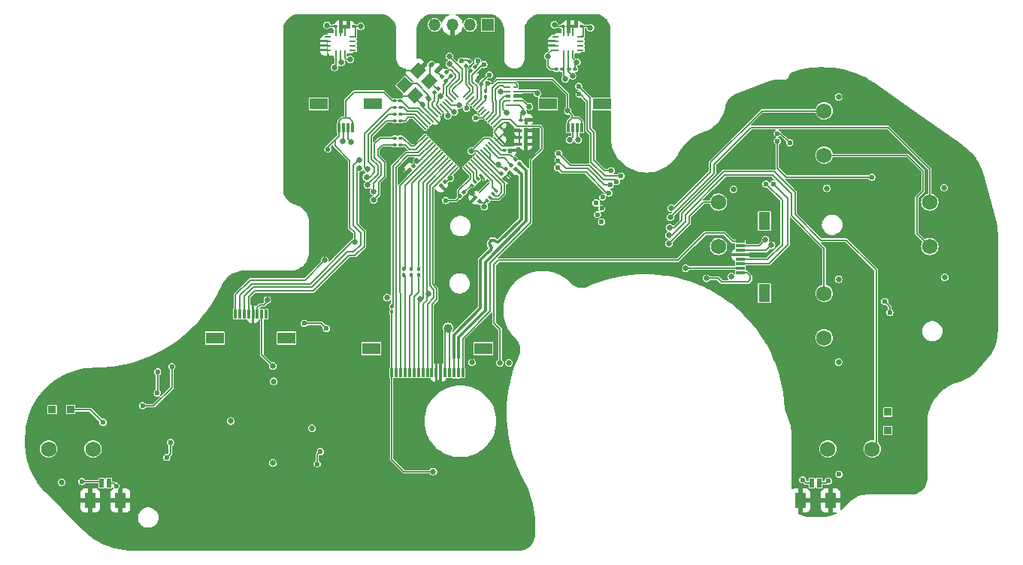
<source format=gbr>
%TF.GenerationSoftware,KiCad,Pcbnew,8.0.2*%
%TF.CreationDate,2025-05-18T15:38:24-07:00*%
%TF.ProjectId,PGS_Main_Board,5047535f-4d61-4696-9e5f-426f6172642e,rev?*%
%TF.SameCoordinates,Original*%
%TF.FileFunction,Copper,L4,Bot*%
%TF.FilePolarity,Positive*%
%FSLAX46Y46*%
G04 Gerber Fmt 4.6, Leading zero omitted, Abs format (unit mm)*
G04 Created by KiCad (PCBNEW 8.0.2) date 2025-05-18 15:38:24*
%MOMM*%
%LPD*%
G01*
G04 APERTURE LIST*
G04 Aperture macros list*
%AMRoundRect*
0 Rectangle with rounded corners*
0 $1 Rounding radius*
0 $2 $3 $4 $5 $6 $7 $8 $9 X,Y pos of 4 corners*
0 Add a 4 corners polygon primitive as box body*
4,1,4,$2,$3,$4,$5,$6,$7,$8,$9,$2,$3,0*
0 Add four circle primitives for the rounded corners*
1,1,$1+$1,$2,$3*
1,1,$1+$1,$4,$5*
1,1,$1+$1,$6,$7*
1,1,$1+$1,$8,$9*
0 Add four rect primitives between the rounded corners*
20,1,$1+$1,$2,$3,$4,$5,0*
20,1,$1+$1,$4,$5,$6,$7,0*
20,1,$1+$1,$6,$7,$8,$9,0*
20,1,$1+$1,$8,$9,$2,$3,0*%
%AMRotRect*
0 Rectangle, with rotation*
0 The origin of the aperture is its center*
0 $1 length*
0 $2 width*
0 $3 Rotation angle, in degrees counterclockwise*
0 Add horizontal line*
21,1,$1,$2,0,0,$3*%
G04 Aperture macros list end*
%TA.AperFunction,ComponentPad*%
%ADD10R,0.850000X0.850000*%
%TD*%
%TA.AperFunction,ComponentPad*%
%ADD11C,1.750000*%
%TD*%
%TA.AperFunction,SMDPad,CuDef*%
%ADD12RoundRect,0.100000X0.130000X0.100000X-0.130000X0.100000X-0.130000X-0.100000X0.130000X-0.100000X0*%
%TD*%
%TA.AperFunction,SMDPad,CuDef*%
%ADD13R,0.300000X1.000000*%
%TD*%
%TA.AperFunction,SMDPad,CuDef*%
%ADD14R,2.000000X1.300000*%
%TD*%
%TA.AperFunction,SMDPad,CuDef*%
%ADD15RoundRect,0.140000X-0.021213X0.219203X-0.219203X0.021213X0.021213X-0.219203X0.219203X-0.021213X0*%
%TD*%
%TA.AperFunction,SMDPad,CuDef*%
%ADD16RoundRect,0.050000X-0.238649X-0.309359X0.309359X0.238649X0.238649X0.309359X-0.309359X-0.238649X0*%
%TD*%
%TA.AperFunction,SMDPad,CuDef*%
%ADD17RoundRect,0.050000X0.238649X-0.309359X0.309359X-0.238649X-0.238649X0.309359X-0.309359X0.238649X0*%
%TD*%
%TA.AperFunction,HeatsinkPad*%
%ADD18RotRect,3.200000X3.200000X45.000000*%
%TD*%
%TA.AperFunction,SMDPad,CuDef*%
%ADD19RoundRect,0.100000X-0.162635X0.021213X0.021213X-0.162635X0.162635X-0.021213X-0.021213X0.162635X0*%
%TD*%
%TA.AperFunction,SMDPad,CuDef*%
%ADD20RoundRect,0.100000X0.100000X-0.130000X0.100000X0.130000X-0.100000X0.130000X-0.100000X-0.130000X0*%
%TD*%
%TA.AperFunction,SMDPad,CuDef*%
%ADD21RoundRect,0.100000X-0.021213X-0.162635X0.162635X0.021213X0.021213X0.162635X-0.162635X-0.021213X0*%
%TD*%
%TA.AperFunction,SMDPad,CuDef*%
%ADD22RoundRect,0.100000X0.162635X-0.021213X-0.021213X0.162635X-0.162635X0.021213X0.021213X-0.162635X0*%
%TD*%
%TA.AperFunction,SMDPad,CuDef*%
%ADD23RoundRect,0.100000X-0.130000X-0.100000X0.130000X-0.100000X0.130000X0.100000X-0.130000X0.100000X0*%
%TD*%
%TA.AperFunction,SMDPad,CuDef*%
%ADD24R,0.500000X1.000000*%
%TD*%
%TA.AperFunction,SMDPad,CuDef*%
%ADD25R,1.200000X1.700000*%
%TD*%
%TA.AperFunction,SMDPad,CuDef*%
%ADD26R,0.745000X0.280000*%
%TD*%
%TA.AperFunction,SMDPad,CuDef*%
%ADD27R,0.280000X0.745000*%
%TD*%
%TA.AperFunction,SMDPad,CuDef*%
%ADD28RoundRect,0.100000X-0.100000X0.130000X-0.100000X-0.130000X0.100000X-0.130000X0.100000X0.130000X0*%
%TD*%
%TA.AperFunction,SMDPad,CuDef*%
%ADD29R,0.565000X0.200000*%
%TD*%
%TA.AperFunction,SMDPad,CuDef*%
%ADD30R,0.565000X0.400000*%
%TD*%
%TA.AperFunction,SMDPad,CuDef*%
%ADD31RoundRect,0.100000X0.021213X0.162635X-0.162635X-0.021213X-0.021213X-0.162635X0.162635X0.021213X0*%
%TD*%
%TA.AperFunction,SMDPad,CuDef*%
%ADD32RotRect,0.400000X0.300000X315.000000*%
%TD*%
%TA.AperFunction,HeatsinkPad*%
%ADD33RotRect,0.200000X1.600000X315.000000*%
%TD*%
%TA.AperFunction,SMDPad,CuDef*%
%ADD34RoundRect,0.140000X-0.219203X-0.021213X-0.021213X-0.219203X0.219203X0.021213X0.021213X0.219203X0*%
%TD*%
%TA.AperFunction,ComponentPad*%
%ADD35R,1.350000X1.350000*%
%TD*%
%TA.AperFunction,ComponentPad*%
%ADD36O,1.350000X1.350000*%
%TD*%
%TA.AperFunction,SMDPad,CuDef*%
%ADD37RotRect,1.400000X1.200000X45.000000*%
%TD*%
%TA.AperFunction,SMDPad,CuDef*%
%ADD38R,1.000000X0.300000*%
%TD*%
%TA.AperFunction,SMDPad,CuDef*%
%ADD39R,1.300000X2.000000*%
%TD*%
%TA.AperFunction,ViaPad*%
%ADD40C,0.650000*%
%TD*%
%TA.AperFunction,ViaPad*%
%ADD41C,0.600000*%
%TD*%
%TA.AperFunction,ViaPad*%
%ADD42C,1.000000*%
%TD*%
%TA.AperFunction,Conductor*%
%ADD43C,0.150000*%
%TD*%
%TA.AperFunction,Conductor*%
%ADD44C,0.200000*%
%TD*%
%TA.AperFunction,Conductor*%
%ADD45C,0.342500*%
%TD*%
G04 APERTURE END LIST*
D10*
%TO.P,T2,1,1*%
%TO.N,LRA_L+*%
X24799999Y-58100000D03*
%TD*%
D11*
%TO.P,SW13,1,1*%
%TO.N,I*%
X111752734Y-50004086D03*
%TO.P,SW13,2,2*%
%TO.N,Net-(D15B-A)*%
X111752734Y-45004086D03*
%TD*%
D10*
%TO.P,T3,1,1*%
%TO.N,LRA_R-*%
X118925000Y-58375000D03*
%TD*%
D11*
%TO.P,SW10,1,1*%
%TO.N,I*%
X111752734Y-29429086D03*
%TO.P,SW10,2,2*%
%TO.N,Net-(D16B-A)*%
X111752734Y-24429086D03*
%TD*%
%TO.P,SW12,1,1*%
%TO.N,I*%
X99852734Y-39716586D03*
%TO.P,SW12,2,2*%
%TO.N,Net-(D15A-A)*%
X99852734Y-34716586D03*
%TD*%
D10*
%TO.P,T4,1,1*%
%TO.N,LRA_R+*%
X118925000Y-60450000D03*
%TD*%
%TO.P,T1,1,1*%
%TO.N,LRA_L-*%
X26875000Y-58100000D03*
%TD*%
D11*
%TO.P,SW11,1,1*%
%TO.N,I*%
X123652735Y-39716585D03*
%TO.P,SW11,2,2*%
%TO.N,Net-(D16A-A)*%
X123652735Y-34716585D03*
%TD*%
D12*
%TO.P,R22,1*%
%TO.N,Net-(U1-GPIO11)*%
X64015000Y-27500000D03*
%TO.P,R22,2*%
%TO.N,B*%
X63375000Y-27500000D03*
%TD*%
D13*
%TO.P,J5,1,Pin_1*%
%TO.N,STICK_L_RGB_OUT*%
X48915000Y-47350000D03*
%TO.P,J5,2,Pin_2*%
%TO.N,STICK_L_RGB_IN*%
X48415000Y-47350000D03*
%TO.P,J5,3,Pin_3*%
%TO.N,+3V3*%
X47915000Y-47350000D03*
%TO.P,J5,4,Pin_4*%
%TO.N,GND*%
X47415000Y-47350000D03*
%TO.P,J5,5,Pin_5*%
%TO.N,STICK_L_X_OUT*%
X46915000Y-47350000D03*
%TO.P,J5,6,Pin_6*%
%TO.N,STICK_L_Y_OUT*%
X46415000Y-47350000D03*
%TO.P,J5,7,Pin_7*%
%TO.N,F*%
X45915000Y-47350000D03*
%TO.P,J5,8,Pin_8*%
%TO.N,STICK_L_BTN_OUT*%
X45415000Y-47350000D03*
D14*
%TO.P,J5,MP1*%
%TO.N,N/C*%
X51215000Y-50050000D03*
%TO.P,J5,MP2*%
X43115000Y-50050000D03*
%TD*%
D12*
%TO.P,C8,1*%
%TO.N,GND*%
X78170000Y-27425000D03*
%TO.P,C8,2*%
%TO.N,+3V3*%
X77530000Y-27425000D03*
%TD*%
D11*
%TO.P,SW9,1,1*%
%TO.N,H*%
X24406262Y-62529128D03*
%TO.P,SW9,2,2*%
%TO.N,Net-(D13A-A)*%
X29406262Y-62529128D03*
%TD*%
D15*
%TO.P,C1,1*%
%TO.N,XTAL_IN*%
X67214411Y-23060589D03*
%TO.P,C1,2*%
%TO.N,GND*%
X66535589Y-23739411D03*
%TD*%
D16*
%TO.P,U1,1,IOVDD*%
%TO.N,+3V3*%
X70232753Y-31107843D03*
%TO.P,U1,2,GPIO0*%
%TO.N,WL_ON*%
X69949910Y-30825000D03*
%TO.P,U1,3,GPIO1*%
%TO.N,WL_D*%
X69667068Y-30542158D03*
%TO.P,U1,4,GPIO2*%
%TO.N,I2C1_SDA*%
X69384225Y-30259315D03*
%TO.P,U1,5,GPIO3*%
%TO.N,I2C1_SCL*%
X69101382Y-29976472D03*
%TO.P,U1,6,GPIO4*%
%TO.N,Net-(U1-GPIO4)*%
X68818540Y-29693630D03*
%TO.P,U1,7,GPIO5*%
%TO.N,Net-(U1-GPIO5)*%
X68535697Y-29410787D03*
%TO.P,U1,8,GPIO6*%
%TO.N,Net-(U1-GPIO6)*%
X68252854Y-29127944D03*
%TO.P,U1,9,GPIO7*%
%TO.N,WL_CLK*%
X67970011Y-28845101D03*
%TO.P,U1,10,IOVDD*%
%TO.N,+3V3*%
X67687169Y-28562259D03*
%TO.P,U1,11,GPIO8*%
%TO.N,WL_CS*%
X67404326Y-28279416D03*
%TO.P,U1,12,GPIO9*%
%TO.N,Net-(U1-GPIO9)*%
X67121483Y-27996573D03*
%TO.P,U1,13,GPIO10*%
%TO.N,Net-(U1-GPIO10)*%
X66838641Y-27713731D03*
%TO.P,U1,14,GPIO11*%
%TO.N,Net-(U1-GPIO11)*%
X66555798Y-27430888D03*
D17*
%TO.P,U1,15,GPIO12*%
%TO.N,Net-(U1-GPIO12)*%
X66555798Y-26246484D03*
%TO.P,U1,16,GPIO13*%
%TO.N,Net-(U1-GPIO13)*%
X66838641Y-25963641D03*
%TO.P,U1,17,GPIO14*%
%TO.N,Net-(U1-GPIO14)*%
X67121483Y-25680799D03*
%TO.P,U1,18,GPIO15*%
%TO.N,Net-(U1-GPIO15)*%
X67404326Y-25397956D03*
%TO.P,U1,19,TESTEN*%
%TO.N,GND*%
X67687169Y-25115113D03*
%TO.P,U1,20,XIN*%
%TO.N,XTAL_IN*%
X67970011Y-24832271D03*
%TO.P,U1,21,XOUT*%
%TO.N,XTAL_OUT*%
X68252854Y-24549428D03*
%TO.P,U1,22,IOVDD*%
%TO.N,+3V3*%
X68535697Y-24266585D03*
%TO.P,U1,23,DVDD*%
%TO.N,+1V1*%
X68818540Y-23983742D03*
%TO.P,U1,24,SWCLK*%
%TO.N,SWCLK*%
X69101382Y-23700900D03*
%TO.P,U1,25,SWD*%
%TO.N,SWD*%
X69384225Y-23418057D03*
%TO.P,U1,26,RUN*%
%TO.N,RP_RUN*%
X69667068Y-23135214D03*
%TO.P,U1,27,GPIO16*%
%TO.N,I2C0_SDA*%
X69949910Y-22852372D03*
%TO.P,U1,28,GPIO17*%
%TO.N,I2C0_SCL*%
X70232753Y-22569529D03*
D16*
%TO.P,U1,29,GPIO18*%
%TO.N,Net-(U1-GPIO18)*%
X71417157Y-22569529D03*
%TO.P,U1,30,GPIO19*%
%TO.N,Net-(U1-GPIO19)*%
X71700000Y-22852372D03*
%TO.P,U1,31,GPIO20*%
%TO.N,LRA_L*%
X71982842Y-23135214D03*
%TO.P,U1,32,GPIO21*%
%TO.N,LRA_R*%
X72265685Y-23418057D03*
%TO.P,U1,33,IOVDD*%
%TO.N,+3V3*%
X72548528Y-23700900D03*
%TO.P,U1,34,GPIO22*%
%TO.N,Net-(U1-GPIO22)*%
X72831370Y-23983742D03*
%TO.P,U1,35,GPIO23*%
%TO.N,unconnected-(U1-GPIO23-Pad35)*%
X73114213Y-24266585D03*
%TO.P,U1,36,GPIO24*%
%TO.N,unconnected-(U1-GPIO24-Pad36)*%
X73397056Y-24549428D03*
%TO.P,U1,37,GPIO25*%
%TO.N,Net-(U1-GPIO25)*%
X73679899Y-24832271D03*
%TO.P,U1,38,GPIO26_ADC0*%
%TO.N,ADC_ADDR_0*%
X73962741Y-25115113D03*
%TO.P,U1,39,GPIO27_ADC1*%
%TO.N,ADC_ADDR_1*%
X74245584Y-25397956D03*
%TO.P,U1,40,GPIO28_ADC2*%
%TO.N,ADC_MUX_OUT*%
X74528427Y-25680799D03*
%TO.P,U1,41,GPIO29_ADC3*%
%TO.N,BAT_LVL*%
X74811269Y-25963641D03*
%TO.P,U1,42,IOVDD*%
%TO.N,+3V3*%
X75094112Y-26246484D03*
D17*
%TO.P,U1,43,ADC_AVDD*%
X75094112Y-27430888D03*
%TO.P,U1,44,VREG_IN*%
X74811269Y-27713731D03*
%TO.P,U1,45,VREG_VOUT*%
%TO.N,+1V1*%
X74528427Y-27996573D03*
%TO.P,U1,46,USB_DM*%
%TO.N,DI-*%
X74245584Y-28279416D03*
%TO.P,U1,47,USB_DP*%
%TO.N,DI+*%
X73962741Y-28562259D03*
%TO.P,U1,48,USB_VDD*%
%TO.N,+3V3*%
X73679899Y-28845101D03*
%TO.P,U1,49,IOVDD*%
X73397056Y-29127944D03*
%TO.P,U1,50,DVDD*%
%TO.N,+1V1*%
X73114213Y-29410787D03*
%TO.P,U1,51,QSPI_SD3*%
%TO.N,SIO3*%
X72831370Y-29693630D03*
%TO.P,U1,52,QSPI_SCLK*%
%TO.N,SCLK*%
X72548528Y-29976472D03*
%TO.P,U1,53,QSPI_SD0*%
%TO.N,SIO0*%
X72265685Y-30259315D03*
%TO.P,U1,54,QSPI_SD2*%
%TO.N,SIO2*%
X71982842Y-30542158D03*
%TO.P,U1,55,QSPI_SD1*%
%TO.N,SIO1*%
X71700000Y-30825000D03*
%TO.P,U1,56,QSPI_SS*%
%TO.N,USB_BOOT*%
X71417157Y-31107843D03*
D18*
%TO.P,U1,57,GND*%
%TO.N,GND*%
X70824955Y-26838686D03*
%TD*%
D12*
%TO.P,C22,1*%
%TO.N,GND*%
X78170000Y-28200000D03*
%TO.P,C22,2*%
%TO.N,+3V3*%
X77530000Y-28200000D03*
%TD*%
%TO.P,R26,1*%
%TO.N,+3V3*%
X83695000Y-19725000D03*
%TO.P,R26,2*%
%TO.N,I2C0_SCL*%
X83055000Y-19725000D03*
%TD*%
D19*
%TO.P,C20,1*%
%TO.N,GND*%
X68706597Y-20614407D03*
%TO.P,C20,2*%
%TO.N,+3V3*%
X69159145Y-21066955D03*
%TD*%
D20*
%TO.P,R17,1*%
%TO.N,Net-(U1-GPIO22)*%
X73624132Y-22843382D03*
%TO.P,R17,2*%
%TO.N,G*%
X73624132Y-22203382D03*
%TD*%
D12*
%TO.P,R18,1*%
%TO.N,Net-(U1-GPIO15)*%
X63995000Y-23300000D03*
%TO.P,R18,2*%
%TO.N,F*%
X63355000Y-23300000D03*
%TD*%
D21*
%TO.P,R16,1*%
%TO.N,Net-(U1-GPIO18)*%
X71392204Y-19364750D03*
%TO.P,R16,2*%
%TO.N,H*%
X71844752Y-18912202D03*
%TD*%
D22*
%TO.P,R3,1*%
%TO.N,D+*%
X76986062Y-30985158D03*
%TO.P,R3,2*%
%TO.N,DI+*%
X76533514Y-30532610D03*
%TD*%
D21*
%TO.P,R25,1*%
%TO.N,USB_BOOT*%
X70748636Y-34076274D03*
%TO.P,R25,2*%
%TO.N,Net-(U3-{slash}CS)*%
X71201184Y-33623726D03*
%TD*%
D23*
%TO.P,C26,1*%
%TO.N,GND*%
X58155000Y-14925000D03*
%TO.P,C26,2*%
%TO.N,+3V3*%
X58795000Y-14925000D03*
%TD*%
D19*
%TO.P,C21,1*%
%TO.N,GND*%
X72656896Y-20990804D03*
%TO.P,C21,2*%
%TO.N,+3V3*%
X73109444Y-21443352D03*
%TD*%
D12*
%TO.P,R21,1*%
%TO.N,Net-(U1-GPIO12)*%
X64020000Y-25550000D03*
%TO.P,R21,2*%
%TO.N,C*%
X63380000Y-25550000D03*
%TD*%
D22*
%TO.P,C23,1*%
%TO.N,+3V3*%
X72920298Y-34657154D03*
%TO.P,C23,2*%
%TO.N,GND*%
X72467750Y-34204606D03*
%TD*%
D24*
%TO.P,J1,1,1*%
%TO.N,LRA_R+*%
X111190000Y-66365000D03*
%TO.P,J1,2,2*%
%TO.N,LRA_R-*%
X110390000Y-66365000D03*
D25*
%TO.P,J1,S1,SHIELD*%
%TO.N,GND*%
X112490000Y-68315000D03*
%TO.P,J1,S2,SHIELD*%
X109090000Y-68315000D03*
%TD*%
D12*
%TO.P,R11,1*%
%TO.N,Net-(U1-GPIO10)*%
X64015000Y-28250000D03*
%TO.P,R11,2*%
%TO.N,A*%
X63375000Y-28250000D03*
%TD*%
D26*
%TO.P,U4,1,SDO*%
%TO.N,GND*%
X55852000Y-17575000D03*
%TO.P,U4,2,SDx*%
X55852000Y-17075000D03*
%TO.P,U4,3,SCx*%
X55852000Y-16575000D03*
%TO.P,U4,4,INT1*%
%TO.N,unconnected-(U4-INT1-Pad4)*%
X55852000Y-16075000D03*
D27*
%TO.P,U4,5,VDDIO*%
%TO.N,+3V3*%
X56750000Y-15677000D03*
%TO.P,U4,6,GNDIO*%
%TO.N,GND*%
X57250000Y-15677000D03*
%TO.P,U4,7,GND*%
X57750000Y-15677000D03*
D26*
%TO.P,U4,8,VDD*%
%TO.N,+3V3*%
X58648000Y-16075000D03*
%TO.P,U4,9,INT2*%
%TO.N,unconnected-(U4-INT2-Pad9)*%
X58648000Y-16575000D03*
%TO.P,U4,10,NC*%
%TO.N,unconnected-(U4-NC-Pad10)*%
X58648000Y-17075000D03*
%TO.P,U4,11,NC*%
%TO.N,unconnected-(U4-NC-Pad11)*%
X58648000Y-17575000D03*
D27*
%TO.P,U4,12,CS*%
%TO.N,+3V3*%
X57750000Y-17973000D03*
%TO.P,U4,13,SCL*%
%TO.N,I2C0_SCL*%
X57250000Y-17973000D03*
%TO.P,U4,14,SDA*%
%TO.N,I2C0_SDA*%
X56750000Y-17973000D03*
%TD*%
D12*
%TO.P,C24,1*%
%TO.N,GND*%
X57320000Y-14925000D03*
%TO.P,C24,2*%
%TO.N,+3V3*%
X56680000Y-14925000D03*
%TD*%
D26*
%TO.P,U5,1,SDO*%
%TO.N,+3V3*%
X81502000Y-17575000D03*
%TO.P,U5,2,SDx*%
%TO.N,GND*%
X81502000Y-17075000D03*
%TO.P,U5,3,SCx*%
X81502000Y-16575000D03*
%TO.P,U5,4,INT1*%
%TO.N,unconnected-(U5-INT1-Pad4)*%
X81502000Y-16075000D03*
D27*
%TO.P,U5,5,VDDIO*%
%TO.N,+3V3*%
X82400000Y-15677000D03*
%TO.P,U5,6,GNDIO*%
%TO.N,GND*%
X82900000Y-15677000D03*
%TO.P,U5,7,GND*%
X83400000Y-15677000D03*
D26*
%TO.P,U5,8,VDD*%
%TO.N,+3V3*%
X84298000Y-16075000D03*
%TO.P,U5,9,INT2*%
%TO.N,unconnected-(U5-INT2-Pad9)*%
X84298000Y-16575000D03*
%TO.P,U5,10,NC*%
%TO.N,unconnected-(U5-NC-Pad10)*%
X84298000Y-17075000D03*
%TO.P,U5,11,NC*%
%TO.N,unconnected-(U5-NC-Pad11)*%
X84298000Y-17575000D03*
D27*
%TO.P,U5,12,CS*%
%TO.N,+3V3*%
X83400000Y-17973000D03*
%TO.P,U5,13,SCL*%
%TO.N,I2C0_SCL*%
X82900000Y-17973000D03*
%TO.P,U5,14,SDA*%
%TO.N,I2C0_SDA*%
X82400000Y-17973000D03*
%TD*%
D12*
%TO.P,C7,1*%
%TO.N,GND*%
X78170000Y-26650000D03*
%TO.P,C7,2*%
%TO.N,+3V3*%
X77530000Y-26650000D03*
%TD*%
D28*
%TO.P,R12,1*%
%TO.N,Net-(U1-GPIO4)*%
X66084377Y-42281273D03*
%TO.P,R12,2*%
%TO.N,N_DATA_3.3*%
X66084377Y-42921273D03*
%TD*%
D11*
%TO.P,SW14,1,1*%
%TO.N,I*%
X112161814Y-62529128D03*
%TO.P,SW14,2,2*%
%TO.N,Net-(D15C-A)*%
X117161814Y-62529128D03*
%TD*%
D13*
%TO.P,J7,1,Pin_1*%
%TO.N,G*%
X82959920Y-26357331D03*
%TO.P,J7,2,Pin_2*%
%TO.N,T_R_OUT*%
X83459920Y-26357331D03*
%TO.P,J7,3,Pin_3*%
%TO.N,T_ZR_OUT*%
X83959920Y-26357331D03*
%TO.P,J7,4,Pin_4*%
%TO.N,G*%
X84459920Y-26357331D03*
D14*
%TO.P,J7,MP1*%
%TO.N,N/C*%
X80659920Y-23657331D03*
%TO.P,J7,MP2*%
X86759920Y-23657331D03*
%TD*%
D29*
%TO.P,S1,1,A0*%
%TO.N,ADC_ADDR_0*%
X76987734Y-21749256D03*
%TO.P,S1,2,S1*%
%TO.N,STICK_R_Y_OUT*%
X76987734Y-22249256D03*
D30*
%TO.P,S1,3,GND*%
%TO.N,GND*%
X76987734Y-22749256D03*
D29*
%TO.P,S1,4,S3*%
%TO.N,STICK_R_X_OUT*%
X76987734Y-23249256D03*
%TO.P,S1,5,EN*%
%TO.N,+3V3*%
X76987734Y-23749256D03*
%TO.P,S1,6,VDD*%
X76153734Y-23749256D03*
%TO.P,S1,7,S4*%
%TO.N,STICK_L_X_OUT*%
X76153734Y-23249256D03*
D30*
%TO.P,S1,8,D*%
%TO.N,ADC_MUX_OUT*%
X76153734Y-22749256D03*
D29*
%TO.P,S1,9,S2*%
%TO.N,STICK_L_Y_OUT*%
X76153734Y-22249256D03*
%TO.P,S1,10,A1*%
%TO.N,ADC_ADDR_1*%
X76153734Y-21749256D03*
%TD*%
D28*
%TO.P,R13,1*%
%TO.N,Net-(U1-GPIO5)*%
X65255557Y-42285557D03*
%TO.P,R13,2*%
%TO.N,N_LATCH_3.3*%
X65255557Y-42925557D03*
%TD*%
D21*
%TO.P,R1,1*%
%TO.N,XTAL_OUT*%
X67823726Y-22376274D03*
%TO.P,R1,2*%
%TO.N,Net-(C2-Pad1)*%
X68276274Y-21923726D03*
%TD*%
D13*
%TO.P,J6,1,Pin_1*%
%TO.N,F*%
X57136790Y-26357331D03*
%TO.P,J6,2,Pin_2*%
%TO.N,T_L_OUT*%
X57636790Y-26357331D03*
%TO.P,J6,3,Pin_3*%
%TO.N,T_ZL_OUT*%
X58136790Y-26357331D03*
%TO.P,J6,4,Pin_4*%
%TO.N,F*%
X58636790Y-26357331D03*
D14*
%TO.P,J6,MP1*%
%TO.N,N/C*%
X54836790Y-23657331D03*
%TO.P,J6,MP2*%
X60936790Y-23657331D03*
%TD*%
D23*
%TO.P,C28,1*%
%TO.N,+3V3*%
X77555000Y-25450000D03*
%TO.P,C28,2*%
%TO.N,GND*%
X78195000Y-25450000D03*
%TD*%
D22*
%TO.P,C3,1*%
%TO.N,GND*%
X75820549Y-31976376D03*
%TO.P,C3,2*%
%TO.N,+1V1*%
X75368001Y-31523828D03*
%TD*%
D28*
%TO.P,R14,1*%
%TO.N,Net-(U1-GPIO6)*%
X64425000Y-42286236D03*
%TO.P,R14,2*%
%TO.N,N_CLOCK_3.3*%
X64425000Y-42926236D03*
%TD*%
D31*
%TO.P,C5,1*%
%TO.N,+3V3*%
X65515267Y-30623725D03*
%TO.P,C5,2*%
%TO.N,GND*%
X65062719Y-31076273D03*
%TD*%
D12*
%TO.P,R19,1*%
%TO.N,Net-(U1-GPIO14)*%
X64020000Y-24050000D03*
%TO.P,R19,2*%
%TO.N,E*%
X63380000Y-24050000D03*
%TD*%
D21*
%TO.P,R15,1*%
%TO.N,Net-(U1-GPIO19)*%
X71948726Y-19901274D03*
%TO.P,R15,2*%
%TO.N,I*%
X72401274Y-19448726D03*
%TD*%
D32*
%TO.P,U3,1,/CS*%
%TO.N,Net-(U3-{slash}CS)*%
X72084926Y-32821233D03*
%TO.P,U3,2,IO1*%
%TO.N,SIO1*%
X72438479Y-32467680D03*
%TO.P,U3,3,IO2*%
%TO.N,SIO2*%
X72792033Y-32114126D03*
%TO.P,U3,4,VSS*%
%TO.N,GND*%
X73145586Y-31760573D03*
%TO.P,U3,5,IO0*%
%TO.N,SIO0*%
X74842642Y-33457629D03*
%TO.P,U3,6,SCLK*%
%TO.N,SCLK*%
X74489089Y-33811182D03*
%TO.P,U3,7,IO3*%
%TO.N,SIO3*%
X74135535Y-34164736D03*
%TO.P,U3,8,VCC*%
%TO.N,+3V3*%
X73781982Y-34518289D03*
D33*
%TO.P,U3,9*%
%TO.N,N/C*%
X73463784Y-33139431D03*
%TD*%
D12*
%TO.P,R27,1*%
%TO.N,I2C0_SDA*%
X82245000Y-19725000D03*
%TO.P,R27,2*%
%TO.N,+3V3*%
X81605000Y-19725000D03*
%TD*%
%TO.P,C25,1*%
%TO.N,GND*%
X82970000Y-14900000D03*
%TO.P,C25,2*%
%TO.N,+3V3*%
X82330000Y-14900000D03*
%TD*%
%TO.P,R20,1*%
%TO.N,Net-(U1-GPIO13)*%
X64020000Y-24800000D03*
%TO.P,R20,2*%
%TO.N,D*%
X63380000Y-24800000D03*
%TD*%
D19*
%TO.P,C6,1*%
%TO.N,+3V3*%
X75903709Y-30983729D03*
%TO.P,C6,2*%
%TO.N,GND*%
X76356257Y-31436277D03*
%TD*%
D34*
%TO.P,C2,1*%
%TO.N,Net-(C2-Pad1)*%
X67491448Y-19237892D03*
%TO.P,C2,2*%
%TO.N,GND*%
X68170270Y-19916714D03*
%TD*%
D35*
%TO.P,J8,1,Pin_1*%
%TO.N,SWD*%
X73880000Y-14750000D03*
D36*
%TO.P,J8,2,Pin_2*%
%TO.N,SWCLK*%
X71880000Y-14750000D03*
%TO.P,J8,3,Pin_3*%
%TO.N,GND*%
X69880000Y-14750000D03*
%TO.P,J8,4,Pin_4*%
%TO.N,VBUS_SYS*%
X67880000Y-14750000D03*
%TD*%
D28*
%TO.P,R30,1*%
%TO.N,Net-(U1-GPIO9)*%
X63070000Y-46470000D03*
%TO.P,R30,2*%
%TO.N,BTN_PWR*%
X63070000Y-47110000D03*
%TD*%
D22*
%TO.P,R4,1*%
%TO.N,D-*%
X77426418Y-30358709D03*
%TO.P,R4,2*%
%TO.N,DI-*%
X76973870Y-29906161D03*
%TD*%
D13*
%TO.P,J9,1,Pin_1*%
%TO.N,BTN_PWR*%
X63059000Y-53925000D03*
%TO.P,J9,2,Pin_2*%
%TO.N,WL_CS*%
X63559000Y-53925000D03*
%TO.P,J9,3,Pin_3*%
%TO.N,WL_CLK*%
X64059000Y-53925000D03*
%TO.P,J9,4,Pin_4*%
%TO.N,N_CLOCK_3.3*%
X64559000Y-53925000D03*
%TO.P,J9,5,Pin_5*%
%TO.N,N_LATCH_3.3*%
X65059000Y-53925000D03*
%TO.P,J9,6,Pin_6*%
%TO.N,N_DATA_3.3*%
X65559000Y-53925000D03*
%TO.P,J9,7,Pin_7*%
%TO.N,I2C1_SCL*%
X66059000Y-53925000D03*
%TO.P,J9,8,Pin_8*%
%TO.N,I2C1_SDA*%
X66559000Y-53925000D03*
%TO.P,J9,9,Pin_9*%
%TO.N,WL_D*%
X67059000Y-53925000D03*
%TO.P,J9,10,Pin_10*%
%TO.N,WL_ON*%
X67559000Y-53925000D03*
%TO.P,J9,11,Pin_11*%
%TO.N,GND*%
X68059000Y-53925000D03*
%TO.P,J9,12,Pin_12*%
X68559000Y-53925000D03*
%TO.P,J9,13,Pin_13*%
%TO.N,+3V3*%
X69059000Y-53925000D03*
%TO.P,J9,14,Pin_14*%
X69559000Y-53925000D03*
%TO.P,J9,15,Pin_15*%
%TO.N,D+*%
X70059000Y-53925000D03*
%TO.P,J9,16,Pin_16*%
%TO.N,D-*%
X70559000Y-53925000D03*
%TO.P,J9,17,Pin_17*%
%TO.N,BAT_LVL*%
X71059000Y-53925000D03*
D14*
%TO.P,J9,18*%
%TO.N,N/C*%
X60759000Y-51225000D03*
%TO.P,J9,19*%
X73359000Y-51225000D03*
%TD*%
D12*
%TO.P,C18,1*%
%TO.N,GND*%
X76364957Y-28862821D03*
%TO.P,C18,2*%
%TO.N,+1V1*%
X75724957Y-28862821D03*
%TD*%
D23*
%TO.P,C27,1*%
%TO.N,GND*%
X83805000Y-14900000D03*
%TO.P,C27,2*%
%TO.N,+3V3*%
X84445000Y-14900000D03*
%TD*%
D37*
%TO.P,Y1,1,1*%
%TO.N,XTAL_IN*%
X64471142Y-21476777D03*
%TO.P,Y1,2,2*%
%TO.N,GND*%
X66026777Y-19921142D03*
%TO.P,Y1,3,3*%
%TO.N,Net-(C2-Pad1)*%
X67228858Y-21123223D03*
%TO.P,Y1,4,4*%
%TO.N,GND*%
X65673223Y-22678858D03*
%TD*%
D24*
%TO.P,J2,1,1*%
%TO.N,LRA_L-*%
X31190000Y-66375000D03*
%TO.P,J2,2,2*%
%TO.N,LRA_L+*%
X30390000Y-66375000D03*
D25*
%TO.P,J2,S1,SHIELD*%
%TO.N,GND*%
X32490000Y-68325000D03*
%TO.P,J2,S2,SHIELD*%
X29090000Y-68325000D03*
%TD*%
D31*
%TO.P,C4,1*%
%TO.N,+3V3*%
X69059145Y-32399020D03*
%TO.P,C4,2*%
%TO.N,GND*%
X68606597Y-32851568D03*
%TD*%
D22*
%TO.P,R2,1*%
%TO.N,+3V3*%
X69694408Y-20531692D03*
%TO.P,R2,2*%
%TO.N,RP_RUN*%
X69241860Y-20079144D03*
%TD*%
D38*
%TO.P,J3,1,Pin_1*%
%TO.N,STICK_R_RGB_OUT*%
X102310000Y-39158001D03*
%TO.P,J3,2,Pin_2*%
%TO.N,STICK_R_RGB_IN*%
X102310000Y-39658001D03*
%TO.P,J3,3,Pin_3*%
%TO.N,+3V3*%
X102310000Y-40158001D03*
%TO.P,J3,4,Pin_4*%
%TO.N,GND*%
X102310000Y-40658001D03*
%TO.P,J3,5,Pin_5*%
%TO.N,STICK_R_X_OUT*%
X102310000Y-41158001D03*
%TO.P,J3,6,Pin_6*%
%TO.N,STICK_R_Y_OUT*%
X102310000Y-41658001D03*
%TO.P,J3,7,Pin_7*%
%TO.N,G*%
X102310000Y-42158001D03*
%TO.P,J3,8,Pin_8*%
%TO.N,STICK_R_BTN_OUT*%
X102310000Y-42658001D03*
D39*
%TO.P,J3,MP1*%
%TO.N,N/C*%
X105010000Y-36858001D03*
%TO.P,J3,MP2*%
X105010000Y-44958001D03*
%TD*%
D40*
%TO.N,GND*%
X39900000Y-55275000D03*
D41*
X75175000Y-17775000D03*
D40*
X98250000Y-41075000D03*
X47951935Y-45721988D03*
X109840000Y-21350000D03*
D41*
X26875000Y-60625000D03*
X110800000Y-68225000D03*
D40*
X28925000Y-54875000D03*
D41*
X119850000Y-43450000D03*
D40*
X68267096Y-55085968D03*
X52450000Y-32400000D03*
X40400000Y-51000000D03*
X64250000Y-30950000D03*
X22475000Y-61500000D03*
X100225000Y-30575000D03*
X44100000Y-67275000D03*
D41*
X73025000Y-72800000D03*
D40*
X62330000Y-53150000D03*
D41*
X29500000Y-60800000D03*
D40*
X79100000Y-23250000D03*
X56075000Y-55175000D03*
D41*
X73286046Y-20062868D03*
D40*
X85975000Y-19975000D03*
D41*
X33225000Y-65175000D03*
D40*
X72076726Y-33719508D03*
X62225000Y-41950000D03*
X79300000Y-26850000D03*
X79300000Y-25450000D03*
X110030000Y-41650000D03*
X48900000Y-59125000D03*
X46425000Y-52950000D03*
X79300000Y-16575000D03*
X42700000Y-56950000D03*
X52800000Y-55450000D03*
X32950000Y-54250000D03*
X52125000Y-17625000D03*
X110125000Y-31075000D03*
X46725000Y-58675000D03*
X122075000Y-41275000D03*
D41*
X67375000Y-17875000D03*
X96800000Y-28400000D03*
D40*
X36250000Y-59975000D03*
X47490000Y-61610000D03*
X110150000Y-51625000D03*
X69564922Y-33184171D03*
X74386769Y-52455220D03*
X76578955Y-32188636D03*
X61050000Y-16425000D03*
D41*
X114500000Y-67475000D03*
X70800000Y-29850000D03*
D40*
X56175000Y-34225000D03*
X51250000Y-58420000D03*
X61025000Y-36600000D03*
D41*
X69225000Y-28500000D03*
D40*
X122050000Y-31950000D03*
%TO.N,+1V1*%
X71975326Y-28952300D03*
X69354722Y-24973919D03*
%TO.N,+3V3*%
X81365090Y-14753550D03*
X113375000Y-43400000D03*
X85425000Y-15075000D03*
X25850000Y-66275000D03*
X62525000Y-45475000D03*
X49650814Y-64112586D03*
X49740000Y-54910000D03*
X105825000Y-39575000D03*
X76638614Y-27253423D03*
X83900000Y-18925000D03*
X125275000Y-33075000D03*
D41*
X74037348Y-20375911D03*
X113420000Y-65375000D03*
D40*
X101274122Y-43098817D03*
X113375000Y-22875000D03*
X65866625Y-30097931D03*
X55725000Y-14775000D03*
X68547402Y-22734174D03*
X59550000Y-14925000D03*
X77850000Y-24600000D03*
X54075000Y-60175000D03*
X44920000Y-59390000D03*
X69663532Y-31984108D03*
X113375000Y-52725000D03*
X72068872Y-52777923D03*
X49030000Y-45750000D03*
X125320000Y-43180000D03*
X80650000Y-18250000D03*
X58378682Y-18598898D03*
X73479327Y-35198536D03*
X76251032Y-52815865D03*
X75046098Y-30459670D03*
D42*
X69372110Y-48897110D03*
D40*
X101525000Y-33275000D03*
X112075000Y-33150000D03*
D41*
%TO.N,LRA_L*%
X34975000Y-57650000D03*
X38275000Y-53250000D03*
X71475000Y-24150000D03*
%TO.N,LRA_R*%
X117125000Y-31900000D03*
X84150000Y-22550000D03*
X88875000Y-31775000D03*
X118575000Y-45900000D03*
X106475000Y-27850000D03*
X119150000Y-47150000D03*
X73440385Y-19213606D03*
%TO.N,LRA_L+*%
X28125000Y-66200000D03*
%TO.N,LRA_L-*%
X32006871Y-66682792D03*
X30525000Y-59525000D03*
%TO.N,LRA_R+*%
X112225000Y-66150000D03*
%TO.N,LRA_R-*%
X109325000Y-66000000D03*
D40*
%TO.N,C*%
X60319510Y-32782498D03*
D41*
X86700000Y-35425000D03*
D40*
%TO.N,B*%
X60992023Y-33487343D03*
D41*
X86222475Y-36115419D03*
D40*
%TO.N,T_L_OUT*%
X57536562Y-27896280D03*
D41*
%TO.N,A*%
X86668661Y-36930195D03*
D40*
X61025000Y-34450000D03*
%TO.N,STICK_L_BTN_OUT*%
X55525000Y-41275000D03*
%TO.N,T_ZL_OUT*%
X58450000Y-27950000D03*
D41*
%TO.N,E*%
X86791524Y-34162545D03*
D40*
X60307336Y-30986480D03*
%TO.N,D*%
X60250000Y-31900000D03*
D41*
X86075000Y-34800000D03*
D40*
%TO.N,T_R_OUT*%
X83100000Y-27700000D03*
%TO.N,T_ZR_OUT*%
X84025000Y-27700000D03*
%TO.N,STICK_R_BTN_OUT*%
X98520000Y-43300000D03*
%TO.N,Net-(D15B-A)*%
X94275000Y-38450000D03*
%TO.N,Net-(D15A-A)*%
X94275000Y-39375000D03*
%TO.N,Net-(D15C-A)*%
X94325000Y-37575000D03*
%TO.N,Net-(D16A-A)*%
X94425000Y-36425000D03*
%TO.N,Net-(D16B-A)*%
X94500000Y-35400000D03*
%TO.N,STICK_R_RGB_OUT*%
X75250000Y-52825000D03*
%TO.N,STICK_R_RGB_IN*%
X105150000Y-38975000D03*
%TO.N,STICK_R_X_OUT*%
X78550000Y-23925000D03*
D41*
X105200000Y-32675000D03*
X81725000Y-30825000D03*
X87500000Y-33675000D03*
D40*
%TO.N,G*%
X96175000Y-42175000D03*
D41*
X73862044Y-21346342D03*
D40*
X82875000Y-24425000D03*
D41*
%TO.N,STICK_R_Y_OUT*%
X87650000Y-32800000D03*
X106050000Y-32650000D03*
D40*
X79450000Y-22450000D03*
D41*
X81775000Y-30025000D03*
D40*
%TO.N,I2C1_SDA*%
X67174766Y-45029946D03*
%TO.N,I2C1_SCL*%
X66213528Y-45601999D03*
%TO.N,STICK_L_Y_OUT*%
X59411053Y-29990164D03*
X75346347Y-22257866D03*
%TO.N,STICK_L_X_OUT*%
X59406486Y-30867142D03*
X75993081Y-24655612D03*
%TO.N,F*%
X58874258Y-39185445D03*
D41*
X55850000Y-28750000D03*
D40*
%TO.N,STICK_L_RGB_IN*%
X49650000Y-53175000D03*
%TO.N,SWCLK*%
X70100000Y-24550000D03*
%TO.N,SWD*%
X70614890Y-23792539D03*
D41*
%TO.N,I*%
X72732909Y-18806651D03*
X107875000Y-28025000D03*
X106475000Y-26975000D03*
X84100000Y-21650000D03*
X87775000Y-31175000D03*
%TO.N,H*%
X70904742Y-18806651D03*
X36675000Y-53825000D03*
X55675000Y-48950000D03*
X53200000Y-48375000D03*
X55000000Y-62825000D03*
X38125000Y-61800000D03*
X37700000Y-63475000D03*
X36636414Y-56219137D03*
X54650000Y-64225000D03*
%TO.N,USB_BOOT*%
X69120000Y-34520000D03*
D40*
%TO.N,I2C0_SCL*%
X69571181Y-18287000D03*
X83399696Y-20460690D03*
X57350000Y-18975000D03*
%TO.N,BTN_PWR*%
X67725000Y-65075000D03*
%TO.N,I2C0_SDA*%
X82598083Y-20810111D03*
X56600000Y-19525000D03*
X69552398Y-19150998D03*
D41*
%TO.N,Net-(U1-GPIO25)*%
X88375000Y-32400000D03*
X81825000Y-29225000D03*
X72506087Y-25231043D03*
%TD*%
D43*
%TO.N,XTAL_IN*%
X65875686Y-21333512D02*
X67214411Y-22672237D01*
X67214411Y-22672237D02*
X67214411Y-24076671D01*
X64471142Y-21476777D02*
X64614407Y-21333512D01*
X64614407Y-21333512D02*
X65875686Y-21333512D01*
X67214411Y-24076671D02*
X67970011Y-24832271D01*
D44*
%TO.N,GND*%
X68550000Y-19580000D02*
X68550000Y-18770000D01*
D43*
X73145586Y-31770676D02*
X73145586Y-31760573D01*
X72656896Y-20692018D02*
X72656896Y-20990804D01*
X72076726Y-33719508D02*
X72076726Y-33813582D01*
X72076726Y-33813582D02*
X72467750Y-34204606D01*
D44*
X64250000Y-30950000D02*
X64650000Y-31350000D01*
X64650000Y-31350000D02*
X64788992Y-31350000D01*
D43*
X83400000Y-14925000D02*
X83375000Y-14900000D01*
D44*
X109090000Y-68315000D02*
X110710000Y-68315000D01*
X100916999Y-40658001D02*
X100625000Y-40950000D01*
D43*
X73424910Y-32371324D02*
X73424910Y-32050000D01*
X76364957Y-28862821D02*
X76484753Y-28982617D01*
X69410742Y-26838686D02*
X70824955Y-26838686D01*
X57650000Y-14925000D02*
X57320000Y-14925000D01*
D44*
X68606597Y-32851568D02*
X68939200Y-33184171D01*
D43*
X73424910Y-32050000D02*
X73145586Y-31770676D01*
D44*
X100625000Y-40950000D02*
X98375000Y-40950000D01*
X110710000Y-68315000D02*
X110800000Y-68225000D01*
X68267096Y-55085968D02*
X68559000Y-54794064D01*
X102310000Y-40658001D02*
X100916999Y-40658001D01*
D43*
X83375000Y-14900000D02*
X82970000Y-14900000D01*
D44*
X66026777Y-19921142D02*
X64528858Y-19921142D01*
D43*
X57250000Y-15677000D02*
X57250000Y-14995000D01*
X57750000Y-15677000D02*
X57750000Y-15025000D01*
D44*
X47415000Y-46095000D02*
X47415000Y-47350000D01*
D43*
X73286046Y-20062868D02*
X72656896Y-20692018D01*
D44*
X65673223Y-22678858D02*
X65581023Y-22771058D01*
X47951935Y-45721988D02*
X47788012Y-45721988D01*
D43*
X82900000Y-15676999D02*
X82900000Y-14970000D01*
D44*
X68559000Y-54794064D02*
X68559000Y-53925000D01*
X47788012Y-45721988D02*
X47415000Y-46095000D01*
D43*
X82900000Y-14970000D02*
X82970000Y-14900000D01*
X76110963Y-31685963D02*
X75820549Y-31976376D01*
X76356257Y-31436277D02*
X76356257Y-31440668D01*
D44*
X68500000Y-19630000D02*
X68550000Y-19580000D01*
X79100000Y-23250000D02*
X78599256Y-22749256D01*
D43*
X83400000Y-15677000D02*
X83400000Y-14925000D01*
D44*
X65673223Y-22941218D02*
X66519768Y-23787763D01*
D43*
X57750000Y-15025000D02*
X57650000Y-14925000D01*
X76110963Y-31685963D02*
X76578955Y-32153955D01*
X68170270Y-20078080D02*
X68706597Y-20614407D01*
D44*
X68010000Y-53974000D02*
X68059000Y-53925000D01*
X64788992Y-31350000D02*
X65062719Y-31076273D01*
X68939200Y-33184171D02*
X69564922Y-33184171D01*
D43*
X67687169Y-25115113D02*
X69410742Y-26838686D01*
D44*
X68267096Y-55085968D02*
X68010000Y-54828872D01*
X65581023Y-22771058D02*
X63946058Y-22771058D01*
D43*
X57250000Y-14995000D02*
X57320000Y-14925000D01*
D44*
X63946058Y-22771058D02*
X63550000Y-22375000D01*
X68170270Y-19916714D02*
X68213286Y-19916714D01*
X75864608Y-34458954D02*
X76430293Y-35024639D01*
D43*
X76578955Y-32153955D02*
X76578955Y-32188636D01*
D44*
X68213286Y-19916714D02*
X68500000Y-19630000D01*
X64528858Y-19921142D02*
X64525000Y-19925000D01*
D43*
X72076726Y-33719508D02*
X73424910Y-32371324D01*
X78195000Y-25450000D02*
X79300000Y-25450000D01*
X76356257Y-31440668D02*
X76110963Y-31685963D01*
X66519768Y-23947712D02*
X66519768Y-23787763D01*
X83805000Y-14900000D02*
X83375000Y-14900000D01*
X67687169Y-25115113D02*
X66519768Y-23947712D01*
D44*
X65673223Y-22678858D02*
X65673223Y-22941218D01*
D43*
X76484753Y-28982617D02*
X77237383Y-28982617D01*
D44*
X78599256Y-22749256D02*
X76987735Y-22749256D01*
X98375000Y-40950000D02*
X98250000Y-41075000D01*
D43*
X58155000Y-14925000D02*
X57650000Y-14925000D01*
D44*
X68010000Y-54828872D02*
X68010000Y-53974000D01*
D43*
%TO.N,Net-(C2-Pad1)*%
X67350000Y-21002081D02*
X67350000Y-19379340D01*
X67350000Y-19379340D02*
X67491448Y-19237892D01*
X67228858Y-21123223D02*
X67350000Y-21002081D01*
X67228858Y-21123223D02*
X67336349Y-21123223D01*
X67336349Y-21123223D02*
X68186297Y-21973171D01*
%TO.N,+1V1*%
X74528427Y-27996573D02*
X74034480Y-27502626D01*
X75394675Y-28862821D02*
X75724957Y-28862821D01*
X69354722Y-24519924D02*
X69354722Y-24973919D01*
X75227254Y-31523828D02*
X73114213Y-29410787D01*
X73425000Y-27502626D02*
X71975326Y-28952300D01*
X75368001Y-31523828D02*
X75227254Y-31523828D01*
X68818540Y-23983742D02*
X69354722Y-24519924D01*
X72655726Y-28952300D02*
X71975326Y-28952300D01*
X73114213Y-29410787D02*
X72655726Y-28952300D01*
X74528427Y-27996573D02*
X75394675Y-28862821D01*
X74034480Y-27502626D02*
X73425000Y-27502626D01*
%TO.N,+3V3*%
X72920298Y-34657154D02*
X73063144Y-34800000D01*
X73679899Y-28845101D02*
X74147011Y-29312213D01*
X75437538Y-28340000D02*
X76340000Y-28340000D01*
X84346193Y-16026807D02*
X84298000Y-16075000D01*
X68867963Y-21503824D02*
X69159145Y-21212642D01*
X58945496Y-15075496D02*
X58795000Y-14925000D01*
X73109444Y-21259988D02*
X73109444Y-21443352D01*
X82330000Y-14900000D02*
X82400000Y-14970000D01*
X73768199Y-34518289D02*
X73781982Y-34518289D01*
X82400000Y-14970000D02*
X82400000Y-15677000D01*
X65866625Y-30097931D02*
X65515267Y-30449289D01*
X75625000Y-25725000D02*
X76150000Y-25725000D01*
X65929453Y-30319975D02*
X67687169Y-28562259D01*
X68867963Y-22413613D02*
X68867963Y-21503824D01*
D44*
X69559000Y-53925000D02*
X69560000Y-53924000D01*
D43*
X75723676Y-30983729D02*
X75903709Y-30983729D01*
X73109444Y-21443352D02*
X73109444Y-23139984D01*
X84592570Y-16026807D02*
X84346193Y-16026807D01*
D44*
X69560000Y-49085000D02*
X69372110Y-48897110D01*
X75046098Y-30459670D02*
X74756681Y-30459670D01*
D43*
X65810407Y-30154149D02*
X65810407Y-30319975D01*
X83400000Y-18425000D02*
X83900000Y-18925000D01*
X83400000Y-17973000D02*
X83400000Y-18425000D01*
D44*
X69059000Y-49210220D02*
X69372110Y-48897110D01*
D43*
X84445000Y-14900000D02*
X85250000Y-14900000D01*
D44*
X47915000Y-46595000D02*
X47915000Y-47350000D01*
D43*
X73109444Y-23139984D02*
X72548528Y-23700900D01*
X68275000Y-23006576D02*
X68275000Y-23400000D01*
X75202328Y-27430888D02*
X75558216Y-27075000D01*
X73479327Y-34807161D02*
X73768199Y-34518289D01*
X76340000Y-28340000D02*
X76360000Y-28320000D01*
X73993521Y-20375911D02*
X73109444Y-21259988D01*
X75094112Y-27430888D02*
X75202328Y-27430888D01*
X65515267Y-30449289D02*
X65515267Y-30623725D01*
X80650000Y-18250000D02*
X80650000Y-17950000D01*
X57900000Y-18600000D02*
X58377580Y-18600000D01*
X68547402Y-22734174D02*
X68867963Y-22413613D01*
D44*
X81605000Y-19725000D02*
X81000000Y-19725000D01*
D43*
X68075000Y-23805888D02*
X68535697Y-24266585D01*
X77850000Y-24600000D02*
X77555000Y-24895000D01*
X74965362Y-30696250D02*
X75436197Y-30696250D01*
X75342744Y-26246484D02*
X75796518Y-26700258D01*
X69159145Y-21212642D02*
X69159145Y-21066955D01*
X75436197Y-30696250D02*
X75723676Y-30983729D01*
X74811269Y-27713731D02*
X75437538Y-28340000D01*
X58377580Y-18600000D02*
X58378682Y-18598898D01*
X84596351Y-15051351D02*
X84596351Y-16023026D01*
X74037348Y-20375911D02*
X73993521Y-20375911D01*
X75525000Y-25825000D02*
X75625000Y-25725000D01*
X74965362Y-30540406D02*
X75046098Y-30459670D01*
X57750000Y-18450000D02*
X57900000Y-18600000D01*
X56750000Y-15677000D02*
X56750000Y-14995000D01*
D44*
X102321999Y-40170000D02*
X105230000Y-40170000D01*
D43*
X57750000Y-17973000D02*
X57750000Y-18450000D01*
X74147011Y-29850000D02*
X74147011Y-29877899D01*
D44*
X80650000Y-19375000D02*
X80650000Y-18250000D01*
D43*
X74625000Y-26715596D02*
X74625000Y-26961776D01*
D44*
X69560000Y-53924000D02*
X69560000Y-49085000D01*
D43*
X69663532Y-31984108D02*
X69663532Y-31677064D01*
X85250000Y-14900000D02*
X85425000Y-15075000D01*
X75103516Y-26246484D02*
X75525000Y-25825000D01*
X75094112Y-26246484D02*
X75342744Y-26246484D01*
X73479327Y-35198536D02*
X73479327Y-34807161D01*
X76153734Y-23749256D02*
X76987734Y-23749256D01*
D44*
X102310000Y-40158001D02*
X102321999Y-40170000D01*
D43*
X82330000Y-14900000D02*
X81511540Y-14900000D01*
X73500271Y-34800000D02*
X73781982Y-34518289D01*
X74965362Y-30696250D02*
X74965362Y-30540406D01*
D44*
X83695000Y-19725000D02*
X83695000Y-19130000D01*
D43*
X81511540Y-14900000D02*
X81365090Y-14753550D01*
X58945496Y-16075000D02*
X58945496Y-15075496D01*
X77555000Y-24895000D02*
X77555000Y-25450000D01*
X58795000Y-14925000D02*
X59550000Y-14925000D01*
X58648000Y-16075000D02*
X58945496Y-16075000D01*
D44*
X105230000Y-40170000D02*
X105825000Y-39575000D01*
D43*
X84445000Y-14900000D02*
X84596351Y-15051351D01*
X56680000Y-14925000D02*
X55875000Y-14925000D01*
D44*
X49030000Y-45920000D02*
X48636096Y-46313904D01*
X83695000Y-19130000D02*
X83900000Y-18925000D01*
D43*
X84596351Y-16023026D02*
X84592570Y-16026807D01*
X77424256Y-23749256D02*
X76987734Y-23749256D01*
X74147011Y-29312213D02*
X74147011Y-29850000D01*
X65810407Y-30319975D02*
X65929453Y-30319975D01*
X69663532Y-31984108D02*
X69248620Y-32399020D01*
X75094112Y-26246484D02*
X74625000Y-26715596D01*
X74625000Y-26961776D02*
X75094112Y-27430888D01*
D44*
X69059000Y-53925000D02*
X69059000Y-49210220D01*
D43*
X68075000Y-23600000D02*
X68075000Y-23805888D01*
D44*
X49030000Y-45750000D02*
X49030000Y-45920000D01*
D43*
X77850000Y-24600000D02*
X77850000Y-24175000D01*
D44*
X74756681Y-30459670D02*
X74147011Y-29850000D01*
X81000000Y-19725000D02*
X80650000Y-19375000D01*
D43*
X69663532Y-31677064D02*
X70232753Y-31107843D01*
X77850000Y-24175000D02*
X77424256Y-23749256D01*
X81025000Y-17575000D02*
X81502000Y-17575000D01*
X56750000Y-14995000D02*
X56680000Y-14925000D01*
X68547402Y-22734174D02*
X68275000Y-23006576D01*
X73397056Y-29127944D02*
X74147011Y-29877899D01*
D44*
X48196096Y-46313904D02*
X47915000Y-46595000D01*
D43*
X68275000Y-23400000D02*
X68075000Y-23600000D01*
D44*
X48636096Y-46313904D02*
X48196096Y-46313904D01*
D43*
X73063144Y-34800000D02*
X73500271Y-34800000D01*
X75558216Y-27075000D02*
X75725000Y-27075000D01*
X65866625Y-30097931D02*
X65810407Y-30154149D01*
X69248620Y-32399020D02*
X69059145Y-32399020D01*
X55875000Y-14925000D02*
X55725000Y-14775000D01*
X80650000Y-17950000D02*
X81025000Y-17575000D01*
X75094112Y-26246484D02*
X75103516Y-26246484D01*
X69694408Y-20531692D02*
X69159145Y-21066955D01*
D44*
%TO.N,LRA_L*%
X34975000Y-57650000D02*
X36225000Y-57650000D01*
D43*
X71475000Y-23643056D02*
X71475000Y-24150000D01*
D44*
X36225000Y-57650000D02*
X38275000Y-55600000D01*
D43*
X71982842Y-23135214D02*
X71475000Y-23643056D01*
D44*
X38275000Y-55600000D02*
X38275000Y-53250000D01*
%TO.N,LRA_R*%
X119150000Y-47150000D02*
X119150000Y-46475000D01*
X85475000Y-30200000D02*
X85475000Y-28850000D01*
X85322335Y-26852665D02*
X85050000Y-26580330D01*
X87050000Y-31775000D02*
X85475000Y-30200000D01*
X106475000Y-30900000D02*
X106475000Y-27850000D01*
X119150000Y-46475000D02*
X118575000Y-45900000D01*
X85475000Y-27005330D02*
X85322335Y-26852665D01*
X85475000Y-28850000D02*
X85475000Y-27005330D01*
D43*
X72650000Y-23033742D02*
X72265685Y-23418057D01*
D44*
X107475000Y-31900000D02*
X106750000Y-31175000D01*
D43*
X72100000Y-21150000D02*
X72650000Y-21700000D01*
X73440385Y-19213606D02*
X73315137Y-19213606D01*
D44*
X88875000Y-31775000D02*
X87050000Y-31775000D01*
D43*
X72650000Y-21700000D02*
X72650000Y-23033742D01*
D44*
X117125000Y-31900000D02*
X107475000Y-31900000D01*
D43*
X72100000Y-20428743D02*
X72100000Y-21150000D01*
D44*
X84250000Y-22550000D02*
X84150000Y-22550000D01*
X106750000Y-31175000D02*
X106475000Y-30900000D01*
D43*
X73315137Y-19213606D02*
X72100000Y-20428743D01*
D44*
X85050000Y-23350000D02*
X84250000Y-22550000D01*
X85050000Y-26580330D02*
X85050000Y-23350000D01*
%TO.N,LRA_L+*%
X28125000Y-66200000D02*
X30215000Y-66200000D01*
X30215000Y-66200000D02*
X30390000Y-66375000D01*
%TO.N,LRA_L-*%
X26875000Y-58100000D02*
X29100000Y-58100000D01*
X31699079Y-66375000D02*
X31190000Y-66375000D01*
X32006871Y-66682792D02*
X31699079Y-66375000D01*
X29100000Y-58100000D02*
X30250000Y-59250000D01*
X30250000Y-59250000D02*
X30525000Y-59525000D01*
%TO.N,LRA_R+*%
X112010000Y-66365000D02*
X112225000Y-66150000D01*
X111190000Y-66365000D02*
X112010000Y-66365000D01*
%TO.N,LRA_R-*%
X109690000Y-66365000D02*
X109325000Y-66000000D01*
X110390000Y-66365000D02*
X109690000Y-66365000D01*
D43*
%TO.N,C*%
X60319510Y-32782498D02*
X60319510Y-32710490D01*
X60750000Y-27275000D02*
X62475000Y-25550000D01*
X62475000Y-25550000D02*
X63380000Y-25550000D01*
X60319510Y-32710490D02*
X61470000Y-31560000D01*
X60750000Y-29852513D02*
X60750000Y-27275000D01*
X61470000Y-31560000D02*
X61470000Y-30572513D01*
X61470000Y-30572513D02*
X60750000Y-29852513D01*
%TO.N,B*%
X61860000Y-31690000D02*
X61860000Y-30435000D01*
X60992023Y-33487343D02*
X60992023Y-32557977D01*
X61125000Y-29700000D02*
X61125000Y-28125000D01*
X61750000Y-27500000D02*
X63375000Y-27500000D01*
X60992023Y-32557977D02*
X61860000Y-31690000D01*
X61860000Y-30435000D02*
X61125000Y-29700000D01*
X61125000Y-28125000D02*
X61750000Y-27500000D01*
D44*
%TO.N,T_L_OUT*%
X57636790Y-26357331D02*
X57636790Y-27796052D01*
X57636790Y-27796052D02*
X57536562Y-27896280D01*
D43*
%TO.N,A*%
X62240000Y-31860000D02*
X62240000Y-30240000D01*
X61610000Y-33865000D02*
X61610000Y-32490000D01*
X61025000Y-34450000D02*
X61610000Y-33865000D01*
X61500000Y-29500000D02*
X61500000Y-28750000D01*
X62240000Y-30240000D02*
X61500000Y-29500000D01*
X61500000Y-28750000D02*
X62000000Y-28250000D01*
X61610000Y-32490000D02*
X62240000Y-31860000D01*
X62000000Y-28250000D02*
X63375000Y-28250000D01*
D44*
%TO.N,STICK_L_BTN_OUT*%
X53320000Y-43480000D02*
X47095000Y-43480000D01*
X55525000Y-41275000D02*
X53320000Y-43480000D01*
X45415000Y-45160000D02*
X45415000Y-47350000D01*
X47095000Y-43480000D02*
X45415000Y-45160000D01*
%TO.N,T_ZL_OUT*%
X58450000Y-27950000D02*
X58136790Y-27636790D01*
X58136790Y-27636790D02*
X58136790Y-26357331D01*
D43*
%TO.N,E*%
X60025000Y-30704144D02*
X60025000Y-26975000D01*
X60307336Y-30986480D02*
X60025000Y-30704144D01*
X62950000Y-24050000D02*
X63380000Y-24050000D01*
X60025000Y-26975000D02*
X62950000Y-24050000D01*
%TO.N,D*%
X61120000Y-30830000D02*
X60400000Y-30110000D01*
X60400000Y-30110000D02*
X60400000Y-27100000D01*
X60250000Y-31900000D02*
X60580000Y-31900000D01*
X60400000Y-27100000D02*
X62700000Y-24800000D01*
X62700000Y-24800000D02*
X63380000Y-24800000D01*
X61120000Y-31360000D02*
X61120000Y-30830000D01*
X60580000Y-31900000D02*
X61120000Y-31360000D01*
D44*
%TO.N,T_R_OUT*%
X83459920Y-27340080D02*
X83459920Y-26357331D01*
X83100000Y-27700000D02*
X83459920Y-27340080D01*
%TO.N,T_ZR_OUT*%
X84025000Y-27700000D02*
X83959920Y-27634920D01*
X83959920Y-27634920D02*
X83959920Y-26357331D01*
%TO.N,STICK_R_BTN_OUT*%
X99800000Y-43300000D02*
X100210000Y-43710000D01*
X98520000Y-43300000D02*
X99800000Y-43300000D01*
X103430000Y-43470000D02*
X103430000Y-43050000D01*
X103190000Y-43710000D02*
X103430000Y-43470000D01*
X103430000Y-43050000D02*
X103038001Y-42658001D01*
X103038001Y-42658001D02*
X102310000Y-42658001D01*
X100210000Y-43710000D02*
X103190000Y-43710000D01*
%TO.N,Net-(D15B-A)*%
X96125000Y-36925000D02*
X94600000Y-38450000D01*
X100575000Y-31675000D02*
X96125000Y-36125000D01*
X105975000Y-31675000D02*
X100575000Y-31675000D01*
X108075000Y-33775000D02*
X105975000Y-31675000D01*
X96125000Y-36125000D02*
X96125000Y-36925000D01*
X111752734Y-45004086D02*
X111752734Y-39927734D01*
X108075000Y-36250000D02*
X108075000Y-33775000D01*
X111752734Y-39927734D02*
X108075000Y-36250000D01*
X94600000Y-38450000D02*
X94275000Y-38450000D01*
%TO.N,Net-(D15A-A)*%
X96525000Y-36325000D02*
X96525000Y-37125000D01*
X98133414Y-34716586D02*
X96525000Y-36325000D01*
X99852734Y-34716586D02*
X98133414Y-34716586D01*
X96525000Y-37125000D02*
X94275000Y-39375000D01*
%TO.N,Net-(D15C-A)*%
X95700000Y-35975000D02*
X100425000Y-31250000D01*
X94900000Y-37575000D02*
X95700000Y-36775000D01*
X117625000Y-62065942D02*
X117161814Y-62529128D01*
X106150000Y-31250000D02*
X108475000Y-33575000D01*
X100425000Y-31250000D02*
X106150000Y-31250000D01*
X114250000Y-39000000D02*
X117625000Y-42375000D01*
X94325000Y-37575000D02*
X94900000Y-37575000D01*
X108475000Y-36075000D02*
X111400000Y-39000000D01*
X108475000Y-33575000D02*
X108475000Y-36075000D01*
X117625000Y-42375000D02*
X117625000Y-62065942D01*
X111400000Y-39000000D02*
X114250000Y-39000000D01*
X95700000Y-36775000D02*
X95700000Y-35975000D01*
%TO.N,Net-(D16A-A)*%
X99375000Y-30450000D02*
X103525000Y-26300000D01*
X94425000Y-36425000D02*
X99375000Y-31475000D01*
X99375000Y-31475000D02*
X99375000Y-30450000D01*
X123652735Y-30977735D02*
X123652735Y-34716585D01*
X118975000Y-26300000D02*
X123652735Y-30977735D01*
X103525000Y-26300000D02*
X118975000Y-26300000D01*
%TO.N,Net-(D16B-A)*%
X94850000Y-35400000D02*
X98937500Y-31312500D01*
X104745914Y-24429086D02*
X111752734Y-24429086D01*
X98937500Y-30237500D02*
X104745914Y-24429086D01*
X98937500Y-31312500D02*
X98937500Y-30237500D01*
X94500000Y-35400000D02*
X94850000Y-35400000D01*
%TO.N,STICK_R_RGB_OUT*%
X75250000Y-52825000D02*
X75250000Y-49000000D01*
X100500000Y-38225000D02*
X101433001Y-39158001D01*
X101433001Y-39158001D02*
X102310000Y-39158001D01*
X95300000Y-41250000D02*
X98325000Y-38225000D01*
X74575000Y-48325000D02*
X74575000Y-41725000D01*
X98325000Y-38225000D02*
X100500000Y-38225000D01*
X74575000Y-41725000D02*
X75050000Y-41250000D01*
X75250000Y-49000000D02*
X74575000Y-48325000D01*
X75050000Y-41250000D02*
X95300000Y-41250000D01*
%TO.N,STICK_R_RGB_IN*%
X104466999Y-39658001D02*
X102310000Y-39658001D01*
X105150000Y-38975000D02*
X104466999Y-39658001D01*
%TO.N,STICK_R_X_OUT*%
X102318001Y-41150000D02*
X102310000Y-41158001D01*
D43*
X77874256Y-23249256D02*
X76987734Y-23249256D01*
D44*
X105375000Y-41150000D02*
X102318001Y-41150000D01*
X107025000Y-39500000D02*
X105375000Y-41150000D01*
D43*
X78550000Y-23925000D02*
X77874256Y-23249256D01*
D44*
X107025000Y-34500000D02*
X107025000Y-39500000D01*
X87284314Y-33675000D02*
X84934314Y-31325000D01*
X87500000Y-33675000D02*
X87284314Y-33675000D01*
X105200000Y-32675000D02*
X107025000Y-34500000D01*
X84934314Y-31325000D02*
X82225000Y-31325000D01*
X82225000Y-31325000D02*
X81725000Y-30825000D01*
D43*
%TO.N,G*%
X73862044Y-21346342D02*
X73675000Y-21533386D01*
D44*
X102301999Y-42150000D02*
X96200000Y-42150000D01*
X82959920Y-25615080D02*
X83350000Y-25225000D01*
X84459920Y-25584920D02*
X84459920Y-26357331D01*
D43*
X82875000Y-22575000D02*
X82875000Y-24425000D01*
X81175000Y-20875000D02*
X82875000Y-22575000D01*
X74875000Y-20875000D02*
X81175000Y-20875000D01*
D44*
X102310000Y-42158001D02*
X102301999Y-42150000D01*
X96200000Y-42150000D02*
X96175000Y-42175000D01*
X83350000Y-25225000D02*
X83350000Y-24900000D01*
X83350000Y-24900000D02*
X82875000Y-24425000D01*
D43*
X73675000Y-22152514D02*
X73624132Y-22203382D01*
D44*
X83350000Y-25225000D02*
X84100000Y-25225000D01*
D43*
X73862044Y-21346342D02*
X74403658Y-21346342D01*
D44*
X82959920Y-26357331D02*
X82959920Y-25615080D01*
D43*
X73675000Y-21533386D02*
X73675000Y-22152514D01*
D44*
X84100000Y-25225000D02*
X84459920Y-25584920D01*
D43*
X74403658Y-21346342D02*
X74875000Y-20875000D01*
D44*
%TO.N,STICK_R_Y_OUT*%
X85100000Y-30925000D02*
X84425000Y-30925000D01*
X87650000Y-32800000D02*
X86975000Y-32800000D01*
X102310000Y-41658001D02*
X105541999Y-41658001D01*
X105541999Y-41658001D02*
X107675000Y-39525000D01*
X82675000Y-30925000D02*
X81775000Y-30025000D01*
X107675000Y-34275000D02*
X106050000Y-32650000D01*
X86375000Y-32200000D02*
X85100000Y-30925000D01*
X86975000Y-32800000D02*
X86375000Y-32200000D01*
X79450000Y-22450000D02*
X79249256Y-22249256D01*
X107675000Y-39525000D02*
X107675000Y-34275000D01*
X79249256Y-22249256D02*
X76987734Y-22249256D01*
X84425000Y-30925000D02*
X82675000Y-30925000D01*
D43*
%TO.N,BAT_LVL*%
X77150000Y-26150000D02*
X76375000Y-25375000D01*
X71059000Y-53925000D02*
X71059000Y-50091000D01*
X75399910Y-25375000D02*
X74811269Y-25963641D01*
X79750000Y-26150000D02*
X77150000Y-26150000D01*
X74125000Y-41600000D02*
X78725000Y-37000000D01*
X79925000Y-26325000D02*
X79750000Y-26150000D01*
X74125000Y-47025000D02*
X74125000Y-41600000D01*
X71059000Y-50091000D02*
X74125000Y-47025000D01*
X76375000Y-25375000D02*
X75399910Y-25375000D01*
X78725000Y-37000000D02*
X78725000Y-29925000D01*
X78725000Y-29925000D02*
X79925000Y-28725000D01*
X79925000Y-28725000D02*
X79925000Y-26325000D01*
X71040000Y-53740000D02*
X71059000Y-53759000D01*
%TO.N,N_CLOCK_3.3*%
X64554152Y-42926236D02*
X64554152Y-53920152D01*
X64554152Y-53920152D02*
X64559000Y-53925000D01*
D45*
%TO.N,D-*%
X73600000Y-41458606D02*
X78196250Y-36862356D01*
X78196250Y-36862356D02*
X78196250Y-31121250D01*
X77700000Y-30625000D02*
X77692709Y-30625000D01*
D44*
X70559000Y-52373756D02*
X70559000Y-53925000D01*
D45*
X77692709Y-30625000D02*
X77426418Y-30358709D01*
X70761363Y-49747243D02*
X73600000Y-46908606D01*
X73600000Y-46908606D02*
X73600000Y-41458606D01*
X70592500Y-52264431D02*
X70592500Y-49916106D01*
X70592500Y-49916106D02*
X70761363Y-49747243D01*
D44*
X70660000Y-52272756D02*
X70559000Y-52373756D01*
D45*
X78196250Y-31121250D02*
X77700000Y-30625000D01*
D43*
%TO.N,I2C1_SDA*%
X69384225Y-30265775D02*
X66975000Y-32675000D01*
X66975000Y-32675000D02*
X66975000Y-45775000D01*
X66975000Y-45775000D02*
X66590000Y-46160000D01*
X66590000Y-53894000D02*
X66559000Y-53925000D01*
X66590000Y-46160000D02*
X66590000Y-53894000D01*
X69384225Y-30259315D02*
X69384225Y-30265775D01*
D44*
%TO.N,D+*%
X70059000Y-52331256D02*
X70059000Y-53925000D01*
D45*
X73057500Y-46683894D02*
X73057500Y-41233894D01*
X76986062Y-30985158D02*
X77042812Y-30985158D01*
X74113321Y-40178072D02*
X73778750Y-40512644D01*
D44*
X70117500Y-52272756D02*
X70059000Y-52331256D01*
D45*
X77653750Y-36637644D02*
X75145697Y-39145697D01*
X74732746Y-39145697D02*
X74658166Y-39071117D01*
X74245215Y-39071117D02*
X74141977Y-39174354D01*
X70050000Y-52264431D02*
X70050000Y-49691394D01*
X77653750Y-31596096D02*
X77653750Y-36637644D01*
X77042812Y-30985158D02*
X77653750Y-31596096D01*
X73057500Y-41233894D02*
X73778750Y-40512644D01*
X74141977Y-39587304D02*
X74216556Y-39661883D01*
X70218863Y-49522531D02*
X73057500Y-46683894D01*
X74216556Y-40074834D02*
X74113321Y-40178072D01*
X70050000Y-49691394D02*
X70218863Y-49522531D01*
X75145697Y-39145697D02*
G75*
G02*
X74732747Y-39145697I-206475J206475D01*
G01*
X74658166Y-39071117D02*
G75*
G03*
X74245216Y-39071117I-206475J-206475D01*
G01*
X74141977Y-39174354D02*
G75*
G03*
X74142006Y-39587275I206523J-206446D01*
G01*
X74216556Y-39661883D02*
G75*
G02*
X74216598Y-40074875I-206456J-206517D01*
G01*
D43*
%TO.N,I2C1_SCL*%
X66575000Y-32502854D02*
X69101382Y-29976472D01*
X66080000Y-46070000D02*
X66575000Y-45575000D01*
X66080000Y-53904000D02*
X66080000Y-46070000D01*
X66575000Y-45575000D02*
X66575000Y-32502854D01*
X66059000Y-53925000D02*
X66080000Y-53904000D01*
%TO.N,WL_ON*%
X68125000Y-44425000D02*
X68125000Y-45675000D01*
X67570000Y-46230000D02*
X67570000Y-53914000D01*
X69949910Y-30825000D02*
X67675000Y-33099910D01*
X67675000Y-43975000D02*
X68125000Y-44425000D01*
X68125000Y-45675000D02*
X67570000Y-46230000D01*
X67675000Y-33099910D02*
X67675000Y-43975000D01*
X67570000Y-53914000D02*
X67559000Y-53925000D01*
%TO.N,WL_CS*%
X63559000Y-53759000D02*
X63559000Y-45003974D01*
X64815021Y-29484979D02*
X66198763Y-29484979D01*
X66198763Y-29484979D02*
X67404326Y-28279416D01*
X63514580Y-30785420D02*
X64815021Y-29484979D01*
X63514580Y-44959554D02*
X63514580Y-30785420D01*
X63559000Y-45003974D02*
X63514580Y-44959554D01*
%TO.N,N_DATA_3.3*%
X65606595Y-53877405D02*
X65606595Y-45344035D01*
X65606595Y-45344035D02*
X66084377Y-44866253D01*
X65559000Y-53925000D02*
X65606595Y-53877405D01*
X66084377Y-44866253D02*
X66084377Y-42921273D01*
%TO.N,WL_D*%
X67059000Y-53925000D02*
X67059000Y-46191000D01*
X67325000Y-32884226D02*
X69667068Y-30542158D01*
X67059000Y-46191000D02*
X67775000Y-45475000D01*
X67775000Y-45475000D02*
X67775000Y-44600000D01*
X67775000Y-44600000D02*
X67325000Y-44150000D01*
X67325000Y-44150000D02*
X67325000Y-32884226D01*
%TO.N,WL_CLK*%
X64059000Y-45009000D02*
X63932521Y-44882521D01*
X64059000Y-53759000D02*
X64059000Y-45009000D01*
X63932521Y-44882521D02*
X63932521Y-32882591D01*
X63932521Y-32882591D02*
X67970011Y-28845101D01*
%TO.N,N_LATCH_3.3*%
X65325000Y-42929402D02*
X65318755Y-42923157D01*
X65059000Y-53925000D02*
X65080000Y-53904000D01*
X65080000Y-45295000D02*
X65325000Y-45050000D01*
X65080000Y-53904000D02*
X65080000Y-45295000D01*
X65325000Y-45050000D02*
X65325000Y-42929402D01*
D44*
%TO.N,STICK_L_Y_OUT*%
X59347944Y-29990164D02*
X58750000Y-30588108D01*
X59525000Y-38150000D02*
X59525000Y-39525000D01*
X58750000Y-37375000D02*
X59525000Y-38150000D01*
X75354957Y-22249256D02*
X76153734Y-22249256D01*
X75346347Y-22257866D02*
X75354957Y-22249256D01*
X59525000Y-39525000D02*
X58750000Y-40300000D01*
X58750000Y-30588108D02*
X58750000Y-37375000D01*
X58750000Y-40300000D02*
X58050000Y-40300000D01*
X59411053Y-29990164D02*
X59347944Y-29990164D01*
X46415000Y-45310000D02*
X46415000Y-47350000D01*
X47415000Y-44310000D02*
X46415000Y-45310000D01*
X58050000Y-40300000D02*
X54040000Y-44310000D01*
X54040000Y-44310000D02*
X47415000Y-44310000D01*
D43*
%TO.N,STICK_L_X_OUT*%
X75593959Y-24256490D02*
X75593959Y-23451031D01*
X75593959Y-23451031D02*
X75795734Y-23249256D01*
D44*
X59950000Y-38000000D02*
X59950000Y-39675000D01*
X59950000Y-39675000D02*
X58900000Y-40725000D01*
X47590000Y-44730000D02*
X46915000Y-45405000D01*
X54195000Y-44730000D02*
X47590000Y-44730000D01*
D43*
X75993081Y-24655612D02*
X75593959Y-24256490D01*
D44*
X46915000Y-45405000D02*
X46915000Y-47350000D01*
X59150000Y-31123628D02*
X59150000Y-37200000D01*
X59150000Y-37200000D02*
X59950000Y-38000000D01*
X59406486Y-30867142D02*
X59150000Y-31123628D01*
D43*
X75795734Y-23249256D02*
X76153734Y-23249256D01*
D44*
X58200000Y-40725000D02*
X54195000Y-44730000D01*
X58900000Y-40725000D02*
X58200000Y-40725000D01*
%TO.N,F*%
X58874258Y-39185445D02*
X58564555Y-39185445D01*
X57875000Y-23250000D02*
X58800000Y-22325000D01*
X58325000Y-30050000D02*
X58325000Y-37550000D01*
X55850000Y-28550000D02*
X55850000Y-28750000D01*
X58874258Y-38099258D02*
X58874258Y-39185445D01*
X63125000Y-23300000D02*
X63355000Y-23300000D01*
X53850000Y-43900000D02*
X47250000Y-43900000D01*
X58564555Y-39185445D02*
X53850000Y-43900000D01*
X56650000Y-28375000D02*
X58325000Y-30050000D01*
X57475000Y-25250000D02*
X57875000Y-25250000D01*
X58275000Y-25250000D02*
X58636790Y-25611790D01*
X55850000Y-28525000D02*
X55850000Y-28750000D01*
X58636790Y-25611790D02*
X58636790Y-26357331D01*
X45915000Y-45235000D02*
X45915000Y-47350000D01*
X58800000Y-22325000D02*
X62150000Y-22325000D01*
X56650000Y-27725000D02*
X55850000Y-28525000D01*
X57136790Y-26323948D02*
X57136790Y-25588210D01*
X57136790Y-27238210D02*
X56650000Y-27725000D01*
X57136790Y-25588210D02*
X57475000Y-25250000D01*
X56650000Y-27725000D02*
X56650000Y-28375000D01*
X57875000Y-25250000D02*
X57875000Y-23250000D01*
X57875000Y-25250000D02*
X58275000Y-25250000D01*
X58325000Y-37550000D02*
X58874258Y-38099258D01*
X47250000Y-43900000D02*
X45915000Y-45235000D01*
X57136790Y-26323948D02*
X57136790Y-27238210D01*
X62150000Y-22325000D02*
X63125000Y-23300000D01*
%TO.N,STICK_L_RGB_IN*%
X48415000Y-51940000D02*
X48415000Y-47350000D01*
X49650000Y-53175000D02*
X48415000Y-51940000D01*
D43*
%TO.N,SWCLK*%
X69101382Y-23700900D02*
X69950482Y-24550000D01*
X69950482Y-24550000D02*
X70100000Y-24550000D01*
%TO.N,SWD*%
X70614890Y-23792539D02*
X69758707Y-23792539D01*
X69758707Y-23792539D02*
X69384225Y-23418057D01*
%TO.N,XTAL_OUT*%
X67733749Y-22425719D02*
X67873171Y-22425719D01*
X67874889Y-23259958D02*
X67600000Y-23534847D01*
X67600000Y-23534847D02*
X67600000Y-23896574D01*
X67873171Y-22425719D02*
X67874889Y-22427437D01*
X67600000Y-23896574D02*
X68252854Y-24549428D01*
X67874889Y-22427437D02*
X67874889Y-23259958D01*
%TO.N,RP_RUN*%
X70259221Y-20683250D02*
X70259221Y-20384221D01*
X70259221Y-20384221D02*
X69725000Y-19850000D01*
X69225000Y-22693146D02*
X69225000Y-21717471D01*
X69225000Y-21717471D02*
X70259221Y-20683250D01*
X69667068Y-23135214D02*
X69225000Y-22693146D01*
X69725000Y-19850000D02*
X69455197Y-19850000D01*
X69455197Y-19850000D02*
X69178824Y-20126373D01*
%TO.N,DI+*%
X73962741Y-28562259D02*
X73962741Y-28587831D01*
X75074910Y-29700000D02*
X75700904Y-29700000D01*
X75700904Y-29700000D02*
X76533514Y-30532610D01*
X73962741Y-28587831D02*
X75074910Y-29700000D01*
%TO.N,DI-*%
X74245584Y-28279416D02*
X75316168Y-29350000D01*
X75316168Y-29350000D02*
X76417709Y-29350000D01*
X76417709Y-29350000D02*
X76973870Y-29906161D01*
%TO.N,Net-(U1-GPIO4)*%
X66084377Y-42281273D02*
X66084377Y-32427793D01*
X68818540Y-29693630D02*
X66306085Y-32206085D01*
X66084377Y-32427793D02*
X66306085Y-32206085D01*
%TO.N,Net-(U1-GPIO5)*%
X65660742Y-32285742D02*
X68535697Y-29410787D01*
X65318755Y-32627729D02*
X65660742Y-32285742D01*
X65318755Y-42283157D02*
X65318755Y-32627729D01*
%TO.N,Net-(U1-GPIO10)*%
X65050000Y-28775000D02*
X65777372Y-28775000D01*
X65777372Y-28775000D02*
X66838641Y-27713731D01*
X64525000Y-28250000D02*
X65050000Y-28775000D01*
X64015000Y-28250000D02*
X64525000Y-28250000D01*
%TO.N,I*%
X122175000Y-38238850D02*
X123652735Y-39716585D01*
X121104086Y-29429086D02*
X122875000Y-31200000D01*
X87025000Y-31175000D02*
X87775000Y-31175000D01*
X122175000Y-34150000D02*
X122175000Y-38238850D01*
X85425000Y-26425000D02*
X85850000Y-26850000D01*
X106475000Y-26975000D02*
X106825000Y-26975000D01*
X85850000Y-26850000D02*
X85850000Y-30000000D01*
X84100000Y-21650000D02*
X85425000Y-22975000D01*
X122875000Y-31200000D02*
X122875000Y-33450000D01*
X106825000Y-26975000D02*
X107875000Y-28025000D01*
X122875000Y-33450000D02*
X122175000Y-34150000D01*
X72732909Y-18806651D02*
X72732909Y-19117091D01*
X85850000Y-30000000D02*
X87025000Y-31175000D01*
X111752734Y-29429086D02*
X121104086Y-29429086D01*
X85425000Y-22975000D02*
X85425000Y-26425000D01*
X72732909Y-19117091D02*
X72401274Y-19448726D01*
%TO.N,Net-(U1-GPIO11)*%
X65225000Y-28400000D02*
X64325000Y-27500000D01*
X65586686Y-28400000D02*
X65225000Y-28400000D01*
X66555798Y-27430888D02*
X65586686Y-28400000D01*
X64325000Y-27500000D02*
X64015000Y-27500000D01*
%TO.N,H*%
X71036393Y-18675000D02*
X71607550Y-18675000D01*
X71607550Y-18675000D02*
X71844752Y-18912202D01*
X70904742Y-18806651D02*
X71036393Y-18675000D01*
D44*
X54650000Y-63175000D02*
X55000000Y-62825000D01*
X38125000Y-63050000D02*
X37700000Y-63475000D01*
X55100000Y-48375000D02*
X55675000Y-48950000D01*
X54650000Y-64225000D02*
X54650000Y-63175000D01*
X53200000Y-48375000D02*
X55100000Y-48375000D01*
X36675000Y-56180551D02*
X36675000Y-53825000D01*
X38125000Y-61800000D02*
X38125000Y-63050000D01*
X36636414Y-56219137D02*
X36675000Y-56180551D01*
D43*
%TO.N,Net-(U1-GPIO12)*%
X65484314Y-25175000D02*
X66555798Y-26246484D01*
X64525000Y-25550000D02*
X64900000Y-25175000D01*
X64020000Y-25550000D02*
X64525000Y-25550000D01*
X64900000Y-25175000D02*
X65484314Y-25175000D01*
%TO.N,Net-(U1-GPIO14)*%
X64400000Y-24050000D02*
X64800000Y-24450000D01*
X65890684Y-24450000D02*
X67121483Y-25680799D01*
X64800000Y-24450000D02*
X65890684Y-24450000D01*
X64020000Y-24050000D02*
X64400000Y-24050000D01*
%TO.N,Net-(U1-GPIO15)*%
X64150000Y-23300000D02*
X64950000Y-24100000D01*
X67400605Y-25397956D02*
X67404326Y-25397956D01*
X64950000Y-24100000D02*
X66102649Y-24100000D01*
X63995000Y-23300000D02*
X64150000Y-23300000D01*
X66102649Y-24100000D02*
X67400605Y-25397956D01*
%TO.N,USB_BOOT*%
X70748636Y-34076274D02*
X70304910Y-34520000D01*
X71417157Y-31107843D02*
X71899910Y-31590596D01*
X70574910Y-33400000D02*
X70574910Y-33902548D01*
X70304910Y-34520000D02*
X69120000Y-34520000D01*
X71899910Y-32075000D02*
X70574910Y-33400000D01*
X70574910Y-33902548D02*
X70748636Y-34076274D01*
X71899910Y-31590596D02*
X71899910Y-32075000D01*
%TO.N,Net-(U3-{slash}CS)*%
X71201184Y-33623726D02*
X72003677Y-32821233D01*
X72003677Y-32821233D02*
X72084926Y-32821233D01*
%TO.N,SCLK*%
X74675883Y-33997976D02*
X75017204Y-33997976D01*
X75370459Y-33644721D02*
X75370459Y-32798403D01*
X75370459Y-32798403D02*
X72548528Y-29976472D01*
X74489089Y-33811182D02*
X74675883Y-33997976D01*
X75017204Y-33997976D02*
X75370459Y-33644721D01*
%TO.N,SIO2*%
X72607018Y-31929111D02*
X72792033Y-32114126D01*
X71982842Y-30542158D02*
X72607018Y-31166334D01*
X72607018Y-31166334D02*
X72607018Y-31929111D01*
D44*
%TO.N,ADC_MUX_OUT*%
X75213903Y-23286097D02*
X75750744Y-22749256D01*
X75750744Y-22749256D02*
X76153733Y-22749256D01*
X75213903Y-24995323D02*
X75213903Y-23286097D01*
X74528427Y-25680799D02*
X75213903Y-24995323D01*
D43*
%TO.N,I2C0_SCL*%
X83399696Y-20460690D02*
X82900000Y-19960994D01*
X57250000Y-17973000D02*
X57250000Y-18875000D01*
X82900000Y-19960994D02*
X82900000Y-17973001D01*
X69571181Y-18287001D02*
X70973611Y-19689431D01*
X70973611Y-20978914D02*
X69925000Y-22027525D01*
X70973611Y-19689431D02*
X70973611Y-20978914D01*
X69925000Y-22027525D02*
X69925000Y-22261776D01*
X69571181Y-18287000D02*
X69571181Y-18287001D01*
X69925000Y-22261776D02*
X70232753Y-22569529D01*
X57250000Y-18875000D02*
X57350000Y-18975000D01*
%TO.N,SIO0*%
X74391182Y-33006169D02*
X74842642Y-33457629D01*
X74391182Y-32384812D02*
X74391182Y-33006169D01*
X72265685Y-30259315D02*
X74391182Y-32384812D01*
%TO.N,BTN_PWR*%
X64400000Y-65075000D02*
X63059000Y-63734000D01*
X63059000Y-47121000D02*
X63070000Y-47110000D01*
X63059000Y-63734000D02*
X63059000Y-47121000D01*
X67725000Y-65075000D02*
X64400000Y-65075000D01*
%TO.N,ADC_ADDR_1*%
X74833847Y-24809693D02*
X74833847Y-23287369D01*
X74725000Y-22025000D02*
X75125000Y-21625000D01*
X74725000Y-23178522D02*
X74725000Y-22025000D01*
X74245584Y-25397956D02*
X74833847Y-24809693D01*
X74833847Y-23287369D02*
X74725000Y-23178522D01*
X75600744Y-21625000D02*
X75725000Y-21749256D01*
X75125000Y-21625000D02*
X75600744Y-21625000D01*
X76153734Y-21749256D02*
X75725000Y-21749256D01*
%TO.N,SIO1*%
X72253762Y-32282963D02*
X72438479Y-32467680D01*
X71700000Y-30825000D02*
X72253762Y-31378762D01*
X72253762Y-31378762D02*
X72253762Y-32282963D01*
%TO.N,I2C0_SDA*%
X82598083Y-20810111D02*
X82400000Y-20612028D01*
X69552398Y-19150998D02*
X70623003Y-20221603D01*
X69575000Y-22477462D02*
X69949910Y-22852372D01*
X69575000Y-21875000D02*
X69575000Y-22477462D01*
X82400000Y-20612028D02*
X82400000Y-17973000D01*
X70623003Y-20221603D02*
X70623003Y-20826997D01*
X56600000Y-19525000D02*
X56750000Y-19375000D01*
X56750000Y-19375000D02*
X56750000Y-17973000D01*
X70623003Y-20826997D02*
X69575000Y-21875000D01*
%TO.N,ADC_ADDR_0*%
X77194380Y-21704876D02*
X77150000Y-21749256D01*
X77194380Y-21463107D02*
X77194380Y-21704876D01*
X74375000Y-23328522D02*
X74375000Y-21875000D01*
X74375000Y-21875000D02*
X74975000Y-21275000D01*
X73962741Y-25115113D02*
X74482560Y-24595294D01*
X74482560Y-24595294D02*
X74482560Y-23436082D01*
X74482560Y-23436082D02*
X74375000Y-23328522D01*
X77006273Y-21275000D02*
X77194380Y-21463107D01*
X74975000Y-21275000D02*
X77006273Y-21275000D01*
X77150000Y-21749256D02*
X76987734Y-21749256D01*
%TO.N,SIO3*%
X75728186Y-33783340D02*
X75728186Y-32590446D01*
X74322031Y-34351232D02*
X75160294Y-34351232D01*
X75728186Y-32590446D02*
X72831370Y-29693630D01*
X75160294Y-34351232D02*
X75728186Y-33783340D01*
X74135535Y-34164736D02*
X74322031Y-34351232D01*
%TO.N,Net-(U1-GPIO6)*%
X64554152Y-32826646D02*
X64815399Y-32565399D01*
X64554152Y-42286236D02*
X64554152Y-32826646D01*
X68252854Y-29127944D02*
X64815399Y-32565399D01*
%TO.N,Net-(U1-GPIO9)*%
X65983077Y-29134979D02*
X67121483Y-27996573D01*
X64665021Y-29134979D02*
X65983077Y-29134979D01*
X63164580Y-46375420D02*
X63164580Y-30635420D01*
X63164580Y-30635420D02*
X64665021Y-29134979D01*
X63070000Y-46470000D02*
X63164580Y-46375420D01*
X63200000Y-46480000D02*
X63190000Y-46470000D01*
%TO.N,Net-(U1-GPIO25)*%
X83150000Y-30550000D02*
X81825000Y-29225000D01*
X73679899Y-24832271D02*
X73281127Y-25231043D01*
X86925000Y-32200000D02*
X85275000Y-30550000D01*
X85275000Y-30550000D02*
X83150000Y-30550000D01*
X73281127Y-25231043D02*
X72506087Y-25231043D01*
X88175000Y-32200000D02*
X86925000Y-32200000D01*
X88375000Y-32400000D02*
X88175000Y-32200000D01*
%TO.N,Net-(U1-GPIO18)*%
X71840987Y-22145699D02*
X71417157Y-22569529D01*
X71840987Y-21890987D02*
X71840987Y-22145699D01*
X71392204Y-19364750D02*
X71392204Y-21442204D01*
X71392204Y-21442204D02*
X71840987Y-21890987D01*
%TO.N,Net-(U1-GPIO13)*%
X64020000Y-24800000D02*
X65675000Y-24800000D01*
X65675000Y-24800000D02*
X66838641Y-25963641D01*
%TO.N,Net-(U1-GPIO19)*%
X71948726Y-19901274D02*
X71750000Y-20100000D01*
X71750000Y-21305026D02*
X72200737Y-21755763D01*
X71750000Y-20100000D02*
X71750000Y-21305026D01*
X72200737Y-22351635D02*
X71700000Y-22852372D01*
X72200737Y-21755763D02*
X72200737Y-22351635D01*
%TO.N,Net-(U1-GPIO22)*%
X73624132Y-22843382D02*
X73624132Y-23190980D01*
X73624132Y-23190980D02*
X72831370Y-23983742D01*
%TD*%
%TA.AperFunction,Conductor*%
%TO.N,GND*%
G36*
X69537882Y-13529851D02*
G01*
X69555895Y-13573338D01*
X69537882Y-13616825D01*
X69516612Y-13630685D01*
X69354012Y-13693677D01*
X69168875Y-13808308D01*
X69168869Y-13808313D01*
X69007947Y-13955012D01*
X69007939Y-13955020D01*
X68876718Y-14128787D01*
X68779650Y-14323723D01*
X68730863Y-14495192D01*
X68701637Y-14532089D01*
X68654880Y-14537513D01*
X68617983Y-14508287D01*
X68613665Y-14498679D01*
X68583122Y-14411394D01*
X68490147Y-14263424D01*
X68366576Y-14139853D01*
X68218606Y-14046878D01*
X68053657Y-13989159D01*
X68053656Y-13989158D01*
X68053651Y-13989157D01*
X67880003Y-13969593D01*
X67879997Y-13969593D01*
X67706349Y-13989157D01*
X67706348Y-13989157D01*
X67541396Y-14046877D01*
X67541392Y-14046879D01*
X67393422Y-14139854D01*
X67269854Y-14263422D01*
X67176879Y-14411392D01*
X67176877Y-14411396D01*
X67119157Y-14576348D01*
X67119157Y-14576349D01*
X67099593Y-14749997D01*
X67099593Y-14750002D01*
X67119157Y-14923650D01*
X67119157Y-14923651D01*
X67119158Y-14923656D01*
X67119159Y-14923657D01*
X67176878Y-15088606D01*
X67269853Y-15236576D01*
X67393424Y-15360147D01*
X67541394Y-15453122D01*
X67706343Y-15510841D01*
X67706346Y-15510841D01*
X67706348Y-15510842D01*
X67879997Y-15530407D01*
X67880000Y-15530407D01*
X67880003Y-15530407D01*
X68053650Y-15510842D01*
X68053651Y-15510842D01*
X68053652Y-15510841D01*
X68053657Y-15510841D01*
X68218606Y-15453122D01*
X68366576Y-15360147D01*
X68490147Y-15236576D01*
X68583122Y-15088606D01*
X68613663Y-15001324D01*
X68645027Y-14966228D01*
X68692023Y-14963589D01*
X68727121Y-14994954D01*
X68730863Y-15004808D01*
X68779650Y-15176274D01*
X68876718Y-15371212D01*
X69007939Y-15544979D01*
X69007947Y-15544987D01*
X69168869Y-15691686D01*
X69168875Y-15691691D01*
X69354013Y-15806323D01*
X69557064Y-15884985D01*
X69630000Y-15898619D01*
X69630000Y-15065686D01*
X69634394Y-15070080D01*
X69725606Y-15122741D01*
X69827339Y-15150000D01*
X69932661Y-15150000D01*
X70034394Y-15122741D01*
X70125606Y-15070080D01*
X70130000Y-15065686D01*
X70130000Y-15898619D01*
X70202935Y-15884985D01*
X70405986Y-15806323D01*
X70591124Y-15691691D01*
X70591130Y-15691686D01*
X70752052Y-15544987D01*
X70752060Y-15544979D01*
X70883281Y-15371212D01*
X70980349Y-15176274D01*
X71029136Y-15004808D01*
X71058362Y-14967910D01*
X71105118Y-14962486D01*
X71142016Y-14991712D01*
X71146335Y-15001321D01*
X71176878Y-15088606D01*
X71269853Y-15236576D01*
X71393424Y-15360147D01*
X71541394Y-15453122D01*
X71706343Y-15510841D01*
X71706346Y-15510841D01*
X71706348Y-15510842D01*
X71879997Y-15530407D01*
X71880000Y-15530407D01*
X71880003Y-15530407D01*
X72053650Y-15510842D01*
X72053651Y-15510842D01*
X72053652Y-15510841D01*
X72053657Y-15510841D01*
X72218606Y-15453122D01*
X72366576Y-15360147D01*
X72490147Y-15236576D01*
X72583122Y-15088606D01*
X72640841Y-14923657D01*
X72640842Y-14923650D01*
X72660407Y-14750002D01*
X72660407Y-14749997D01*
X72640842Y-14576349D01*
X72640842Y-14576348D01*
X72640841Y-14576346D01*
X72640841Y-14576343D01*
X72583122Y-14411394D01*
X72490147Y-14263424D01*
X72366576Y-14139853D01*
X72247602Y-14065097D01*
X73104500Y-14065097D01*
X73104500Y-15434896D01*
X73106950Y-15447212D01*
X73110331Y-15464213D01*
X73114697Y-15470747D01*
X73132542Y-15497457D01*
X73145034Y-15505803D01*
X73165787Y-15519669D01*
X73165789Y-15519669D01*
X73165790Y-15519670D01*
X73185240Y-15523538D01*
X73195101Y-15525500D01*
X74564898Y-15525499D01*
X74594213Y-15519669D01*
X74627457Y-15497457D01*
X74649669Y-15464213D01*
X74655500Y-15434899D01*
X74655499Y-14065102D01*
X74649669Y-14035787D01*
X74636353Y-14015857D01*
X74627457Y-14002542D01*
X74607423Y-13989157D01*
X74594213Y-13980331D01*
X74594211Y-13980330D01*
X74594209Y-13980329D01*
X74564902Y-13974500D01*
X73195103Y-13974500D01*
X73165787Y-13980331D01*
X73132542Y-14002542D01*
X73110329Y-14035789D01*
X73110329Y-14035790D01*
X73104500Y-14065097D01*
X72247602Y-14065097D01*
X72218606Y-14046878D01*
X72053657Y-13989159D01*
X72053656Y-13989158D01*
X72053651Y-13989157D01*
X71880003Y-13969593D01*
X71879997Y-13969593D01*
X71706349Y-13989157D01*
X71706348Y-13989157D01*
X71541396Y-14046877D01*
X71541392Y-14046879D01*
X71393422Y-14139854D01*
X71269854Y-14263422D01*
X71176879Y-14411392D01*
X71176878Y-14411393D01*
X71146337Y-14498674D01*
X71114971Y-14533771D01*
X71067975Y-14536410D01*
X71032878Y-14505044D01*
X71029136Y-14495191D01*
X70980349Y-14323725D01*
X70883281Y-14128787D01*
X70752060Y-13955020D01*
X70752052Y-13955012D01*
X70591130Y-13808313D01*
X70591124Y-13808308D01*
X70405986Y-13693676D01*
X70243389Y-13630686D01*
X70209345Y-13598180D01*
X70208258Y-13551123D01*
X70240764Y-13517079D01*
X70265603Y-13511839D01*
X73839016Y-13511840D01*
X73839020Y-13511842D01*
X73851249Y-13511842D01*
X73883592Y-13511842D01*
X73887613Y-13511973D01*
X74122987Y-13527401D01*
X74130954Y-13528450D01*
X74360326Y-13574075D01*
X74368095Y-13576156D01*
X74589554Y-13651333D01*
X74596967Y-13654403D01*
X74806743Y-13757855D01*
X74813679Y-13761860D01*
X74883200Y-13808313D01*
X75008138Y-13891796D01*
X75014520Y-13896693D01*
X75119953Y-13989157D01*
X75185771Y-14046879D01*
X75190350Y-14050894D01*
X75196032Y-14056577D01*
X75350212Y-14232388D01*
X75350225Y-14232402D01*
X75355120Y-14238780D01*
X75411877Y-14323725D01*
X75485051Y-14433241D01*
X75489073Y-14440208D01*
X75513492Y-14489726D01*
X75558741Y-14581487D01*
X75592502Y-14649949D01*
X75595581Y-14657382D01*
X75670753Y-14878846D01*
X75672834Y-14886616D01*
X75718453Y-15115976D01*
X75719503Y-15123952D01*
X75735005Y-15360528D01*
X75735137Y-15364549D01*
X75735137Y-18533175D01*
X75735133Y-18533905D01*
X75733972Y-18631574D01*
X75733973Y-18631579D01*
X75766051Y-18826663D01*
X75766051Y-18826664D01*
X75831645Y-19013169D01*
X75831647Y-19013173D01*
X75924706Y-19178220D01*
X75928751Y-19185393D01*
X76054386Y-19338047D01*
X76169202Y-19436131D01*
X76204712Y-19466466D01*
X76375120Y-19566714D01*
X76560395Y-19635722D01*
X76754861Y-19671376D01*
X76952566Y-19672586D01*
X77147455Y-19639314D01*
X77333559Y-19572578D01*
X77505182Y-19474423D01*
X77657066Y-19347854D01*
X77784562Y-19196747D01*
X77883765Y-19025729D01*
X77935889Y-18883123D01*
X77951638Y-18840037D01*
X77951640Y-18840029D01*
X77982312Y-18666764D01*
X77986102Y-18645354D01*
X77986122Y-18583102D01*
X77986136Y-18582987D01*
X77986136Y-18250000D01*
X80219196Y-18250000D01*
X80240280Y-18383125D01*
X80301471Y-18503220D01*
X80396777Y-18598526D01*
X80396779Y-18598527D01*
X80396780Y-18598528D01*
X80415920Y-18608280D01*
X80446489Y-18644071D01*
X80449500Y-18663077D01*
X80449500Y-19335118D01*
X80449500Y-19414882D01*
X80480024Y-19488574D01*
X80886426Y-19894976D01*
X80960118Y-19925500D01*
X81039882Y-19925500D01*
X81268141Y-19925500D01*
X81311628Y-19943513D01*
X81319275Y-19952831D01*
X81330448Y-19969552D01*
X81396769Y-20013867D01*
X81455248Y-20025499D01*
X81455249Y-20025500D01*
X81455252Y-20025500D01*
X81754751Y-20025500D01*
X81754751Y-20025499D01*
X81813231Y-20013867D01*
X81879552Y-19969552D01*
X81879554Y-19969548D01*
X81881513Y-19967591D01*
X81884074Y-19966529D01*
X81884588Y-19966187D01*
X81884656Y-19966289D01*
X81925000Y-19949578D01*
X81965343Y-19966289D01*
X81965412Y-19966187D01*
X81965925Y-19966529D01*
X81968487Y-19967591D01*
X81970447Y-19969551D01*
X81970448Y-19969552D01*
X82036769Y-20013867D01*
X82095248Y-20025499D01*
X82095249Y-20025500D01*
X82095252Y-20025500D01*
X82163000Y-20025500D01*
X82206487Y-20043513D01*
X82224500Y-20087000D01*
X82224500Y-20591299D01*
X82217797Y-20619219D01*
X82188363Y-20676985D01*
X82167279Y-20810111D01*
X82188363Y-20943236D01*
X82249554Y-21063331D01*
X82344862Y-21158639D01*
X82374133Y-21173553D01*
X82464957Y-21219830D01*
X82598083Y-21240915D01*
X82731209Y-21219830D01*
X82851303Y-21158639D01*
X82851304Y-21158639D01*
X82946611Y-21063332D01*
X82946611Y-21063331D01*
X82968917Y-21019553D01*
X83007802Y-20943237D01*
X83026205Y-20827041D01*
X83050798Y-20786910D01*
X83096567Y-20775921D01*
X83130434Y-20793177D01*
X83146475Y-20809218D01*
X83255271Y-20864652D01*
X83266570Y-20870409D01*
X83399696Y-20891494D01*
X83532822Y-20870409D01*
X83652916Y-20809218D01*
X83652917Y-20809218D01*
X83748224Y-20713911D01*
X83748224Y-20713910D01*
X83756240Y-20698178D01*
X83809415Y-20593816D01*
X83830500Y-20460690D01*
X83809415Y-20327564D01*
X83787630Y-20284808D01*
X83748224Y-20207469D01*
X83671242Y-20130487D01*
X83653229Y-20087000D01*
X83671242Y-20043513D01*
X83714729Y-20025500D01*
X83844751Y-20025500D01*
X83844751Y-20025499D01*
X83903231Y-20013867D01*
X83969552Y-19969552D01*
X84013867Y-19903231D01*
X84025499Y-19844751D01*
X84025500Y-19844751D01*
X84025500Y-19605249D01*
X84025499Y-19605248D01*
X84024306Y-19599252D01*
X84013867Y-19546769D01*
X83969552Y-19480448D01*
X83936075Y-19458079D01*
X83909926Y-19418943D01*
X83919109Y-19372777D01*
X83958246Y-19346627D01*
X83960617Y-19346203D01*
X84033126Y-19334719D01*
X84153220Y-19273528D01*
X84153221Y-19273528D01*
X84248528Y-19178221D01*
X84248528Y-19178220D01*
X84280597Y-19115281D01*
X84309719Y-19058126D01*
X84330804Y-18925000D01*
X84309719Y-18791874D01*
X84287763Y-18748782D01*
X84248528Y-18671779D01*
X84153220Y-18576471D01*
X84033125Y-18515280D01*
X83916201Y-18496762D01*
X83900000Y-18494196D01*
X83899999Y-18494196D01*
X83773307Y-18514261D01*
X83727538Y-18503272D01*
X83720200Y-18497005D01*
X83653473Y-18430278D01*
X83635460Y-18386791D01*
X83636641Y-18374797D01*
X83640500Y-18355399D01*
X83640500Y-18036500D01*
X83658513Y-17993013D01*
X83702000Y-17975000D01*
X84300000Y-17975000D01*
X84300000Y-17876999D01*
X84318013Y-17833512D01*
X84361500Y-17815499D01*
X84680397Y-17815499D01*
X84680398Y-17815499D01*
X84709713Y-17809669D01*
X84742957Y-17787457D01*
X84765169Y-17754213D01*
X84771000Y-17724899D01*
X84770999Y-17425102D01*
X84765169Y-17395787D01*
X84742957Y-17362543D01*
X84740701Y-17359166D01*
X84731519Y-17313001D01*
X84740701Y-17290834D01*
X84746973Y-17281446D01*
X84765169Y-17254213D01*
X84771000Y-17224899D01*
X84770999Y-16925102D01*
X84765169Y-16895787D01*
X84742957Y-16862543D01*
X84740701Y-16859166D01*
X84731519Y-16813001D01*
X84740701Y-16790834D01*
X84746973Y-16781446D01*
X84765169Y-16754213D01*
X84771000Y-16724899D01*
X84770999Y-16425102D01*
X84765169Y-16395787D01*
X84765168Y-16395785D01*
X84740701Y-16359166D01*
X84731519Y-16313001D01*
X84740701Y-16290834D01*
X84746973Y-16281446D01*
X84765169Y-16254213D01*
X84771000Y-16224899D01*
X84770999Y-16068276D01*
X84771851Y-16059629D01*
X84771851Y-15137000D01*
X84789864Y-15093513D01*
X84833351Y-15075500D01*
X84941749Y-15075500D01*
X84985236Y-15093513D01*
X85002492Y-15127379D01*
X85015280Y-15208125D01*
X85076471Y-15328220D01*
X85171779Y-15423528D01*
X85264452Y-15470747D01*
X85291874Y-15484719D01*
X85425000Y-15505804D01*
X85558126Y-15484719D01*
X85678220Y-15423528D01*
X85678221Y-15423528D01*
X85773528Y-15328221D01*
X85773528Y-15328220D01*
X85805594Y-15265287D01*
X85834719Y-15208126D01*
X85855804Y-15075000D01*
X85834719Y-14941874D01*
X85806545Y-14886579D01*
X85773528Y-14821779D01*
X85678220Y-14726471D01*
X85558125Y-14665280D01*
X85425000Y-14644196D01*
X85291874Y-14665280D01*
X85188805Y-14717797D01*
X85160885Y-14724500D01*
X84798564Y-14724500D01*
X84755077Y-14706487D01*
X84747429Y-14697168D01*
X84719552Y-14655448D01*
X84716737Y-14653567D01*
X84653231Y-14611133D01*
X84653228Y-14611132D01*
X84653224Y-14611131D01*
X84594751Y-14599500D01*
X84594748Y-14599500D01*
X84542478Y-14599500D01*
X84498991Y-14581487D01*
X84485659Y-14561535D01*
X84459098Y-14497411D01*
X84459096Y-14497407D01*
X84362924Y-14372075D01*
X84237592Y-14275903D01*
X84237588Y-14275901D01*
X84091630Y-14215444D01*
X84091627Y-14215443D01*
X84005000Y-14204038D01*
X84005000Y-15038500D01*
X83986987Y-15081987D01*
X83943500Y-15100000D01*
X83170000Y-15100000D01*
X83170000Y-15581500D01*
X83151987Y-15624987D01*
X83108500Y-15643000D01*
X83040000Y-15643000D01*
X83026013Y-15656987D01*
X82982526Y-15675000D01*
X82821500Y-15675000D01*
X82778013Y-15656987D01*
X82760000Y-15613500D01*
X82760000Y-14796974D01*
X82770000Y-14772831D01*
X82770000Y-14700000D01*
X83170000Y-14700000D01*
X83605000Y-14700000D01*
X83605000Y-14204039D01*
X83518373Y-14215443D01*
X83518366Y-14215445D01*
X83411034Y-14259902D01*
X83363966Y-14259902D01*
X83256633Y-14215445D01*
X83256627Y-14215443D01*
X83170000Y-14204038D01*
X83170000Y-14700000D01*
X82770000Y-14700000D01*
X82770000Y-14204039D01*
X82683373Y-14215443D01*
X82683369Y-14215444D01*
X82537411Y-14275901D01*
X82537407Y-14275903D01*
X82412075Y-14372075D01*
X82315903Y-14497407D01*
X82315901Y-14497411D01*
X82289341Y-14561535D01*
X82256057Y-14594818D01*
X82232522Y-14599500D01*
X82180249Y-14599500D01*
X82121775Y-14611131D01*
X82121769Y-14611133D01*
X82055447Y-14655448D01*
X82027571Y-14697168D01*
X81988433Y-14723318D01*
X81976436Y-14724500D01*
X81843819Y-14724500D01*
X81800332Y-14706487D01*
X81783076Y-14672620D01*
X81774809Y-14620424D01*
X81713618Y-14500329D01*
X81618310Y-14405021D01*
X81498215Y-14343830D01*
X81365090Y-14322746D01*
X81231964Y-14343830D01*
X81111869Y-14405021D01*
X81111869Y-14405022D01*
X81016562Y-14500329D01*
X81016561Y-14500329D01*
X80955370Y-14620424D01*
X80934286Y-14753550D01*
X80955370Y-14886675D01*
X81016561Y-15006770D01*
X81111869Y-15102078D01*
X81180408Y-15137000D01*
X81231964Y-15163269D01*
X81365090Y-15184354D01*
X81498216Y-15163269D01*
X81618310Y-15102078D01*
X81618311Y-15102078D01*
X81626876Y-15093513D01*
X81670363Y-15075500D01*
X81976436Y-15075500D01*
X82019923Y-15093513D01*
X82027571Y-15102832D01*
X82046624Y-15131347D01*
X82055448Y-15144552D01*
X82121769Y-15188867D01*
X82121773Y-15188867D01*
X82127370Y-15191187D01*
X82126330Y-15193696D01*
X82157109Y-15214257D01*
X82166298Y-15260422D01*
X82166296Y-15260428D01*
X82159500Y-15294595D01*
X82159500Y-15613500D01*
X82141487Y-15656987D01*
X82098000Y-15675000D01*
X81500000Y-15675000D01*
X81500000Y-15773000D01*
X81481987Y-15816487D01*
X81438500Y-15834500D01*
X81119603Y-15834500D01*
X81090287Y-15840331D01*
X81057042Y-15862542D01*
X81034829Y-15895789D01*
X81034829Y-15895790D01*
X81032739Y-15906300D01*
X81006588Y-15945437D01*
X80993913Y-15951923D01*
X80887413Y-15991645D01*
X80887408Y-15991648D01*
X80772311Y-16077811D01*
X80686148Y-16192908D01*
X80686146Y-16192913D01*
X80635903Y-16327619D01*
X80629500Y-16387174D01*
X80629500Y-16435000D01*
X81438500Y-16435000D01*
X81481987Y-16453013D01*
X81500000Y-16496500D01*
X81500000Y-16653500D01*
X81481987Y-16696987D01*
X81438500Y-16715000D01*
X80629500Y-16715000D01*
X80629500Y-16762827D01*
X80635477Y-16818426D01*
X80635477Y-16831574D01*
X80629500Y-16887172D01*
X80629500Y-16935000D01*
X81438500Y-16935000D01*
X81481987Y-16953013D01*
X81500000Y-16996500D01*
X81500000Y-17153500D01*
X81481987Y-17196987D01*
X81438500Y-17215000D01*
X80629500Y-17215000D01*
X80629500Y-17262825D01*
X80635903Y-17322380D01*
X80686146Y-17457086D01*
X80686148Y-17457091D01*
X80743502Y-17533705D01*
X80755143Y-17579313D01*
X80737756Y-17614048D01*
X80550586Y-17801218D01*
X80512851Y-17838951D01*
X80497286Y-17850259D01*
X80396782Y-17901470D01*
X80396778Y-17901473D01*
X80301471Y-17996779D01*
X80240280Y-18116874D01*
X80219196Y-18250000D01*
X77986136Y-18250000D01*
X77986136Y-15363318D01*
X77986268Y-15359290D01*
X77988308Y-15328220D01*
X78001743Y-15123545D01*
X78002794Y-15115572D01*
X78048564Y-14885837D01*
X78050645Y-14878084D01*
X78126058Y-14656300D01*
X78129135Y-14648885D01*
X78232891Y-14438867D01*
X78236906Y-14431925D01*
X78367229Y-14237268D01*
X78372128Y-14230897D01*
X78526775Y-14054955D01*
X78532472Y-14049273D01*
X78708780Y-13895068D01*
X78715166Y-13890183D01*
X78910131Y-13760342D01*
X78917100Y-13756334D01*
X79127370Y-13653093D01*
X79134796Y-13650033D01*
X79356751Y-13575169D01*
X79364516Y-13573105D01*
X79594359Y-13527898D01*
X79602332Y-13526867D01*
X79838148Y-13511967D01*
X79842121Y-13511846D01*
X79874480Y-13511925D01*
X79874480Y-13511924D01*
X79880835Y-13511940D01*
X79881718Y-13511842D01*
X85842549Y-13511842D01*
X85874840Y-13511842D01*
X85878946Y-13511978D01*
X86119258Y-13528062D01*
X86127387Y-13529156D01*
X86361383Y-13576707D01*
X86369295Y-13578873D01*
X86594872Y-13657184D01*
X86602431Y-13660388D01*
X86617251Y-13667875D01*
X86815559Y-13768060D01*
X86822626Y-13772245D01*
X87019499Y-13907353D01*
X87025946Y-13912443D01*
X87203058Y-14072580D01*
X87208769Y-14078483D01*
X87362963Y-14260795D01*
X87367836Y-14267406D01*
X87478886Y-14441280D01*
X87496361Y-14468640D01*
X87500310Y-14475842D01*
X87600872Y-14692410D01*
X87603826Y-14700074D01*
X87669113Y-14910334D01*
X87671878Y-14928301D01*
X87706628Y-22845061D01*
X87688807Y-22888627D01*
X87645399Y-22906830D01*
X87645129Y-22906831D01*
X85750023Y-22906831D01*
X85720707Y-22912662D01*
X85682425Y-22938240D01*
X85681124Y-22936293D01*
X85646024Y-22950823D01*
X85602541Y-22932800D01*
X85589219Y-22912857D01*
X85589138Y-22912662D01*
X85573782Y-22875587D01*
X85524413Y-22826218D01*
X84506142Y-21807947D01*
X84488129Y-21764460D01*
X84488884Y-21754855D01*
X84505492Y-21650000D01*
X84485646Y-21524696D01*
X84428050Y-21411658D01*
X84428048Y-21411656D01*
X84428047Y-21411654D01*
X84338345Y-21321952D01*
X84338342Y-21321950D01*
X84225304Y-21264354D01*
X84225302Y-21264353D01*
X84225301Y-21264353D01*
X84100000Y-21244508D01*
X83974698Y-21264353D01*
X83861654Y-21321952D01*
X83771952Y-21411654D01*
X83714353Y-21524698D01*
X83694508Y-21650000D01*
X83714353Y-21775301D01*
X83714353Y-21775302D01*
X83714354Y-21775304D01*
X83770001Y-21884516D01*
X83771952Y-21888345D01*
X83861654Y-21978047D01*
X83861656Y-21978048D01*
X83861658Y-21978050D01*
X83974696Y-22035646D01*
X84022494Y-22043216D01*
X84062628Y-22067810D01*
X84073617Y-22113579D01*
X84049023Y-22153713D01*
X84029023Y-22161999D01*
X84029302Y-22162857D01*
X84024700Y-22164352D01*
X83911654Y-22221952D01*
X83821952Y-22311654D01*
X83764353Y-22424698D01*
X83744508Y-22550000D01*
X83764353Y-22675301D01*
X83764353Y-22675302D01*
X83764354Y-22675304D01*
X83821950Y-22788342D01*
X83821952Y-22788345D01*
X83911654Y-22878047D01*
X83911656Y-22878048D01*
X83911658Y-22878050D01*
X84024696Y-22935646D01*
X84150000Y-22955492D01*
X84275304Y-22935646D01*
X84286361Y-22930011D01*
X84333284Y-22926316D01*
X84357770Y-22941320D01*
X84831487Y-23415037D01*
X84849500Y-23458524D01*
X84849500Y-26620212D01*
X84880024Y-26693904D01*
X85256487Y-27070367D01*
X85274500Y-27113854D01*
X85274500Y-28810118D01*
X85274500Y-30160118D01*
X85274500Y-30239882D01*
X85286988Y-30270032D01*
X85295038Y-30289465D01*
X85295038Y-30336535D01*
X85261754Y-30369819D01*
X85238219Y-30374500D01*
X83248169Y-30374500D01*
X83204682Y-30356487D01*
X82231142Y-29382947D01*
X82213129Y-29339460D01*
X82213884Y-29329855D01*
X82230492Y-29225000D01*
X82210646Y-29099696D01*
X82153050Y-28986658D01*
X82153048Y-28986656D01*
X82153047Y-28986654D01*
X82063345Y-28896952D01*
X82063342Y-28896950D01*
X81950304Y-28839354D01*
X81950302Y-28839353D01*
X81950301Y-28839353D01*
X81825000Y-28819508D01*
X81699698Y-28839353D01*
X81586654Y-28896952D01*
X81496952Y-28986654D01*
X81439353Y-29099698D01*
X81419508Y-29225000D01*
X81439353Y-29350301D01*
X81439353Y-29350302D01*
X81439354Y-29350304D01*
X81492294Y-29454204D01*
X81496952Y-29463345D01*
X81586654Y-29553047D01*
X81586656Y-29553048D01*
X81586658Y-29553050D01*
X81595322Y-29557464D01*
X81625892Y-29593254D01*
X81622201Y-29640179D01*
X81595324Y-29667058D01*
X81536654Y-29696952D01*
X81446952Y-29786654D01*
X81389353Y-29899698D01*
X81369508Y-30025000D01*
X81389353Y-30150301D01*
X81389353Y-30150302D01*
X81389354Y-30150304D01*
X81446812Y-30263071D01*
X81446952Y-30263345D01*
X81536654Y-30353047D01*
X81536656Y-30353048D01*
X81536658Y-30353050D01*
X81545322Y-30357464D01*
X81575892Y-30393254D01*
X81572201Y-30440179D01*
X81545324Y-30467058D01*
X81486654Y-30496952D01*
X81396952Y-30586654D01*
X81339353Y-30699698D01*
X81319508Y-30825000D01*
X81339353Y-30950301D01*
X81339353Y-30950302D01*
X81339354Y-30950304D01*
X81396106Y-31061685D01*
X81396952Y-31063345D01*
X81486654Y-31153047D01*
X81486656Y-31153048D01*
X81486658Y-31153050D01*
X81599696Y-31210646D01*
X81725000Y-31230492D01*
X81799320Y-31218720D01*
X81845087Y-31229708D01*
X81852426Y-31235976D01*
X82111426Y-31494976D01*
X82185118Y-31525500D01*
X82264882Y-31525500D01*
X84825790Y-31525500D01*
X84869277Y-31543513D01*
X87021150Y-33695386D01*
X87039163Y-33738873D01*
X87021150Y-33782360D01*
X86977663Y-33800373D01*
X86949743Y-33793670D01*
X86916826Y-33776898D01*
X86916827Y-33776898D01*
X86791524Y-33757053D01*
X86666222Y-33776898D01*
X86553178Y-33834497D01*
X86463476Y-33924199D01*
X86463474Y-33924203D01*
X86423553Y-34002553D01*
X86405877Y-34037243D01*
X86386032Y-34162545D01*
X86405877Y-34287846D01*
X86405877Y-34287847D01*
X86405878Y-34287849D01*
X86446062Y-34366714D01*
X86449755Y-34413638D01*
X86419186Y-34449431D01*
X86372261Y-34453124D01*
X86358016Y-34446371D01*
X86264071Y-34385997D01*
X86264064Y-34385994D01*
X86139772Y-34349500D01*
X86010228Y-34349500D01*
X85885935Y-34385994D01*
X85885928Y-34385997D01*
X85776954Y-34456030D01*
X85776953Y-34456031D01*
X85776951Y-34456032D01*
X85776951Y-34456033D01*
X85692118Y-34553937D01*
X85692117Y-34553938D01*
X85692116Y-34553940D01*
X85638304Y-34671769D01*
X85638303Y-34671773D01*
X85619867Y-34799999D01*
X85619867Y-34800000D01*
X85638303Y-34928226D01*
X85638304Y-34928230D01*
X85689054Y-35039354D01*
X85692118Y-35046063D01*
X85776951Y-35143967D01*
X85776953Y-35143968D01*
X85776954Y-35143969D01*
X85781328Y-35146780D01*
X85885931Y-35214004D01*
X86010228Y-35250500D01*
X86139771Y-35250500D01*
X86139772Y-35250500D01*
X86238603Y-35221481D01*
X86285403Y-35226513D01*
X86314938Y-35263164D01*
X86314486Y-35294816D01*
X86315111Y-35294915D01*
X86314423Y-35299256D01*
X86314420Y-35299492D01*
X86314353Y-35299695D01*
X86294508Y-35425000D01*
X86314353Y-35550301D01*
X86314353Y-35550302D01*
X86314354Y-35550304D01*
X86356095Y-35632225D01*
X86359788Y-35679148D01*
X86329219Y-35714941D01*
X86291678Y-35720887D01*
X86222475Y-35709927D01*
X86097173Y-35729772D01*
X85984129Y-35787371D01*
X85894427Y-35877073D01*
X85836828Y-35990117D01*
X85816983Y-36115419D01*
X85836828Y-36240720D01*
X85836828Y-36240721D01*
X85836829Y-36240723D01*
X85891308Y-36347643D01*
X85894427Y-36353764D01*
X85984129Y-36443466D01*
X85984131Y-36443467D01*
X85984133Y-36443469D01*
X86097171Y-36501065D01*
X86222475Y-36520911D01*
X86347779Y-36501065D01*
X86460817Y-36443469D01*
X86550525Y-36353761D01*
X86608121Y-36240723D01*
X86627967Y-36115419D01*
X86608121Y-35990115D01*
X86566378Y-35908191D01*
X86562686Y-35861270D01*
X86593255Y-35825477D01*
X86630795Y-35819531D01*
X86700000Y-35830492D01*
X86825304Y-35810646D01*
X86938342Y-35753050D01*
X87028050Y-35663342D01*
X87085646Y-35550304D01*
X87105492Y-35425000D01*
X87085646Y-35299696D01*
X87028050Y-35186658D01*
X87028048Y-35186656D01*
X87028047Y-35186654D01*
X86938345Y-35096952D01*
X86938342Y-35096950D01*
X86825304Y-35039354D01*
X86825302Y-35039353D01*
X86825301Y-35039353D01*
X86700000Y-35019508D01*
X86574690Y-35039354D01*
X86574194Y-35039516D01*
X86573845Y-35039488D01*
X86569915Y-35040111D01*
X86569765Y-35039167D01*
X86527270Y-35035820D01*
X86496703Y-35000025D01*
X86499252Y-34955476D01*
X86500933Y-34951796D01*
X86511697Y-34928226D01*
X86530133Y-34800000D01*
X86511697Y-34671774D01*
X86511695Y-34671769D01*
X86464463Y-34568346D01*
X86462782Y-34521306D01*
X86494857Y-34486856D01*
X86541897Y-34485175D01*
X86548659Y-34488809D01*
X86548870Y-34488397D01*
X86553180Y-34490593D01*
X86553182Y-34490595D01*
X86666220Y-34548191D01*
X86791524Y-34568037D01*
X86916828Y-34548191D01*
X87029866Y-34490595D01*
X87119574Y-34400887D01*
X87177170Y-34287849D01*
X87197016Y-34162545D01*
X87182744Y-34072434D01*
X87193733Y-34026665D01*
X87233866Y-34002071D01*
X87271405Y-34008016D01*
X87374696Y-34060646D01*
X87500000Y-34080492D01*
X87625304Y-34060646D01*
X87738342Y-34003050D01*
X87828050Y-33913342D01*
X87885646Y-33800304D01*
X87905492Y-33675000D01*
X87885646Y-33549696D01*
X87828050Y-33436658D01*
X87828048Y-33436656D01*
X87828047Y-33436654D01*
X87738344Y-33346951D01*
X87731846Y-33343640D01*
X87674246Y-33314291D01*
X87643678Y-33278501D01*
X87647371Y-33231576D01*
X87683163Y-33201006D01*
X87692546Y-33198753D01*
X87775304Y-33185646D01*
X87888342Y-33128050D01*
X87978050Y-33038342D01*
X88035646Y-32925304D01*
X88055492Y-32800000D01*
X88054852Y-32795960D01*
X88065840Y-32750191D01*
X88105974Y-32725597D01*
X88143512Y-32731542D01*
X88249696Y-32785646D01*
X88375000Y-32805492D01*
X88500304Y-32785646D01*
X88613342Y-32728050D01*
X88703050Y-32638342D01*
X88760646Y-32525304D01*
X88780492Y-32400000D01*
X88760646Y-32274696D01*
X88753190Y-32260064D01*
X88749498Y-32213141D01*
X88780067Y-32177348D01*
X88817608Y-32171402D01*
X88875000Y-32180492D01*
X89000304Y-32160646D01*
X89113342Y-32103050D01*
X89203050Y-32013342D01*
X89260646Y-31900304D01*
X89280492Y-31775000D01*
X89260646Y-31649696D01*
X89203050Y-31536658D01*
X89203048Y-31536656D01*
X89203047Y-31536654D01*
X89113345Y-31446952D01*
X89113342Y-31446950D01*
X89000304Y-31389354D01*
X89000302Y-31389353D01*
X89000301Y-31389353D01*
X88875000Y-31369508D01*
X88749698Y-31389353D01*
X88636654Y-31446952D01*
X88546951Y-31536656D01*
X88546949Y-31536659D01*
X88544779Y-31540919D01*
X88508988Y-31571490D01*
X88489982Y-31574500D01*
X88090367Y-31574500D01*
X88046880Y-31556487D01*
X88028867Y-31513000D01*
X88046880Y-31469513D01*
X88103047Y-31413345D01*
X88103050Y-31413342D01*
X88160646Y-31300304D01*
X88180492Y-31175000D01*
X88160646Y-31049696D01*
X88103050Y-30936658D01*
X88103048Y-30936656D01*
X88103047Y-30936654D01*
X88013345Y-30846952D01*
X88013342Y-30846950D01*
X87900304Y-30789354D01*
X87900302Y-30789353D01*
X87900301Y-30789353D01*
X87775000Y-30769508D01*
X87649698Y-30789353D01*
X87536654Y-30846952D01*
X87446950Y-30936656D01*
X87432039Y-30965921D01*
X87396247Y-30996490D01*
X87377243Y-30999500D01*
X87123169Y-30999500D01*
X87079682Y-30981487D01*
X86043513Y-29945318D01*
X86025500Y-29901831D01*
X86025500Y-26892074D01*
X86025501Y-26892065D01*
X86025501Y-26815094D01*
X86025501Y-26815091D01*
X85998782Y-26750587D01*
X85618513Y-26370318D01*
X85600500Y-26326831D01*
X85600500Y-24436739D01*
X85618513Y-24393252D01*
X85662000Y-24375239D01*
X85696165Y-24385602D01*
X85720707Y-24402000D01*
X85720708Y-24402000D01*
X85720710Y-24402001D01*
X85740160Y-24405869D01*
X85750021Y-24407831D01*
X87652258Y-24407830D01*
X87695745Y-24425843D01*
X87713757Y-24469060D01*
X87723029Y-26581073D01*
X87726361Y-27340274D01*
X87726362Y-27340347D01*
X87726363Y-27340619D01*
X87726356Y-27532714D01*
X87726356Y-27532727D01*
X87762850Y-27915193D01*
X87835502Y-28292448D01*
X87835504Y-28292454D01*
X87835505Y-28292460D01*
X87881050Y-28447699D01*
X87943667Y-28661131D01*
X87943669Y-28661136D01*
X88086349Y-29017839D01*
X88086354Y-29017851D01*
X88086359Y-29017861D01*
X88086361Y-29017865D01*
X88262273Y-29359403D01*
X88262279Y-29359414D01*
X88469841Y-29682708D01*
X88469859Y-29682732D01*
X88707184Y-29984844D01*
X88731253Y-30010117D01*
X88972153Y-30263070D01*
X89163336Y-30428959D01*
X89258343Y-30511397D01*
X89262344Y-30514868D01*
X89552877Y-30722085D01*
X89575143Y-30737966D01*
X89575148Y-30737969D01*
X89901432Y-30926711D01*
X89907711Y-30930343D01*
X90257050Y-31090264D01*
X90603770Y-31210646D01*
X90620003Y-31216282D01*
X90675092Y-31229708D01*
X90993278Y-31307256D01*
X91209761Y-31338632D01*
X91373495Y-31362363D01*
X91373498Y-31362363D01*
X91373510Y-31362365D01*
X91757257Y-31381111D01*
X92141049Y-31363323D01*
X92521417Y-31309163D01*
X92894921Y-31219121D01*
X93258184Y-31094010D01*
X93607922Y-30934961D01*
X93940972Y-30743414D01*
X94254324Y-30521099D01*
X94545143Y-30270027D01*
X94810800Y-29992467D01*
X94812619Y-29990164D01*
X94927469Y-29844711D01*
X95048894Y-29690931D01*
X95257271Y-29368143D01*
X95329305Y-29229123D01*
X95334419Y-29220910D01*
X95335519Y-29219415D01*
X95335526Y-29219410D01*
X95346498Y-29196045D01*
X95347553Y-29193911D01*
X95361942Y-29166147D01*
X95367631Y-29152300D01*
X95553773Y-28831762D01*
X95556337Y-28827721D01*
X95770300Y-28518102D01*
X95773159Y-28514294D01*
X96010768Y-28222426D01*
X96013926Y-28218843D01*
X96273694Y-27946548D01*
X96277146Y-27943202D01*
X96557482Y-27692145D01*
X96561202Y-27689069D01*
X96570957Y-27681626D01*
X96860368Y-27460801D01*
X96864306Y-27458035D01*
X97180477Y-27253949D01*
X97184601Y-27251511D01*
X97515820Y-27072874D01*
X97520145Y-27070756D01*
X97861833Y-26919788D01*
X97867140Y-26917732D01*
X98117590Y-26833894D01*
X98117673Y-26833900D01*
X98117663Y-26833870D01*
X98117702Y-26833857D01*
X98118147Y-26833709D01*
X98283591Y-26778517D01*
X98602886Y-26638084D01*
X98907873Y-26468811D01*
X98917377Y-26462323D01*
X99195938Y-26272152D01*
X99195942Y-26272148D01*
X99195955Y-26272140D01*
X99464678Y-26049746D01*
X99711751Y-25803524D01*
X99935072Y-25535571D01*
X100132737Y-25248170D01*
X100303062Y-24943769D01*
X100444597Y-24624961D01*
X100556136Y-24294462D01*
X100588950Y-24156258D01*
X100595915Y-24139057D01*
X100596927Y-24137356D01*
X100598575Y-24118543D01*
X100600004Y-24109707D01*
X100602713Y-24098302D01*
X100604363Y-24091352D01*
X100604362Y-24091347D01*
X100604423Y-24084424D01*
X100604851Y-24084427D01*
X100604468Y-24072917D01*
X100605116Y-24068608D01*
X100633478Y-23879926D01*
X100635067Y-23872514D01*
X100635276Y-23871769D01*
X100653386Y-23807039D01*
X100694858Y-23658816D01*
X100697350Y-23651648D01*
X100783032Y-23446954D01*
X100786385Y-23440155D01*
X100896659Y-23247576D01*
X100900830Y-23241237D01*
X101033995Y-23063739D01*
X101038920Y-23057955D01*
X101039447Y-23057409D01*
X101192957Y-22898227D01*
X101198548Y-22893103D01*
X101220938Y-22875000D01*
X112944196Y-22875000D01*
X112965280Y-23008125D01*
X113026471Y-23128220D01*
X113121779Y-23223528D01*
X113178562Y-23252460D01*
X113241874Y-23284719D01*
X113375000Y-23305804D01*
X113508126Y-23284719D01*
X113628220Y-23223528D01*
X113628221Y-23223528D01*
X113723528Y-23128221D01*
X113723528Y-23128220D01*
X113746330Y-23083468D01*
X113784719Y-23008126D01*
X113805804Y-22875000D01*
X113784719Y-22741874D01*
X113772326Y-22717551D01*
X113723528Y-22621779D01*
X113628220Y-22526471D01*
X113508125Y-22465280D01*
X113375000Y-22444196D01*
X113241874Y-22465280D01*
X113121779Y-22526471D01*
X113121779Y-22526472D01*
X113026472Y-22621779D01*
X113026471Y-22621779D01*
X112965280Y-22741874D01*
X112944196Y-22875000D01*
X101220938Y-22875000D01*
X101371113Y-22753579D01*
X101377303Y-22749179D01*
X101565739Y-22632006D01*
X101572411Y-22628407D01*
X101775533Y-22534587D01*
X101779114Y-22533069D01*
X105504627Y-21093190D01*
X105505483Y-21092868D01*
X105603124Y-21057159D01*
X105605384Y-21056385D01*
X105701975Y-21025441D01*
X105704346Y-21024734D01*
X105802054Y-20997747D01*
X105804434Y-20997140D01*
X105904194Y-20973897D01*
X105906017Y-20973503D01*
X105961125Y-20962502D01*
X105962953Y-20962168D01*
X106063992Y-20945326D01*
X106066428Y-20944971D01*
X106167012Y-20932374D01*
X106169452Y-20932118D01*
X106270536Y-20923603D01*
X106272951Y-20923449D01*
X106375249Y-20918999D01*
X106377127Y-20918948D01*
X106434317Y-20918285D01*
X106435467Y-20918272D01*
X106436179Y-20918268D01*
X107245983Y-20918268D01*
X107261700Y-20920310D01*
X107264009Y-20920921D01*
X107279558Y-20918821D01*
X107287788Y-20918268D01*
X107303467Y-20918268D01*
X107303469Y-20918268D01*
X107305669Y-20917356D01*
X107320971Y-20913226D01*
X107382888Y-20904864D01*
X107388729Y-20904359D01*
X107408501Y-20903600D01*
X107408503Y-20903599D01*
X107408505Y-20903599D01*
X107413859Y-20902318D01*
X107417381Y-20901294D01*
X107422609Y-20899500D01*
X107422613Y-20899500D01*
X107439698Y-20889558D01*
X107444920Y-20886845D01*
X107466668Y-20876843D01*
X107466668Y-20876842D01*
X107469589Y-20875499D01*
X107473418Y-20873224D01*
X107514943Y-20853480D01*
X107525829Y-20849513D01*
X107535382Y-20847022D01*
X107541946Y-20842053D01*
X107552647Y-20835553D01*
X107560089Y-20832015D01*
X107566707Y-20824682D01*
X107575243Y-20816852D01*
X107577233Y-20815346D01*
X107587489Y-20809059D01*
X107595678Y-20805085D01*
X107601657Y-20798350D01*
X107610526Y-20790148D01*
X107617719Y-20784706D01*
X107620378Y-20780170D01*
X107622323Y-20776853D01*
X107629387Y-20767124D01*
X107666791Y-20725004D01*
X107676841Y-20715934D01*
X107682073Y-20712170D01*
X107688218Y-20702239D01*
X107694518Y-20693781D01*
X107702266Y-20685058D01*
X107704373Y-20678975D01*
X107710188Y-20666741D01*
X107712864Y-20662418D01*
X107718150Y-20655133D01*
X107727412Y-20644155D01*
X107727411Y-20644155D01*
X107727414Y-20644153D01*
X107728539Y-20640616D01*
X107734855Y-20626889D01*
X107736804Y-20623741D01*
X107736804Y-20623740D01*
X107736805Y-20623739D01*
X107739117Y-20609543D01*
X107741205Y-20600810D01*
X107752204Y-20566249D01*
X107755889Y-20557223D01*
X107756594Y-20555822D01*
X107756597Y-20555819D01*
X107763529Y-20530809D01*
X107764191Y-20528584D01*
X107769953Y-20510479D01*
X107772053Y-20503882D01*
X107772052Y-20503877D01*
X107772226Y-20502331D01*
X107774077Y-20492754D01*
X107788334Y-20441321D01*
X107790893Y-20433949D01*
X107819130Y-20366754D01*
X107822938Y-20359200D01*
X107841743Y-20327523D01*
X107845068Y-20322500D01*
X107892025Y-20258625D01*
X107896283Y-20253450D01*
X107948675Y-20196444D01*
X107954223Y-20191121D01*
X107993918Y-20157557D01*
X107999608Y-20153287D01*
X108028412Y-20134172D01*
X108062287Y-20111691D01*
X108069195Y-20107726D01*
X108136029Y-20074934D01*
X108144228Y-20071621D01*
X108658452Y-19905884D01*
X108661729Y-19904929D01*
X109190702Y-19766513D01*
X109194019Y-19765743D01*
X109729908Y-19657074D01*
X109733223Y-19656497D01*
X110274376Y-19577911D01*
X110277749Y-19577518D01*
X110822394Y-19529273D01*
X110825779Y-19529068D01*
X111372122Y-19511311D01*
X111374835Y-19511285D01*
X111689618Y-19515262D01*
X111694754Y-19515869D01*
X111698374Y-19515861D01*
X111698375Y-19515862D01*
X111731331Y-19515794D01*
X111731992Y-19515798D01*
X111733592Y-19515818D01*
X111734117Y-19515828D01*
X112274710Y-19529655D01*
X112278053Y-19529833D01*
X112816760Y-19573463D01*
X112820073Y-19573823D01*
X113355593Y-19647137D01*
X113358887Y-19647682D01*
X113889501Y-19750444D01*
X113892782Y-19751174D01*
X114416891Y-19883072D01*
X114420128Y-19883982D01*
X114936179Y-20044624D01*
X114939364Y-20045712D01*
X115247788Y-20160758D01*
X115445742Y-20234597D01*
X115448890Y-20235872D01*
X115944021Y-20452407D01*
X115947095Y-20453853D01*
X116046195Y-20503882D01*
X116429564Y-20697421D01*
X116432517Y-20699015D01*
X116780447Y-20899500D01*
X116900800Y-20968850D01*
X116903695Y-20970627D01*
X116952586Y-21002519D01*
X117356917Y-21266266D01*
X117358534Y-21267358D01*
X121825937Y-24393252D01*
X127375338Y-28276232D01*
X127377226Y-28277607D01*
X127667257Y-28497406D01*
X127701660Y-28523479D01*
X127725346Y-28541429D01*
X127728927Y-28544362D01*
X128055337Y-28832842D01*
X128058688Y-28836036D01*
X128173419Y-28953948D01*
X128345509Y-29130810D01*
X128362485Y-29148256D01*
X128365569Y-29151673D01*
X128645031Y-29485868D01*
X128647864Y-29489528D01*
X128901395Y-29843790D01*
X128903945Y-29847653D01*
X129130104Y-30219963D01*
X129132357Y-30224007D01*
X129329878Y-30612285D01*
X129331820Y-30616487D01*
X129499580Y-31018521D01*
X129501200Y-31022857D01*
X129638494Y-31437117D01*
X129639311Y-31439781D01*
X131109891Y-36657728D01*
X131110429Y-36659772D01*
X131172426Y-36912738D01*
X131203265Y-37038574D01*
X131205271Y-37046757D01*
X131206135Y-37050890D01*
X131274016Y-37442416D01*
X131274594Y-37446599D01*
X131315450Y-37841846D01*
X131315740Y-37846058D01*
X131329417Y-38244251D01*
X131329453Y-38246362D01*
X131329456Y-49170149D01*
X131329456Y-49203278D01*
X131329406Y-49205745D01*
X131313943Y-49590839D01*
X131313548Y-49595758D01*
X131267403Y-49977181D01*
X131266614Y-49982053D01*
X131190040Y-50358533D01*
X131188863Y-50363326D01*
X131082348Y-50732456D01*
X131080791Y-50737138D01*
X130945023Y-51096543D01*
X130943095Y-51101086D01*
X130778950Y-51448445D01*
X130776664Y-51452818D01*
X130585196Y-51785900D01*
X130582567Y-51790077D01*
X130365012Y-52106730D01*
X130362057Y-52110682D01*
X130119035Y-52409833D01*
X130117444Y-52411714D01*
X130106969Y-52423600D01*
X130095542Y-52436569D01*
X130095540Y-52436571D01*
X130092911Y-52439556D01*
X130092887Y-52439581D01*
X129058154Y-53613813D01*
X129056453Y-53615666D01*
X128785008Y-53899412D01*
X128781387Y-53902900D01*
X128488613Y-54162691D01*
X128484719Y-54165871D01*
X128171713Y-54400874D01*
X128167572Y-54403726D01*
X127836416Y-54612376D01*
X127832057Y-54614880D01*
X127484960Y-54795787D01*
X127480410Y-54797927D01*
X127119687Y-54949882D01*
X127114978Y-54951642D01*
X126741671Y-55074076D01*
X126739096Y-55074859D01*
X126712711Y-55082251D01*
X126706304Y-55083353D01*
X126672618Y-55093474D01*
X126671516Y-55093794D01*
X126642655Y-55101880D01*
X126636640Y-55104287D01*
X126483432Y-55150335D01*
X126483411Y-55150342D01*
X126119803Y-55294302D01*
X126119783Y-55294310D01*
X125769696Y-55468673D01*
X125769683Y-55468680D01*
X125435704Y-55672161D01*
X125435689Y-55672170D01*
X125120195Y-55903320D01*
X125120182Y-55903331D01*
X124825500Y-56160447D01*
X124825495Y-56160451D01*
X124825494Y-56160453D01*
X124729034Y-56260276D01*
X124553710Y-56441713D01*
X124553706Y-56441718D01*
X124306840Y-56745032D01*
X124306829Y-56745048D01*
X124086627Y-57068270D01*
X124086622Y-57068279D01*
X123894704Y-57409030D01*
X123894691Y-57409056D01*
X123732427Y-57764906D01*
X123702244Y-57849501D01*
X123616899Y-58088702D01*
X123600994Y-58133279D01*
X123501351Y-58511491D01*
X123501351Y-58511493D01*
X123434224Y-58896781D01*
X123434223Y-58896783D01*
X123400090Y-59286404D01*
X123399711Y-59446089D01*
X123399622Y-59446997D01*
X123399623Y-59452380D01*
X123399626Y-59481957D01*
X123399549Y-59516307D01*
X123399535Y-59522671D01*
X123399630Y-59523526D01*
X123400331Y-65827582D01*
X123400198Y-65831625D01*
X123384665Y-66067796D01*
X123383608Y-66075799D01*
X123337671Y-66305929D01*
X123335575Y-66313724D01*
X123259894Y-66535857D01*
X123256795Y-66543310D01*
X123152673Y-66753615D01*
X123148624Y-66760599D01*
X123017857Y-66955452D01*
X123012929Y-66961845D01*
X122857764Y-67137899D01*
X122852041Y-67143591D01*
X122675156Y-67297804D01*
X122668736Y-67302698D01*
X122473181Y-67432414D01*
X122466176Y-67436425D01*
X122255313Y-67539413D01*
X122247843Y-67542472D01*
X122025306Y-67616957D01*
X122017500Y-67619011D01*
X121787128Y-67663707D01*
X121779120Y-67664721D01*
X121542872Y-67678982D01*
X121538837Y-67679093D01*
X121500855Y-67678889D01*
X121498922Y-67679102D01*
X116700356Y-67679102D01*
X116685686Y-67679050D01*
X116553671Y-67678588D01*
X116553670Y-67678588D01*
X116553662Y-67678588D01*
X116244062Y-67708058D01*
X116244048Y-67708060D01*
X116244045Y-67708060D01*
X116244040Y-67708061D01*
X116094072Y-67737454D01*
X115938813Y-67767884D01*
X115640978Y-67857472D01*
X115353390Y-67975965D01*
X115078879Y-68122199D01*
X114820108Y-68294755D01*
X114579583Y-68491961D01*
X114494791Y-68576715D01*
X114494722Y-68576772D01*
X113728081Y-69343416D01*
X113725895Y-69345497D01*
X113656955Y-69407981D01*
X113612637Y-69423839D01*
X113570086Y-69403714D01*
X113554228Y-69359396D01*
X113558032Y-69340921D01*
X113583596Y-69272380D01*
X113590000Y-69212825D01*
X113590000Y-68565000D01*
X112740000Y-68565000D01*
X112740000Y-69665000D01*
X113129473Y-69665000D01*
X113172960Y-69683013D01*
X113190973Y-69726500D01*
X113172960Y-69769987D01*
X113161090Y-69779250D01*
X113057937Y-69841077D01*
X113052615Y-69843922D01*
X112805288Y-69960899D01*
X112799712Y-69963209D01*
X112542105Y-70055382D01*
X112536329Y-70057134D01*
X112270931Y-70123612D01*
X112265012Y-70124789D01*
X111994384Y-70164933D01*
X111988377Y-70165525D01*
X111916884Y-70169037D01*
X111713448Y-70179030D01*
X111710444Y-70179104D01*
X109956801Y-70179104D01*
X109952794Y-70178973D01*
X109934982Y-70177809D01*
X109718277Y-70163658D01*
X109710331Y-70162616D01*
X109481762Y-70117325D01*
X109474018Y-70115258D01*
X109253285Y-70040627D01*
X109245876Y-70037571D01*
X109075008Y-69953670D01*
X109036713Y-69934865D01*
X109029773Y-69930877D01*
X108835741Y-69801842D01*
X108829371Y-69796978D01*
X108801705Y-69772846D01*
X108780774Y-69730686D01*
X108795785Y-69686074D01*
X108837945Y-69665143D01*
X108839924Y-69665075D01*
X108840000Y-69665000D01*
X109340000Y-69665000D01*
X109737826Y-69665000D01*
X109797380Y-69658596D01*
X109932086Y-69608353D01*
X109932091Y-69608351D01*
X110047188Y-69522188D01*
X110133351Y-69407091D01*
X110133353Y-69407086D01*
X110183596Y-69272380D01*
X110190000Y-69212825D01*
X111390000Y-69212825D01*
X111396403Y-69272380D01*
X111446646Y-69407086D01*
X111446648Y-69407091D01*
X111532811Y-69522188D01*
X111647908Y-69608351D01*
X111647913Y-69608353D01*
X111782619Y-69658596D01*
X111842174Y-69665000D01*
X112240000Y-69665000D01*
X112240000Y-68565000D01*
X111390000Y-68565000D01*
X111390000Y-69212825D01*
X110190000Y-69212825D01*
X110190000Y-68565000D01*
X109340000Y-68565000D01*
X109340000Y-69665000D01*
X108840000Y-69665000D01*
X108840000Y-68065000D01*
X109340000Y-68065000D01*
X110190000Y-68065000D01*
X110190000Y-67417174D01*
X111390000Y-67417174D01*
X111390000Y-68065000D01*
X112240000Y-68065000D01*
X112740000Y-68065000D01*
X113590000Y-68065000D01*
X113590000Y-67417174D01*
X113583596Y-67357619D01*
X113533353Y-67222913D01*
X113533351Y-67222908D01*
X113447188Y-67107811D01*
X113332091Y-67021648D01*
X113332086Y-67021646D01*
X113197380Y-66971403D01*
X113137826Y-66965000D01*
X112740000Y-66965000D01*
X112740000Y-68065000D01*
X112240000Y-68065000D01*
X112240000Y-66965000D01*
X111842174Y-66965000D01*
X111782619Y-66971403D01*
X111647913Y-67021646D01*
X111647908Y-67021648D01*
X111532811Y-67107811D01*
X111446648Y-67222908D01*
X111446646Y-67222913D01*
X111396403Y-67357619D01*
X111390000Y-67417174D01*
X110190000Y-67417174D01*
X110183596Y-67357619D01*
X110133353Y-67222913D01*
X110133351Y-67222908D01*
X110047188Y-67107811D01*
X109932091Y-67021648D01*
X109932086Y-67021646D01*
X109797380Y-66971403D01*
X109737826Y-66965000D01*
X109340000Y-66965000D01*
X109340000Y-68065000D01*
X108840000Y-68065000D01*
X108840000Y-66965000D01*
X108442174Y-66965000D01*
X108382619Y-66971403D01*
X108247913Y-67021646D01*
X108247904Y-67021650D01*
X108203514Y-67054881D01*
X108157906Y-67066522D01*
X108117426Y-67042503D01*
X108105160Y-67005655D01*
X108105106Y-66000000D01*
X108919508Y-66000000D01*
X108939353Y-66125301D01*
X108939353Y-66125302D01*
X108939354Y-66125304D01*
X108964421Y-66174500D01*
X108996952Y-66238345D01*
X109086654Y-66328047D01*
X109086656Y-66328048D01*
X109086658Y-66328050D01*
X109199696Y-66385646D01*
X109325000Y-66405492D01*
X109399320Y-66393720D01*
X109445087Y-66404708D01*
X109452426Y-66410976D01*
X109520024Y-66478574D01*
X109576426Y-66534976D01*
X109650118Y-66565500D01*
X109978001Y-66565500D01*
X110021488Y-66583513D01*
X110039501Y-66627000D01*
X110039501Y-66874898D01*
X110045331Y-66904213D01*
X110049658Y-66910689D01*
X110067542Y-66937457D01*
X110080823Y-66946330D01*
X110100787Y-66959669D01*
X110100789Y-66959669D01*
X110100790Y-66959670D01*
X110120240Y-66963538D01*
X110130101Y-66965500D01*
X110649898Y-66965499D01*
X110679213Y-66959669D01*
X110712457Y-66937457D01*
X110734669Y-66904213D01*
X110734670Y-66904210D01*
X110738033Y-66899177D01*
X110740296Y-66900689D01*
X110766463Y-66874521D01*
X110813533Y-66874520D01*
X110839704Y-66900688D01*
X110841967Y-66899177D01*
X110845330Y-66904210D01*
X110845331Y-66904213D01*
X110849658Y-66910689D01*
X110867542Y-66937457D01*
X110880823Y-66946330D01*
X110900787Y-66959669D01*
X110900789Y-66959669D01*
X110900790Y-66959670D01*
X110920240Y-66963538D01*
X110930101Y-66965500D01*
X111449898Y-66965499D01*
X111479213Y-66959669D01*
X111512457Y-66937457D01*
X111534669Y-66904213D01*
X111540499Y-66874902D01*
X111540500Y-66874902D01*
X111540500Y-66627000D01*
X111558513Y-66583513D01*
X111602000Y-66565500D01*
X112049881Y-66565500D01*
X112049882Y-66565500D01*
X112099773Y-66544833D01*
X112132928Y-66540909D01*
X112225000Y-66555492D01*
X112350304Y-66535646D01*
X112463342Y-66478050D01*
X112553050Y-66388342D01*
X112610646Y-66275304D01*
X112630492Y-66150000D01*
X112610646Y-66024696D01*
X112553050Y-65911658D01*
X112553048Y-65911656D01*
X112553047Y-65911654D01*
X112463345Y-65821952D01*
X112463342Y-65821950D01*
X112350304Y-65764354D01*
X112350302Y-65764353D01*
X112350301Y-65764353D01*
X112225000Y-65744508D01*
X112099698Y-65764353D01*
X112099696Y-65764353D01*
X112099696Y-65764354D01*
X112068024Y-65780492D01*
X111986654Y-65821952D01*
X111896952Y-65911654D01*
X111839353Y-66024697D01*
X111825428Y-66112621D01*
X111800834Y-66152755D01*
X111764685Y-66164500D01*
X111601999Y-66164500D01*
X111558512Y-66146487D01*
X111540499Y-66103000D01*
X111540499Y-65855103D01*
X111536658Y-65835790D01*
X111534669Y-65825787D01*
X111519138Y-65802542D01*
X111512457Y-65792542D01*
X111489142Y-65776965D01*
X111479213Y-65770331D01*
X111479211Y-65770330D01*
X111479209Y-65770329D01*
X111449902Y-65764500D01*
X110930103Y-65764500D01*
X110900787Y-65770331D01*
X110867542Y-65792542D01*
X110852970Y-65814354D01*
X110847894Y-65821952D01*
X110841967Y-65830823D01*
X110839708Y-65829314D01*
X110813502Y-65855492D01*
X110766432Y-65855465D01*
X110740298Y-65829309D01*
X110738033Y-65830823D01*
X110734669Y-65825788D01*
X110734669Y-65825787D01*
X110719138Y-65802542D01*
X110712457Y-65792542D01*
X110689142Y-65776965D01*
X110679213Y-65770331D01*
X110679211Y-65770330D01*
X110679209Y-65770329D01*
X110649902Y-65764500D01*
X110130103Y-65764500D01*
X110100787Y-65770331D01*
X110067542Y-65792542D01*
X110045329Y-65825789D01*
X110045329Y-65825790D01*
X110039500Y-65855097D01*
X110039500Y-66103000D01*
X110021487Y-66146487D01*
X109978000Y-66164500D01*
X109798524Y-66164500D01*
X109755037Y-66146487D01*
X109735976Y-66127426D01*
X109717963Y-66083939D01*
X109718718Y-66074332D01*
X109730492Y-66000000D01*
X109710646Y-65874696D01*
X109653050Y-65761658D01*
X109653048Y-65761656D01*
X109653047Y-65761654D01*
X109563345Y-65671952D01*
X109563342Y-65671950D01*
X109450304Y-65614354D01*
X109450302Y-65614353D01*
X109450301Y-65614353D01*
X109325000Y-65594508D01*
X109199698Y-65614353D01*
X109086654Y-65671952D01*
X108996952Y-65761654D01*
X108939353Y-65874698D01*
X108919508Y-66000000D01*
X108105106Y-66000000D01*
X108105073Y-65375000D01*
X113014508Y-65375000D01*
X113034353Y-65500301D01*
X113034353Y-65500302D01*
X113034354Y-65500304D01*
X113082354Y-65594508D01*
X113091952Y-65613345D01*
X113181654Y-65703047D01*
X113181656Y-65703048D01*
X113181658Y-65703050D01*
X113294696Y-65760646D01*
X113420000Y-65780492D01*
X113545304Y-65760646D01*
X113658342Y-65703050D01*
X113748050Y-65613342D01*
X113805646Y-65500304D01*
X113825492Y-65375000D01*
X113805646Y-65249696D01*
X113748050Y-65136658D01*
X113748048Y-65136656D01*
X113748047Y-65136654D01*
X113658345Y-65046952D01*
X113658342Y-65046950D01*
X113545304Y-64989354D01*
X113545302Y-64989353D01*
X113545301Y-64989353D01*
X113420000Y-64969508D01*
X113294698Y-64989353D01*
X113181654Y-65046952D01*
X113091952Y-65136654D01*
X113034353Y-65249698D01*
X113014508Y-65375000D01*
X108105073Y-65375000D01*
X108104921Y-62529128D01*
X111181594Y-62529128D01*
X111200428Y-62720358D01*
X111256207Y-62904238D01*
X111256208Y-62904241D01*
X111256209Y-62904242D01*
X111278042Y-62945088D01*
X111346792Y-63073711D01*
X111468693Y-63222247D01*
X111468694Y-63222248D01*
X111617230Y-63344149D01*
X111617231Y-63344149D01*
X111617233Y-63344151D01*
X111786700Y-63434733D01*
X111786702Y-63434733D01*
X111786703Y-63434734D01*
X111787237Y-63434896D01*
X111970583Y-63490513D01*
X112161814Y-63509348D01*
X112353045Y-63490513D01*
X112536928Y-63434733D01*
X112706395Y-63344151D01*
X112854934Y-63222248D01*
X112976837Y-63073709D01*
X113067419Y-62904242D01*
X113123199Y-62720359D01*
X113142034Y-62529128D01*
X113123199Y-62337897D01*
X113067419Y-62154014D01*
X112976837Y-61984547D01*
X112928217Y-61925304D01*
X112854934Y-61836008D01*
X112854933Y-61836007D01*
X112706397Y-61714106D01*
X112536924Y-61623521D01*
X112353044Y-61567742D01*
X112161814Y-61548908D01*
X111970583Y-61567742D01*
X111786703Y-61623521D01*
X111617230Y-61714106D01*
X111468694Y-61836007D01*
X111468693Y-61836008D01*
X111346792Y-61984544D01*
X111256207Y-62154017D01*
X111200428Y-62337897D01*
X111181594Y-62529128D01*
X108104921Y-62529128D01*
X108104843Y-61076248D01*
X108104867Y-60897054D01*
X108089485Y-60676249D01*
X108079962Y-60539535D01*
X108079961Y-60539532D01*
X108079961Y-60539525D01*
X108030264Y-60184592D01*
X107956018Y-59833972D01*
X107857582Y-59489360D01*
X107735432Y-59152423D01*
X107671814Y-59008997D01*
X107667746Y-58996219D01*
X107666592Y-58990501D01*
X107666591Y-58990500D01*
X107666592Y-58990499D01*
X107656374Y-58967824D01*
X107654342Y-58962716D01*
X107653121Y-58959196D01*
X107647641Y-58943403D01*
X107647639Y-58943401D01*
X107644578Y-58938178D01*
X107645307Y-58937750D01*
X107640643Y-58930307D01*
X107526967Y-58653012D01*
X107525515Y-58649092D01*
X107421986Y-58337040D01*
X107420796Y-58332993D01*
X107418370Y-58323556D01*
X107338935Y-58014569D01*
X107338033Y-58010485D01*
X107278222Y-57687172D01*
X107277602Y-57683022D01*
X107243413Y-57385001D01*
X107243072Y-57375305D01*
X107243171Y-57373013D01*
X107243173Y-57373008D01*
X107239793Y-57351039D01*
X107239274Y-57346593D01*
X107237151Y-57320059D01*
X107237148Y-57320054D01*
X107236510Y-57318020D01*
X107233854Y-57304138D01*
X107206998Y-56941262D01*
X107206995Y-56941239D01*
X107206993Y-56941216D01*
X107125984Y-56287319D01*
X107112134Y-56175521D01*
X106979655Y-55415385D01*
X106809885Y-54662699D01*
X106603235Y-53919293D01*
X106360206Y-53186971D01*
X106181176Y-52725000D01*
X112944196Y-52725000D01*
X112965280Y-52858125D01*
X113026471Y-52978220D01*
X113121779Y-53073528D01*
X113241874Y-53134719D01*
X113375000Y-53155804D01*
X113508126Y-53134719D01*
X113628220Y-53073528D01*
X113628221Y-53073528D01*
X113723528Y-52978221D01*
X113723528Y-52978220D01*
X113748625Y-52928964D01*
X113784719Y-52858126D01*
X113805804Y-52725000D01*
X113784719Y-52591874D01*
X113750493Y-52524702D01*
X113723528Y-52471779D01*
X113628220Y-52376471D01*
X113508125Y-52315280D01*
X113375000Y-52294196D01*
X113241874Y-52315280D01*
X113121779Y-52376471D01*
X113121779Y-52376472D01*
X113026472Y-52471779D01*
X113026471Y-52471779D01*
X112965280Y-52591874D01*
X112944196Y-52725000D01*
X106181176Y-52725000D01*
X106081391Y-52467513D01*
X105767465Y-51762666D01*
X105419192Y-51074143D01*
X105327782Y-50913597D01*
X105140620Y-50584876D01*
X105037417Y-50403617D01*
X104783085Y-50004086D01*
X110772514Y-50004086D01*
X110791348Y-50195316D01*
X110847127Y-50379196D01*
X110847128Y-50379199D01*
X110847129Y-50379200D01*
X110892015Y-50463176D01*
X110937712Y-50548669D01*
X111059613Y-50697205D01*
X111059614Y-50697206D01*
X111208150Y-50819107D01*
X111208151Y-50819107D01*
X111208153Y-50819109D01*
X111377620Y-50909691D01*
X111377622Y-50909691D01*
X111377623Y-50909692D01*
X111561503Y-50965471D01*
X111752734Y-50984306D01*
X111943965Y-50965471D01*
X112127848Y-50909691D01*
X112297315Y-50819109D01*
X112445854Y-50697206D01*
X112567757Y-50548667D01*
X112658339Y-50379200D01*
X112714119Y-50195317D01*
X112732954Y-50004086D01*
X112714119Y-49812855D01*
X112673395Y-49678605D01*
X112658340Y-49628975D01*
X112658339Y-49628974D01*
X112658339Y-49628972D01*
X112567757Y-49459505D01*
X112537971Y-49423211D01*
X112445854Y-49310966D01*
X112445853Y-49310965D01*
X112297317Y-49189064D01*
X112223599Y-49149661D01*
X112127848Y-49098481D01*
X112127847Y-49098480D01*
X112127844Y-49098479D01*
X111943964Y-49042700D01*
X111752734Y-49023866D01*
X111561503Y-49042700D01*
X111377623Y-49098479D01*
X111208150Y-49189064D01*
X111059614Y-49310965D01*
X111059613Y-49310966D01*
X110937712Y-49459502D01*
X110847127Y-49628975D01*
X110791348Y-49812855D01*
X110772514Y-50004086D01*
X104783085Y-50004086D01*
X104623068Y-49752715D01*
X104177151Y-49123020D01*
X103700750Y-48516061D01*
X103700748Y-48516059D01*
X103700742Y-48516051D01*
X103195025Y-47933315D01*
X103034795Y-47766093D01*
X102661194Y-47376188D01*
X102547921Y-47269074D01*
X102100588Y-46846064D01*
X102100555Y-46846035D01*
X101514505Y-46344173D01*
X100904413Y-45871777D01*
X100904402Y-45871769D01*
X100271804Y-45430027D01*
X100271791Y-45430019D01*
X100271790Y-45430018D01*
X99618172Y-45019967D01*
X98945145Y-44642619D01*
X98903937Y-44622115D01*
X98533297Y-44437692D01*
X98254342Y-44298890D01*
X97547442Y-43989616D01*
X97438177Y-43948098D01*
X104259500Y-43948098D01*
X104259500Y-45967897D01*
X104262691Y-45983939D01*
X104265331Y-45997214D01*
X104266022Y-45998248D01*
X104287542Y-46030458D01*
X104294477Y-46035091D01*
X104320787Y-46052670D01*
X104320789Y-46052670D01*
X104320790Y-46052671D01*
X104340240Y-46056539D01*
X104350101Y-46058501D01*
X105669898Y-46058500D01*
X105699213Y-46052670D01*
X105732457Y-46030458D01*
X105754669Y-45997214D01*
X105760500Y-45967900D01*
X105760499Y-43948103D01*
X105754669Y-43918788D01*
X105741353Y-43898858D01*
X105732457Y-43885543D01*
X105709100Y-43869938D01*
X105699213Y-43863332D01*
X105699211Y-43863331D01*
X105699209Y-43863330D01*
X105669902Y-43857501D01*
X104350103Y-43857501D01*
X104320787Y-43863332D01*
X104287542Y-43885543D01*
X104265329Y-43918790D01*
X104265329Y-43918791D01*
X104259500Y-43948098D01*
X97438177Y-43948098D01*
X96948646Y-43762088D01*
X96826168Y-43715549D01*
X96826162Y-43715547D01*
X96564322Y-43630564D01*
X96092276Y-43477356D01*
X96092259Y-43477351D01*
X95347509Y-43275604D01*
X95347503Y-43275603D01*
X94593715Y-43110796D01*
X94131886Y-43033440D01*
X93832721Y-42983330D01*
X93832715Y-42983329D01*
X93832694Y-42983326D01*
X93066383Y-42893514D01*
X93066349Y-42893511D01*
X92296533Y-42841565D01*
X91525072Y-42827611D01*
X91525045Y-42827612D01*
X91000536Y-42843986D01*
X90753842Y-42851687D01*
X90753837Y-42851687D01*
X90753816Y-42851688D01*
X89984759Y-42913730D01*
X89984738Y-42913733D01*
X89219642Y-43013594D01*
X88460397Y-43151033D01*
X88460358Y-43151041D01*
X87708860Y-43325710D01*
X87708801Y-43325725D01*
X86966822Y-43537209D01*
X86966779Y-43537222D01*
X86236077Y-43785022D01*
X86236055Y-43785030D01*
X85518456Y-44068531D01*
X85518453Y-44068532D01*
X85198709Y-44213484D01*
X85189914Y-44215856D01*
X85190082Y-44216402D01*
X85184292Y-44218174D01*
X85164241Y-44228955D01*
X85160508Y-44230802D01*
X85135777Y-44242011D01*
X85132040Y-44244852D01*
X85117045Y-44253235D01*
X85034404Y-44285253D01*
X85030377Y-44286655D01*
X84929228Y-44317975D01*
X84925800Y-44318929D01*
X84838366Y-44340550D01*
X84835239Y-44341237D01*
X84747332Y-44358175D01*
X84743630Y-44358772D01*
X84639006Y-44372383D01*
X84635158Y-44372761D01*
X84570593Y-44377060D01*
X84568155Y-44377174D01*
X84530466Y-44378184D01*
X84529192Y-44378205D01*
X84425003Y-44378838D01*
X84421390Y-44378754D01*
X84322256Y-44373525D01*
X84318720Y-44373236D01*
X84221684Y-44362480D01*
X84218156Y-44361985D01*
X84124579Y-44346084D01*
X84120984Y-44345362D01*
X84032148Y-44324753D01*
X84028423Y-44323764D01*
X83943596Y-44298354D01*
X83940870Y-44297466D01*
X83910920Y-44286927D01*
X83909783Y-44286515D01*
X83880489Y-44275555D01*
X83879132Y-44275028D01*
X83788709Y-44238734D01*
X83785486Y-44237332D01*
X83704332Y-44199240D01*
X83700704Y-44197388D01*
X83619541Y-44152510D01*
X83615550Y-44150102D01*
X83583486Y-44129053D01*
X83570838Y-44118008D01*
X83570367Y-44117466D01*
X83554861Y-44109742D01*
X83548531Y-44106106D01*
X83534045Y-44096596D01*
X83528431Y-44094324D01*
X83528731Y-44093581D01*
X83513518Y-44087146D01*
X83492067Y-44072087D01*
X83450723Y-44043062D01*
X83447912Y-44040966D01*
X83376827Y-43984712D01*
X83373768Y-43982124D01*
X83305344Y-43920318D01*
X83302349Y-43917612D01*
X83299219Y-43914576D01*
X83269443Y-43883566D01*
X83259553Y-43869938D01*
X83259252Y-43869375D01*
X83245806Y-43858332D01*
X83240477Y-43853401D01*
X83234921Y-43847615D01*
X83228421Y-43840845D01*
X83223455Y-43837379D01*
X83223999Y-43836598D01*
X83214215Y-43829868D01*
X83212348Y-43827978D01*
X83202167Y-43817672D01*
X83201466Y-43816949D01*
X83182099Y-43796633D01*
X83182098Y-43796632D01*
X83180584Y-43795044D01*
X83175891Y-43791072D01*
X83144054Y-43758845D01*
X83138390Y-43752041D01*
X83118287Y-43732732D01*
X83117137Y-43731598D01*
X83097594Y-43711814D01*
X83090699Y-43706236D01*
X83059101Y-43675886D01*
X83053227Y-43669198D01*
X83052734Y-43668749D01*
X83052734Y-43668748D01*
X83032658Y-43650459D01*
X83031476Y-43649354D01*
X83030616Y-43648528D01*
X83011913Y-43630564D01*
X83011911Y-43630563D01*
X83011424Y-43630095D01*
X83004374Y-43624692D01*
X82974068Y-43597084D01*
X82967789Y-43590310D01*
X82967103Y-43589719D01*
X82946929Y-43572330D01*
X82945675Y-43571219D01*
X82941967Y-43567841D01*
X82925707Y-43553028D01*
X82925705Y-43553027D01*
X82925344Y-43552698D01*
X82917866Y-43547280D01*
X82912434Y-43542598D01*
X82889926Y-43523198D01*
X82882954Y-43516095D01*
X82862057Y-43499142D01*
X82860652Y-43497967D01*
X82840291Y-43480417D01*
X82832068Y-43474812D01*
X82807914Y-43455217D01*
X82806679Y-43454001D01*
X82781501Y-43433776D01*
X82775081Y-43427651D01*
X82752906Y-43410777D01*
X82751633Y-43409782D01*
X82729958Y-43392370D01*
X82722463Y-43387614D01*
X82665746Y-43344457D01*
X82658286Y-43337752D01*
X82657888Y-43337330D01*
X82636360Y-43322052D01*
X82634713Y-43320842D01*
X82620496Y-43310024D01*
X82613686Y-43304842D01*
X82613685Y-43304841D01*
X82613683Y-43304840D01*
X82613158Y-43304584D01*
X82604536Y-43299467D01*
X82546721Y-43258434D01*
X82539043Y-43251983D01*
X82538647Y-43251590D01*
X82516606Y-43237020D01*
X82514929Y-43235871D01*
X82493372Y-43220573D01*
X82492858Y-43220343D01*
X82484088Y-43215523D01*
X82425239Y-43176620D01*
X82417350Y-43170422D01*
X82416977Y-43170076D01*
X82416975Y-43170074D01*
X82394463Y-43156235D01*
X82392757Y-43155147D01*
X82370680Y-43140553D01*
X82370192Y-43140354D01*
X82361244Y-43135815D01*
X82301490Y-43099082D01*
X82293395Y-43093143D01*
X82293017Y-43092815D01*
X82270028Y-43079703D01*
X82268307Y-43078683D01*
X82245763Y-43064824D01*
X82245284Y-43064647D01*
X82236192Y-43060404D01*
X82175604Y-43025848D01*
X82167317Y-43020178D01*
X82166936Y-43019869D01*
X82166935Y-43019868D01*
X82162876Y-43017726D01*
X82143536Y-43007520D01*
X82141769Y-43006551D01*
X82118777Y-42993438D01*
X82118310Y-42993282D01*
X82109079Y-42989338D01*
X82047740Y-42956971D01*
X82039268Y-42951572D01*
X82038877Y-42951275D01*
X82015072Y-42939694D01*
X82013277Y-42938784D01*
X81989885Y-42926441D01*
X81989414Y-42926301D01*
X81980054Y-42922660D01*
X81918059Y-42892501D01*
X81909415Y-42887384D01*
X81909017Y-42887102D01*
X81909016Y-42887101D01*
X81909014Y-42887100D01*
X81884867Y-42876316D01*
X81883043Y-42875466D01*
X81859230Y-42863882D01*
X81858752Y-42863757D01*
X81849280Y-42860425D01*
X81786721Y-42832489D01*
X81777912Y-42827657D01*
X81777489Y-42827377D01*
X81752989Y-42817389D01*
X81751131Y-42816596D01*
X81728616Y-42806542D01*
X81726984Y-42805813D01*
X81726983Y-42805812D01*
X81726981Y-42805812D01*
X81726488Y-42805700D01*
X81716916Y-42802683D01*
X81653858Y-42776974D01*
X81644914Y-42772444D01*
X81644459Y-42772165D01*
X81619661Y-42762996D01*
X81617773Y-42762263D01*
X81593319Y-42752294D01*
X81593285Y-42752280D01*
X81593284Y-42752280D01*
X81593282Y-42752279D01*
X81592758Y-42752178D01*
X81583098Y-42749478D01*
X81519650Y-42726019D01*
X81510570Y-42721792D01*
X81510079Y-42721512D01*
X81484992Y-42713171D01*
X81483097Y-42712506D01*
X81458295Y-42703337D01*
X81458292Y-42703336D01*
X81457726Y-42703246D01*
X81447998Y-42700870D01*
X81384237Y-42679669D01*
X81375032Y-42675751D01*
X81374492Y-42675467D01*
X81349182Y-42667978D01*
X81347229Y-42667365D01*
X81322167Y-42659032D01*
X81321555Y-42658956D01*
X81311757Y-42656907D01*
X81247789Y-42637981D01*
X81238468Y-42634376D01*
X81237866Y-42634085D01*
X81212325Y-42627452D01*
X81210338Y-42626901D01*
X81185058Y-42619422D01*
X81185057Y-42619422D01*
X81184380Y-42619360D01*
X81174544Y-42617643D01*
X81110438Y-42600998D01*
X81101012Y-42597714D01*
X81100347Y-42597420D01*
X81100346Y-42597419D01*
X81074619Y-42591661D01*
X81072635Y-42591182D01*
X81047113Y-42584556D01*
X81046382Y-42584514D01*
X81036505Y-42583133D01*
X80996864Y-42574263D01*
X80972352Y-42568778D01*
X80962841Y-42565823D01*
X80962090Y-42565521D01*
X80936225Y-42560656D01*
X80934166Y-42560232D01*
X80908502Y-42554490D01*
X80907693Y-42554471D01*
X80897795Y-42553429D01*
X80833659Y-42541367D01*
X80824083Y-42538751D01*
X80823247Y-42538448D01*
X80823242Y-42538447D01*
X80797288Y-42534491D01*
X80795199Y-42534136D01*
X80769366Y-42529278D01*
X80768453Y-42529288D01*
X80758561Y-42528589D01*
X80673999Y-42515703D01*
X80660693Y-42511118D01*
X80660611Y-42511370D01*
X80654850Y-42509485D01*
X80636738Y-42507306D01*
X80630073Y-42506129D01*
X80612315Y-42501973D01*
X80611801Y-42501956D01*
X80595208Y-42502312D01*
X80583875Y-42500950D01*
X80509561Y-42492012D01*
X80499894Y-42490053D01*
X80498809Y-42489740D01*
X80472768Y-42487548D01*
X80470585Y-42487325D01*
X80444601Y-42484200D01*
X80443457Y-42484288D01*
X80433605Y-42484250D01*
X80353250Y-42477486D01*
X80343501Y-42475869D01*
X80342455Y-42475607D01*
X80316299Y-42474336D01*
X80314128Y-42474192D01*
X80288052Y-42471997D01*
X80286974Y-42472119D01*
X80277109Y-42472433D01*
X80196826Y-42468533D01*
X80187011Y-42467258D01*
X80186015Y-42467046D01*
X80159791Y-42466696D01*
X80157631Y-42466629D01*
X80137878Y-42465670D01*
X80131473Y-42465359D01*
X80131472Y-42465359D01*
X80131470Y-42465359D01*
X80130458Y-42465510D01*
X80120590Y-42466174D01*
X80040492Y-42465107D01*
X80030624Y-42464176D01*
X80029661Y-42464006D01*
X80029658Y-42464006D01*
X80027487Y-42464053D01*
X80003422Y-42464575D01*
X80001273Y-42464584D01*
X79975580Y-42464242D01*
X79975070Y-42464236D01*
X79975069Y-42464236D01*
X79974098Y-42464416D01*
X79964246Y-42465427D01*
X79884455Y-42467161D01*
X79874554Y-42466577D01*
X79873601Y-42466442D01*
X79847402Y-42467928D01*
X79845259Y-42468012D01*
X79819041Y-42468582D01*
X79818094Y-42468792D01*
X79808281Y-42470147D01*
X79728913Y-42474649D01*
X79719003Y-42474411D01*
X79718057Y-42474311D01*
X79691901Y-42476711D01*
X79689768Y-42476869D01*
X79663583Y-42478355D01*
X79662659Y-42478594D01*
X79652906Y-42480290D01*
X79574059Y-42487527D01*
X79564150Y-42487634D01*
X79563206Y-42487568D01*
X79537142Y-42490879D01*
X79535015Y-42491111D01*
X79508905Y-42493508D01*
X79507983Y-42493781D01*
X79498294Y-42495815D01*
X79420101Y-42505751D01*
X79410208Y-42506205D01*
X79409247Y-42506171D01*
X79383351Y-42510385D01*
X79381229Y-42510692D01*
X79355198Y-42514000D01*
X79354281Y-42514307D01*
X79344669Y-42516678D01*
X79267238Y-42529279D01*
X79257360Y-42530078D01*
X79256385Y-42530078D01*
X79230686Y-42535190D01*
X79228592Y-42535569D01*
X79215528Y-42537695D01*
X79202666Y-42539788D01*
X79201736Y-42540136D01*
X79192217Y-42542841D01*
X79115674Y-42558067D01*
X79105849Y-42559211D01*
X79104823Y-42559247D01*
X79079345Y-42565255D01*
X79077230Y-42565715D01*
X79051504Y-42570832D01*
X79050549Y-42571228D01*
X79041139Y-42574263D01*
X78965599Y-42592075D01*
X78955833Y-42593563D01*
X78954758Y-42593639D01*
X78929505Y-42600546D01*
X78927398Y-42601083D01*
X78901909Y-42607094D01*
X78900927Y-42607542D01*
X78891649Y-42610901D01*
X78817212Y-42631263D01*
X78807524Y-42633093D01*
X78806391Y-42633214D01*
X78781421Y-42641013D01*
X78779317Y-42641629D01*
X78754092Y-42648530D01*
X78753072Y-42649040D01*
X78743928Y-42652724D01*
X78670707Y-42675595D01*
X78661109Y-42677768D01*
X78659907Y-42677940D01*
X78635298Y-42686613D01*
X78633197Y-42687311D01*
X78608246Y-42695106D01*
X78607169Y-42695693D01*
X78598192Y-42699690D01*
X78526297Y-42725029D01*
X78516815Y-42727541D01*
X78515523Y-42727774D01*
X78491275Y-42737329D01*
X78489176Y-42738112D01*
X78464584Y-42746780D01*
X78463454Y-42747451D01*
X78454637Y-42751767D01*
X78384171Y-42779534D01*
X78374809Y-42782386D01*
X78373425Y-42782689D01*
X78349589Y-42793115D01*
X78347496Y-42793985D01*
X78323287Y-42803526D01*
X78322084Y-42804300D01*
X78313473Y-42808914D01*
X78244821Y-42838946D01*
X78242834Y-42839598D01*
X78214864Y-42852028D01*
X78207317Y-42854628D01*
X78187666Y-42863919D01*
X78186039Y-42864660D01*
X78180320Y-42867162D01*
X78178507Y-42868184D01*
X78153992Y-42879079D01*
X78147107Y-42883094D01*
X78125778Y-42893178D01*
X78117097Y-42896419D01*
X78092590Y-42908843D01*
X78091072Y-42909586D01*
X78066221Y-42921336D01*
X78058323Y-42926217D01*
X77995228Y-42958206D01*
X77985938Y-42961998D01*
X77985459Y-42962149D01*
X77985455Y-42962150D01*
X77985455Y-42962151D01*
X77966269Y-42972683D01*
X77962249Y-42974890D01*
X77960466Y-42975830D01*
X77936877Y-42987789D01*
X77936485Y-42988098D01*
X77928112Y-42993629D01*
X77866313Y-43027555D01*
X77857142Y-43031653D01*
X77856718Y-43031802D01*
X77833913Y-43045305D01*
X77832178Y-43046294D01*
X77808976Y-43059032D01*
X77808621Y-43059331D01*
X77800425Y-43065137D01*
X77740068Y-43100880D01*
X77731027Y-43105279D01*
X77730627Y-43105434D01*
X77708271Y-43119672D01*
X77706576Y-43120714D01*
X77683779Y-43134215D01*
X77683461Y-43134501D01*
X77675452Y-43140576D01*
X77647274Y-43158524D01*
X77616656Y-43178024D01*
X77607761Y-43182715D01*
X77607373Y-43182880D01*
X77585505Y-43197826D01*
X77583847Y-43198920D01*
X77561478Y-43213169D01*
X77561174Y-43213461D01*
X77553367Y-43219793D01*
X77496255Y-43258830D01*
X77487527Y-43263802D01*
X77487127Y-43263988D01*
X77465733Y-43279654D01*
X77464106Y-43280806D01*
X77442252Y-43295744D01*
X77441953Y-43296050D01*
X77434353Y-43302634D01*
X77379053Y-43343131D01*
X77370488Y-43348386D01*
X77370064Y-43348600D01*
X77349221Y-43364935D01*
X77347623Y-43366146D01*
X77326273Y-43381781D01*
X77325950Y-43382134D01*
X77318579Y-43388952D01*
X77265208Y-43430783D01*
X77256840Y-43436304D01*
X77256373Y-43436559D01*
X77236109Y-43453548D01*
X77234539Y-43454820D01*
X77213719Y-43471139D01*
X77213369Y-43471547D01*
X77206240Y-43478590D01*
X77154910Y-43521625D01*
X77146757Y-43527401D01*
X77146223Y-43527717D01*
X77126559Y-43545351D01*
X77125015Y-43546690D01*
X77104781Y-43563655D01*
X77104390Y-43564143D01*
X77097516Y-43571399D01*
X77048338Y-43615507D01*
X77040394Y-43621544D01*
X77039786Y-43621932D01*
X77020785Y-43640171D01*
X77019262Y-43641584D01*
X76999636Y-43659186D01*
X76999197Y-43659773D01*
X76992585Y-43667241D01*
X76943623Y-43714240D01*
X76935448Y-43719980D01*
X76935540Y-43720100D01*
X76930738Y-43723793D01*
X76917097Y-43739382D01*
X76913407Y-43743246D01*
X76898471Y-43757584D01*
X76895004Y-43762551D01*
X76894342Y-43762088D01*
X76888129Y-43771292D01*
X76859541Y-43800521D01*
X76852510Y-43806593D01*
X76833856Y-43826751D01*
X76832689Y-43827978D01*
X76813485Y-43847615D01*
X76807775Y-43854936D01*
X76759593Y-43907008D01*
X76752201Y-43913792D01*
X76751793Y-43914108D01*
X76734479Y-43934100D01*
X76733133Y-43935603D01*
X76715163Y-43955025D01*
X76714893Y-43955466D01*
X76708964Y-43963563D01*
X76662747Y-44016929D01*
X76655568Y-44023964D01*
X76655202Y-44024268D01*
X76638528Y-44044843D01*
X76637238Y-44046382D01*
X76619918Y-44066382D01*
X76619680Y-44066800D01*
X76614019Y-44075085D01*
X76569839Y-44129605D01*
X76562895Y-44136871D01*
X76562559Y-44137168D01*
X76546584Y-44158249D01*
X76545354Y-44159818D01*
X76528658Y-44180424D01*
X76528444Y-44180832D01*
X76523051Y-44189308D01*
X76481016Y-44244783D01*
X76474318Y-44252264D01*
X76473980Y-44252584D01*
X76458671Y-44274219D01*
X76457489Y-44275832D01*
X76441505Y-44296929D01*
X76441308Y-44297336D01*
X76436192Y-44305989D01*
X76396368Y-44362270D01*
X76389919Y-44369965D01*
X76389576Y-44370312D01*
X76375001Y-44392410D01*
X76373867Y-44394069D01*
X76358582Y-44415672D01*
X76358384Y-44416118D01*
X76353557Y-44424925D01*
X76316027Y-44481828D01*
X76309847Y-44489716D01*
X76309473Y-44490119D01*
X76295645Y-44512672D01*
X76294558Y-44514382D01*
X76280009Y-44536442D01*
X76279806Y-44536943D01*
X76275280Y-44545887D01*
X76240111Y-44603243D01*
X76234211Y-44611311D01*
X76233801Y-44611784D01*
X76220741Y-44634770D01*
X76219700Y-44636532D01*
X76205916Y-44659012D01*
X76205701Y-44659597D01*
X76201485Y-44668662D01*
X76168744Y-44726293D01*
X76163130Y-44734537D01*
X76162673Y-44735103D01*
X76150443Y-44758433D01*
X76149448Y-44760257D01*
X76136427Y-44783177D01*
X76136197Y-44783871D01*
X76132300Y-44793047D01*
X76102050Y-44850759D01*
X76096744Y-44859155D01*
X76096219Y-44859852D01*
X76084823Y-44883546D01*
X76083873Y-44885438D01*
X76071676Y-44908709D01*
X76071430Y-44909544D01*
X76067864Y-44918807D01*
X76040163Y-44976407D01*
X76036393Y-44982761D01*
X76026910Y-45003620D01*
X76024479Y-45007888D01*
X76019402Y-45019484D01*
X76018494Y-45021461D01*
X76011146Y-45036744D01*
X76008690Y-45043702D01*
X75998567Y-45065975D01*
X75997016Y-45070628D01*
X75964669Y-45144528D01*
X75960007Y-45153210D01*
X75959390Y-45154166D01*
X75949776Y-45178454D01*
X75948933Y-45180477D01*
X75938433Y-45204466D01*
X75938187Y-45205588D01*
X75935306Y-45215011D01*
X75905655Y-45289928D01*
X75901299Y-45298782D01*
X75900742Y-45299714D01*
X75891980Y-45324376D01*
X75891214Y-45326416D01*
X75881577Y-45350764D01*
X75881382Y-45351834D01*
X75878835Y-45361369D01*
X75851937Y-45437075D01*
X75847889Y-45446095D01*
X75847386Y-45447009D01*
X75839492Y-45471986D01*
X75838803Y-45474040D01*
X75830032Y-45498725D01*
X75829883Y-45499750D01*
X75827670Y-45509394D01*
X75803528Y-45585780D01*
X75799795Y-45594948D01*
X75799340Y-45595849D01*
X75792321Y-45621107D01*
X75791709Y-45623170D01*
X75783810Y-45648166D01*
X75783701Y-45649158D01*
X75781827Y-45658880D01*
X75760441Y-45735852D01*
X75757035Y-45745140D01*
X75756622Y-45746035D01*
X75750489Y-45771535D01*
X75749950Y-45773613D01*
X75742929Y-45798888D01*
X75742856Y-45799865D01*
X75741323Y-45809652D01*
X75722701Y-45887091D01*
X75719621Y-45896495D01*
X75719245Y-45897389D01*
X75714010Y-45923076D01*
X75713545Y-45925168D01*
X75707406Y-45950703D01*
X75707368Y-45951670D01*
X75706178Y-45961507D01*
X75690322Y-46039301D01*
X75687571Y-46048810D01*
X75687227Y-46049716D01*
X75682889Y-46075588D01*
X75682498Y-46077697D01*
X75677256Y-46103416D01*
X75677252Y-46104387D01*
X75676407Y-46114247D01*
X75663319Y-46192306D01*
X75660901Y-46201908D01*
X75660588Y-46202827D01*
X75657157Y-46228828D01*
X75656840Y-46230948D01*
X75652502Y-46256822D01*
X75652532Y-46257787D01*
X75652032Y-46267688D01*
X75641716Y-46345883D01*
X75639638Y-46355553D01*
X75639350Y-46356509D01*
X75636831Y-46382632D01*
X75636587Y-46384769D01*
X75633161Y-46410748D01*
X75633225Y-46411729D01*
X75633071Y-46421635D01*
X75625529Y-46499866D01*
X75623791Y-46509603D01*
X75623531Y-46510589D01*
X75621934Y-46536768D01*
X75621764Y-46538923D01*
X75619250Y-46564998D01*
X75619352Y-46566009D01*
X75619546Y-46575897D01*
X75614778Y-46654062D01*
X75613388Y-46663837D01*
X75613153Y-46664879D01*
X75612483Y-46691054D01*
X75612389Y-46693223D01*
X75610794Y-46719369D01*
X75610938Y-46720423D01*
X75611480Y-46730293D01*
X75609486Y-46808269D01*
X75608444Y-46818079D01*
X75608237Y-46819174D01*
X75608500Y-46845335D01*
X75608483Y-46847523D01*
X75607814Y-46873680D01*
X75608003Y-46874773D01*
X75608894Y-46884605D01*
X75609674Y-46962303D01*
X75608985Y-46972121D01*
X75608807Y-46973291D01*
X75610007Y-46999380D01*
X75610069Y-47001585D01*
X75610332Y-47027730D01*
X75610573Y-47028882D01*
X75611812Y-47038657D01*
X75615366Y-47115970D01*
X75615033Y-47125782D01*
X75614889Y-47127032D01*
X75617032Y-47153061D01*
X75617174Y-47155279D01*
X75618372Y-47181338D01*
X75618671Y-47182545D01*
X75620260Y-47192251D01*
X75626586Y-47269074D01*
X75626609Y-47278872D01*
X75626505Y-47280209D01*
X75629595Y-47306109D01*
X75629820Y-47308346D01*
X75631957Y-47334292D01*
X75632325Y-47335580D01*
X75634259Y-47345190D01*
X75643362Y-47421460D01*
X75643733Y-47431509D01*
X75643713Y-47431940D01*
X75647709Y-47458158D01*
X75647977Y-47460132D01*
X75651128Y-47486527D01*
X75653460Y-47496521D01*
X75653666Y-47497945D01*
X75653998Y-47504026D01*
X75654356Y-47506231D01*
X75654356Y-47506233D01*
X75658044Y-47528920D01*
X75658855Y-47533910D01*
X75659018Y-47534977D01*
X75663357Y-47564996D01*
X75664866Y-47570894D01*
X75669550Y-47599704D01*
X75670144Y-47607638D01*
X75675400Y-47635798D01*
X75675647Y-47637212D01*
X75680241Y-47665473D01*
X75682367Y-47673126D01*
X75687717Y-47701787D01*
X75688698Y-47711470D01*
X75694442Y-47737958D01*
X75694794Y-47739705D01*
X75699763Y-47766325D01*
X75702608Y-47775612D01*
X75719339Y-47852758D01*
X75720653Y-47862603D01*
X75720699Y-47863502D01*
X75727151Y-47888955D01*
X75727639Y-47891030D01*
X75733206Y-47916702D01*
X75733565Y-47917527D01*
X75736773Y-47926921D01*
X75756055Y-48002996D01*
X75757709Y-48012780D01*
X75757786Y-48013668D01*
X75765117Y-48038896D01*
X75765674Y-48040945D01*
X75772048Y-48066089D01*
X75772130Y-48066412D01*
X75772132Y-48066415D01*
X75772508Y-48067204D01*
X75776045Y-48076495D01*
X75797797Y-48151346D01*
X75799788Y-48161070D01*
X75799895Y-48161954D01*
X75808096Y-48186917D01*
X75808724Y-48188946D01*
X75816056Y-48214173D01*
X75816463Y-48214956D01*
X75820316Y-48224112D01*
X75844450Y-48297575D01*
X75846775Y-48307212D01*
X75846918Y-48308122D01*
X75855971Y-48332759D01*
X75856673Y-48334776D01*
X75864871Y-48359730D01*
X75865320Y-48360526D01*
X75869479Y-48369525D01*
X75895905Y-48441441D01*
X75898562Y-48450987D01*
X75898745Y-48451935D01*
X75908633Y-48476192D01*
X75909409Y-48478195D01*
X75918471Y-48502856D01*
X75918975Y-48503681D01*
X75923442Y-48512526D01*
X75952050Y-48582708D01*
X75955035Y-48592134D01*
X75955269Y-48593155D01*
X75966001Y-48617035D01*
X75966855Y-48619028D01*
X75970394Y-48627709D01*
X75976749Y-48643299D01*
X75976752Y-48643302D01*
X75977319Y-48644161D01*
X75982088Y-48652833D01*
X76012784Y-48721141D01*
X76016094Y-48730436D01*
X76016389Y-48731538D01*
X76027947Y-48754980D01*
X76028883Y-48756967D01*
X76039606Y-48780828D01*
X76040260Y-48781747D01*
X76045318Y-48790214D01*
X76067868Y-48835951D01*
X76078004Y-48856510D01*
X76081628Y-48865633D01*
X76082003Y-48866853D01*
X76094379Y-48889817D01*
X76095400Y-48891797D01*
X76106938Y-48915198D01*
X76107709Y-48916203D01*
X76113047Y-48924452D01*
X76147619Y-48988594D01*
X76151670Y-48997863D01*
X76151743Y-48998078D01*
X76165090Y-49021073D01*
X76166037Y-49022766D01*
X76178654Y-49046175D01*
X76178678Y-49046204D01*
X76184557Y-49054673D01*
X76202462Y-49085738D01*
X76205498Y-49092266D01*
X76220673Y-49117361D01*
X76221328Y-49118472D01*
X76235956Y-49143849D01*
X76240207Y-49149661D01*
X76256066Y-49175885D01*
X76259536Y-49182934D01*
X76274989Y-49207206D01*
X76275736Y-49208410D01*
X76287223Y-49227405D01*
X76290580Y-49232955D01*
X76295345Y-49239177D01*
X76311501Y-49264552D01*
X76315456Y-49272122D01*
X76331125Y-49295413D01*
X76331974Y-49296710D01*
X76347106Y-49320475D01*
X76352459Y-49327125D01*
X76379777Y-49367729D01*
X76384337Y-49375919D01*
X76400278Y-49398244D01*
X76401237Y-49399626D01*
X76409097Y-49411309D01*
X76416536Y-49422366D01*
X76422596Y-49429497D01*
X76449793Y-49467583D01*
X76454725Y-49475878D01*
X76454887Y-49476092D01*
X76454888Y-49476093D01*
X76463893Y-49487966D01*
X76471133Y-49497511D01*
X76472181Y-49498935D01*
X76487972Y-49521048D01*
X76494420Y-49528213D01*
X76520694Y-49562854D01*
X76525434Y-49570114D01*
X76528235Y-49575149D01*
X76543834Y-49593518D01*
X76545953Y-49596158D01*
X76557850Y-49611841D01*
X76560506Y-49615343D01*
X76560510Y-49615345D01*
X76562319Y-49616950D01*
X76569441Y-49624424D01*
X76589304Y-49649129D01*
X76593448Y-49655320D01*
X76594381Y-49656430D01*
X76594382Y-49656432D01*
X76606404Y-49670733D01*
X76612149Y-49677567D01*
X76613002Y-49678605D01*
X76631221Y-49701266D01*
X76636500Y-49706536D01*
X76656764Y-49730641D01*
X76662046Y-49738126D01*
X76662398Y-49738523D01*
X76662399Y-49738524D01*
X76680377Y-49758764D01*
X76681448Y-49760004D01*
X76699202Y-49781123D01*
X76705849Y-49787439D01*
X76725247Y-49809277D01*
X76725722Y-49809929D01*
X76739884Y-49825803D01*
X76744350Y-49831785D01*
X76762684Y-49851452D01*
X76763673Y-49852538D01*
X76772670Y-49862664D01*
X76773250Y-49863198D01*
X76784439Y-49875739D01*
X76789975Y-49880724D01*
X76801439Y-49893020D01*
X76805964Y-49898817D01*
X76826280Y-49919689D01*
X76827194Y-49920648D01*
X76847107Y-49942008D01*
X76852675Y-49946807D01*
X76875507Y-49970264D01*
X76880984Y-49976948D01*
X76881555Y-49977505D01*
X76881556Y-49977507D01*
X76901105Y-49996590D01*
X76902084Y-49997570D01*
X76921138Y-50017146D01*
X76921704Y-50017727D01*
X76928369Y-50023205D01*
X76951828Y-50046104D01*
X76956835Y-50051923D01*
X76977945Y-50071622D01*
X76978945Y-50072576D01*
X77003009Y-50096065D01*
X77002996Y-50096077D01*
X77004151Y-50097015D01*
X77063929Y-50157017D01*
X77066460Y-50159715D01*
X77132245Y-50234213D01*
X77134597Y-50237043D01*
X77150191Y-50256990D01*
X77195300Y-50314690D01*
X77197472Y-50317648D01*
X77211030Y-50337323D01*
X77252700Y-50397795D01*
X77254739Y-50400957D01*
X77304082Y-50482870D01*
X77305973Y-50486245D01*
X77350086Y-50571130D01*
X77351321Y-50573646D01*
X77352124Y-50575380D01*
X77355368Y-50584036D01*
X77356325Y-50587325D01*
X77367893Y-50609573D01*
X77369130Y-50612092D01*
X77379609Y-50634711D01*
X77380592Y-50636946D01*
X77412831Y-50714462D01*
X77414143Y-50717905D01*
X77446746Y-50811795D01*
X77447842Y-50815284D01*
X77474549Y-50910034D01*
X77475440Y-50913597D01*
X77496144Y-51008400D01*
X77496830Y-51012077D01*
X77511431Y-51106025D01*
X77511904Y-51109851D01*
X77520566Y-51204267D01*
X77520759Y-51207075D01*
X77520827Y-51208561D01*
X77520573Y-51214356D01*
X77522490Y-51244846D01*
X77522546Y-51245877D01*
X77523476Y-51266098D01*
X77523540Y-51268526D01*
X77524111Y-51356654D01*
X77524033Y-51360171D01*
X77519383Y-51451732D01*
X77519085Y-51455414D01*
X77509510Y-51541468D01*
X77508916Y-51545554D01*
X77499043Y-51600445D01*
X77495063Y-51612270D01*
X77493942Y-51616243D01*
X77492413Y-51635604D01*
X77491633Y-51641646D01*
X77487924Y-51662272D01*
X77486657Y-51674551D01*
X77470955Y-51743561D01*
X77470086Y-51746937D01*
X77444625Y-51835344D01*
X77443523Y-51838785D01*
X77414462Y-51921160D01*
X77413025Y-51924849D01*
X77391533Y-51975148D01*
X77386378Y-51983376D01*
X77386623Y-51983516D01*
X77383617Y-51988774D01*
X77376837Y-52009031D01*
X77375072Y-52013671D01*
X77366528Y-52033668D01*
X77362578Y-52045726D01*
X77214782Y-52371815D01*
X77214776Y-52371829D01*
X76932375Y-53086190D01*
X76685366Y-53813513D01*
X76685348Y-53813572D01*
X76474321Y-54552111D01*
X76474307Y-54552163D01*
X76299758Y-55300184D01*
X76299750Y-55300222D01*
X76162102Y-56055914D01*
X76061690Y-56817438D01*
X76061684Y-56817494D01*
X75998746Y-57583034D01*
X75998746Y-57583048D01*
X75976753Y-58250211D01*
X75973437Y-58350795D01*
X75973437Y-58350803D01*
X75985816Y-59118834D01*
X75985818Y-59118870D01*
X76035858Y-59885357D01*
X76123439Y-60648501D01*
X76123441Y-60648516D01*
X76248348Y-61406425D01*
X76410292Y-62157340D01*
X76608865Y-62899360D01*
X76608875Y-62899392D01*
X76690284Y-63153047D01*
X76843607Y-63630777D01*
X76977409Y-63986654D01*
X77113944Y-64349799D01*
X77419213Y-65054665D01*
X77694960Y-65614353D01*
X77758707Y-65743741D01*
X77775785Y-65774500D01*
X77932296Y-66056381D01*
X77933552Y-66059392D01*
X77951708Y-66092013D01*
X77952323Y-66093145D01*
X77954768Y-66097763D01*
X77954928Y-66098068D01*
X78178601Y-66528047D01*
X78208475Y-66585475D01*
X78209989Y-66588598D01*
X78436816Y-67092140D01*
X78438152Y-67095343D01*
X78556220Y-67402656D01*
X78629864Y-67594340D01*
X78636223Y-67610890D01*
X78637376Y-67614163D01*
X78806054Y-68140069D01*
X78807020Y-68143402D01*
X78945769Y-68677982D01*
X78946545Y-68681364D01*
X79054916Y-69222896D01*
X79055501Y-69226317D01*
X79133157Y-69773116D01*
X79133548Y-69776564D01*
X79180240Y-70326870D01*
X79180436Y-70330334D01*
X79188320Y-70609684D01*
X79196063Y-70884093D01*
X79196087Y-70885779D01*
X79196088Y-72131547D01*
X79196088Y-72163889D01*
X79195956Y-72167912D01*
X79180528Y-72403284D01*
X79179478Y-72411259D01*
X79133854Y-72640630D01*
X79131772Y-72648401D01*
X79056601Y-72869847D01*
X79053523Y-72877279D01*
X78950084Y-73087034D01*
X78946061Y-73094001D01*
X78816135Y-73288447D01*
X78811238Y-73294829D01*
X78657040Y-73470657D01*
X78651352Y-73476345D01*
X78475520Y-73630545D01*
X78469137Y-73635442D01*
X78274697Y-73765362D01*
X78267731Y-73769385D01*
X78057972Y-73872826D01*
X78050539Y-73875904D01*
X77829093Y-73951074D01*
X77821323Y-73953156D01*
X77591951Y-73998779D01*
X77583975Y-73999829D01*
X77347928Y-74015300D01*
X77343906Y-74015432D01*
X33904804Y-74015432D01*
X33902792Y-74015399D01*
X33392422Y-73998690D01*
X33388406Y-73998427D01*
X32881220Y-73948474D01*
X32877230Y-73947949D01*
X32374378Y-73864927D01*
X32370431Y-73864141D01*
X31874127Y-73748418D01*
X31870240Y-73747377D01*
X31382528Y-73599432D01*
X31378716Y-73598138D01*
X30901744Y-73418617D01*
X30898026Y-73417077D01*
X30433809Y-73206741D01*
X30430200Y-73204961D01*
X29980741Y-72964719D01*
X29977256Y-72962707D01*
X29544471Y-72693583D01*
X29541124Y-72691347D01*
X29126854Y-72394482D01*
X29123662Y-72392032D01*
X28729709Y-72068721D01*
X28726683Y-72066067D01*
X28353408Y-71716454D01*
X28351962Y-71715055D01*
X26901069Y-70264161D01*
X34463713Y-70264161D01*
X34483386Y-70476471D01*
X34493299Y-70511311D01*
X34541736Y-70681549D01*
X34573330Y-70744999D01*
X34636777Y-70872417D01*
X34636779Y-70872420D01*
X34636780Y-70872421D01*
X34765270Y-71042570D01*
X34765272Y-71042572D01*
X34922839Y-71186213D01*
X34922845Y-71186218D01*
X35104123Y-71298460D01*
X35196056Y-71334074D01*
X35302945Y-71375483D01*
X35512533Y-71414662D01*
X35512536Y-71414662D01*
X35725750Y-71414662D01*
X35725753Y-71414662D01*
X35935341Y-71375483D01*
X36134162Y-71298460D01*
X36315440Y-71186218D01*
X36315446Y-71186213D01*
X36473013Y-71042572D01*
X36473015Y-71042570D01*
X36591418Y-70885779D01*
X36601509Y-70872417D01*
X36696549Y-70681550D01*
X36754900Y-70476471D01*
X36774573Y-70264161D01*
X36754900Y-70051851D01*
X36696549Y-69846772D01*
X36601509Y-69655905D01*
X36505276Y-69528472D01*
X36473015Y-69485751D01*
X36473013Y-69485749D01*
X36315446Y-69342108D01*
X36315440Y-69342103D01*
X36134162Y-69229861D01*
X35935344Y-69152840D01*
X35935343Y-69152839D01*
X35935341Y-69152839D01*
X35725753Y-69113660D01*
X35512533Y-69113660D01*
X35302945Y-69152839D01*
X35302943Y-69152839D01*
X35302941Y-69152840D01*
X35104123Y-69229861D01*
X34922845Y-69342103D01*
X34922839Y-69342108D01*
X34765272Y-69485749D01*
X34765270Y-69485751D01*
X34636780Y-69655900D01*
X34636778Y-69655903D01*
X34636777Y-69655905D01*
X34630458Y-69668596D01*
X34541736Y-69846772D01*
X34483387Y-70051847D01*
X34483386Y-70051850D01*
X34471414Y-70181050D01*
X34463713Y-70264161D01*
X26901069Y-70264161D01*
X25859733Y-69222825D01*
X27990000Y-69222825D01*
X27996403Y-69282380D01*
X28046646Y-69417086D01*
X28046648Y-69417091D01*
X28132811Y-69532188D01*
X28247908Y-69618351D01*
X28247913Y-69618353D01*
X28382619Y-69668596D01*
X28442174Y-69675000D01*
X28840000Y-69675000D01*
X29340000Y-69675000D01*
X29737826Y-69675000D01*
X29797380Y-69668596D01*
X29932086Y-69618353D01*
X29932091Y-69618351D01*
X30047188Y-69532188D01*
X30133351Y-69417091D01*
X30133353Y-69417086D01*
X30183596Y-69282380D01*
X30190000Y-69222825D01*
X31390000Y-69222825D01*
X31396403Y-69282380D01*
X31446646Y-69417086D01*
X31446648Y-69417091D01*
X31532811Y-69532188D01*
X31647908Y-69618351D01*
X31647913Y-69618353D01*
X31782619Y-69668596D01*
X31842174Y-69675000D01*
X32240000Y-69675000D01*
X32740000Y-69675000D01*
X33137826Y-69675000D01*
X33197380Y-69668596D01*
X33332086Y-69618353D01*
X33332091Y-69618351D01*
X33447188Y-69532188D01*
X33533351Y-69417091D01*
X33533353Y-69417086D01*
X33583596Y-69282380D01*
X33590000Y-69222825D01*
X33590000Y-68575000D01*
X32740000Y-68575000D01*
X32740000Y-69675000D01*
X32240000Y-69675000D01*
X32240000Y-68575000D01*
X31390000Y-68575000D01*
X31390000Y-69222825D01*
X30190000Y-69222825D01*
X30190000Y-68575000D01*
X29340000Y-68575000D01*
X29340000Y-69675000D01*
X28840000Y-69675000D01*
X28840000Y-68575000D01*
X27990000Y-68575000D01*
X27990000Y-69222825D01*
X25859733Y-69222825D01*
X24064082Y-67427174D01*
X27990000Y-67427174D01*
X27990000Y-68075000D01*
X28840000Y-68075000D01*
X29340000Y-68075000D01*
X30190000Y-68075000D01*
X30190000Y-67427174D01*
X30183596Y-67367619D01*
X30133353Y-67232913D01*
X30133351Y-67232908D01*
X30047188Y-67117811D01*
X29932091Y-67031648D01*
X29932086Y-67031646D01*
X29797380Y-66981403D01*
X29737826Y-66975000D01*
X29340000Y-66975000D01*
X29340000Y-68075000D01*
X28840000Y-68075000D01*
X28840000Y-66975000D01*
X28442174Y-66975000D01*
X28382619Y-66981403D01*
X28247913Y-67031646D01*
X28247908Y-67031648D01*
X28132811Y-67117811D01*
X28046648Y-67232908D01*
X28046646Y-67232913D01*
X27996403Y-67367619D01*
X27990000Y-67427174D01*
X24064082Y-67427174D01*
X24040284Y-67403376D01*
X24038884Y-67401930D01*
X23689811Y-67029226D01*
X23687162Y-67026204D01*
X23683421Y-67021646D01*
X23363856Y-66632251D01*
X23361409Y-66629061D01*
X23315862Y-66565500D01*
X23107695Y-66275000D01*
X25419196Y-66275000D01*
X25440280Y-66408125D01*
X25501471Y-66528220D01*
X25596779Y-66623528D01*
X25713092Y-66682792D01*
X25716874Y-66684719D01*
X25850000Y-66705804D01*
X25983126Y-66684719D01*
X26103220Y-66623528D01*
X26103221Y-66623528D01*
X26198528Y-66528221D01*
X26198528Y-66528220D01*
X26241213Y-66444446D01*
X26259719Y-66408126D01*
X26280804Y-66275000D01*
X26268925Y-66200000D01*
X27719508Y-66200000D01*
X27739353Y-66325301D01*
X27739353Y-66325302D01*
X27739354Y-66325304D01*
X27786847Y-66418513D01*
X27796952Y-66438345D01*
X27886654Y-66528047D01*
X27886656Y-66528048D01*
X27886658Y-66528050D01*
X27999696Y-66585646D01*
X28125000Y-66605492D01*
X28250304Y-66585646D01*
X28363342Y-66528050D01*
X28453050Y-66438342D01*
X28455221Y-66434080D01*
X28491012Y-66403510D01*
X28510018Y-66400500D01*
X29978001Y-66400500D01*
X30021488Y-66418513D01*
X30039501Y-66462000D01*
X30039501Y-66884898D01*
X30045331Y-66914213D01*
X30052913Y-66925561D01*
X30067542Y-66947457D01*
X30079509Y-66955452D01*
X30100787Y-66969669D01*
X30100789Y-66969669D01*
X30100790Y-66969670D01*
X30120240Y-66973538D01*
X30130101Y-66975500D01*
X30649898Y-66975499D01*
X30679213Y-66969669D01*
X30712457Y-66947457D01*
X30734669Y-66914213D01*
X30734669Y-66914211D01*
X30738033Y-66909177D01*
X30740296Y-66910689D01*
X30766463Y-66884521D01*
X30813533Y-66884520D01*
X30839704Y-66910688D01*
X30841967Y-66909177D01*
X30845330Y-66914211D01*
X30845331Y-66914213D01*
X30852913Y-66925561D01*
X30867542Y-66947457D01*
X30879509Y-66955452D01*
X30900787Y-66969669D01*
X30900789Y-66969669D01*
X30900790Y-66969670D01*
X30920240Y-66973538D01*
X30930101Y-66975500D01*
X31449898Y-66975499D01*
X31479213Y-66969669D01*
X31512457Y-66947457D01*
X31534669Y-66914213D01*
X31539554Y-66889654D01*
X31565703Y-66850518D01*
X31611869Y-66841334D01*
X31651007Y-66867484D01*
X31654664Y-66873723D01*
X31675295Y-66914213D01*
X31678823Y-66921137D01*
X31683247Y-66925561D01*
X31701260Y-66969048D01*
X31683247Y-67012535D01*
X31661254Y-67026670D01*
X31647910Y-67031647D01*
X31532811Y-67117811D01*
X31446648Y-67232908D01*
X31446646Y-67232913D01*
X31396403Y-67367619D01*
X31390000Y-67427174D01*
X31390000Y-68075000D01*
X32240000Y-68075000D01*
X32740000Y-68075000D01*
X33590000Y-68075000D01*
X33590000Y-67427174D01*
X33583596Y-67367619D01*
X33533353Y-67232913D01*
X33533351Y-67232908D01*
X33447188Y-67117811D01*
X33332091Y-67031648D01*
X33332086Y-67031646D01*
X33197380Y-66981403D01*
X33137826Y-66975000D01*
X32740000Y-66975000D01*
X32740000Y-68075000D01*
X32240000Y-68075000D01*
X32240000Y-67041529D01*
X32258013Y-66998042D01*
X32334918Y-66921137D01*
X32334921Y-66921134D01*
X32392517Y-66808096D01*
X32412363Y-66682792D01*
X32392517Y-66557488D01*
X32334921Y-66444450D01*
X32334919Y-66444448D01*
X32334918Y-66444446D01*
X32245216Y-66354744D01*
X32245213Y-66354742D01*
X32132175Y-66297146D01*
X32132173Y-66297145D01*
X32132172Y-66297145D01*
X32006871Y-66277300D01*
X31932550Y-66289070D01*
X31886780Y-66278081D01*
X31879443Y-66271814D01*
X31812653Y-66205024D01*
X31738961Y-66174500D01*
X31601999Y-66174500D01*
X31558512Y-66156487D01*
X31540499Y-66113000D01*
X31540499Y-65865103D01*
X31539393Y-65859541D01*
X31534669Y-65835787D01*
X31520348Y-65814353D01*
X31512457Y-65802542D01*
X31492578Y-65789261D01*
X31479213Y-65780331D01*
X31479211Y-65780330D01*
X31479209Y-65780329D01*
X31449902Y-65774500D01*
X30930103Y-65774500D01*
X30900787Y-65780331D01*
X30867542Y-65802542D01*
X30841967Y-65840823D01*
X30839708Y-65839314D01*
X30813502Y-65865492D01*
X30766432Y-65865465D01*
X30740298Y-65839309D01*
X30738033Y-65840823D01*
X30734669Y-65835788D01*
X30734669Y-65835787D01*
X30720348Y-65814353D01*
X30712457Y-65802542D01*
X30692578Y-65789261D01*
X30679213Y-65780331D01*
X30679211Y-65780330D01*
X30679209Y-65780329D01*
X30649902Y-65774500D01*
X30130103Y-65774500D01*
X30100787Y-65780331D01*
X30067542Y-65802542D01*
X30045329Y-65835789D01*
X30045329Y-65835790D01*
X30039500Y-65865097D01*
X30039500Y-65938000D01*
X30021487Y-65981487D01*
X29978000Y-65999500D01*
X28510018Y-65999500D01*
X28466531Y-65981487D01*
X28455221Y-65965919D01*
X28453050Y-65961658D01*
X28417863Y-65926471D01*
X28363345Y-65871952D01*
X28363342Y-65871950D01*
X28250304Y-65814354D01*
X28250302Y-65814353D01*
X28250301Y-65814353D01*
X28125000Y-65794508D01*
X27999698Y-65814353D01*
X27886654Y-65871952D01*
X27796952Y-65961654D01*
X27739353Y-66074698D01*
X27719508Y-66200000D01*
X26268925Y-66200000D01*
X26259719Y-66141874D01*
X26237243Y-66097763D01*
X26198528Y-66021779D01*
X26103220Y-65926471D01*
X25983125Y-65865280D01*
X25850000Y-65844196D01*
X25716874Y-65865280D01*
X25596779Y-65926471D01*
X25596779Y-65926472D01*
X25501472Y-66021779D01*
X25501471Y-66021779D01*
X25440280Y-66141874D01*
X25419196Y-66275000D01*
X23107695Y-66275000D01*
X23064555Y-66214798D01*
X23062333Y-66211473D01*
X22793194Y-65778657D01*
X22791201Y-65775205D01*
X22550950Y-65325722D01*
X22549172Y-65322116D01*
X22338839Y-64857896D01*
X22337310Y-64854206D01*
X22157790Y-64377226D01*
X22156496Y-64373415D01*
X22117758Y-64245711D01*
X22077376Y-64112586D01*
X49220010Y-64112586D01*
X49241094Y-64245711D01*
X49302285Y-64365806D01*
X49397593Y-64461114D01*
X49517688Y-64522305D01*
X49650814Y-64543390D01*
X49783940Y-64522305D01*
X49904034Y-64461114D01*
X49904035Y-64461114D01*
X49999342Y-64365807D01*
X49999342Y-64365806D01*
X50007502Y-64349791D01*
X50060533Y-64245712D01*
X50063813Y-64225000D01*
X54244508Y-64225000D01*
X54264353Y-64350301D01*
X54264353Y-64350302D01*
X54264354Y-64350304D01*
X54278072Y-64377226D01*
X54321952Y-64463345D01*
X54411654Y-64553047D01*
X54411656Y-64553048D01*
X54411658Y-64553050D01*
X54524696Y-64610646D01*
X54650000Y-64630492D01*
X54775304Y-64610646D01*
X54888342Y-64553050D01*
X54978050Y-64463342D01*
X55035646Y-64350304D01*
X55055492Y-64225000D01*
X55035646Y-64099696D01*
X54978050Y-63986658D01*
X54978048Y-63986656D01*
X54978047Y-63986654D01*
X54888343Y-63896951D01*
X54888342Y-63896950D01*
X54884074Y-63894775D01*
X54853509Y-63858981D01*
X54850500Y-63839981D01*
X54850500Y-63283524D01*
X54868513Y-63240037D01*
X54872573Y-63235977D01*
X54916060Y-63217964D01*
X54925679Y-63218720D01*
X55000000Y-63230492D01*
X55125304Y-63210646D01*
X55238342Y-63153050D01*
X55328050Y-63063342D01*
X55385646Y-62950304D01*
X55405492Y-62825000D01*
X55385646Y-62699696D01*
X55328050Y-62586658D01*
X55328048Y-62586656D01*
X55328047Y-62586654D01*
X55238345Y-62496952D01*
X55238342Y-62496950D01*
X55125304Y-62439354D01*
X55125302Y-62439353D01*
X55125301Y-62439353D01*
X55000000Y-62419508D01*
X54874698Y-62439353D01*
X54761654Y-62496952D01*
X54671952Y-62586654D01*
X54614353Y-62699698D01*
X54594508Y-62825000D01*
X54606278Y-62899319D01*
X54595289Y-62945088D01*
X54589023Y-62952425D01*
X54536427Y-63005023D01*
X54536426Y-63005024D01*
X54480024Y-63061425D01*
X54449500Y-63135117D01*
X54449500Y-63839981D01*
X54431487Y-63883468D01*
X54415925Y-63894776D01*
X54411656Y-63896951D01*
X54321952Y-63986654D01*
X54264353Y-64099698D01*
X54244508Y-64225000D01*
X50063813Y-64225000D01*
X50081618Y-64112586D01*
X50060533Y-63979460D01*
X50018492Y-63896950D01*
X49999342Y-63859365D01*
X49904034Y-63764057D01*
X49783939Y-63702866D01*
X49650814Y-63681782D01*
X49517688Y-63702866D01*
X49397593Y-63764057D01*
X49397593Y-63764058D01*
X49302286Y-63859365D01*
X49302285Y-63859365D01*
X49241094Y-63979460D01*
X49220010Y-64112586D01*
X22077376Y-64112586D01*
X22008556Y-63885714D01*
X22007518Y-63881838D01*
X21891792Y-63385507D01*
X21891010Y-63381583D01*
X21807989Y-62878722D01*
X21807465Y-62874739D01*
X21802566Y-62825000D01*
X21773427Y-62529128D01*
X23426042Y-62529128D01*
X23444876Y-62720358D01*
X23500655Y-62904238D01*
X23500656Y-62904241D01*
X23500657Y-62904242D01*
X23522490Y-62945088D01*
X23591240Y-63073711D01*
X23713141Y-63222247D01*
X23713142Y-63222248D01*
X23861678Y-63344149D01*
X23861679Y-63344149D01*
X23861681Y-63344151D01*
X24031148Y-63434733D01*
X24031150Y-63434733D01*
X24031151Y-63434734D01*
X24031685Y-63434896D01*
X24215031Y-63490513D01*
X24406262Y-63509348D01*
X24597493Y-63490513D01*
X24781376Y-63434733D01*
X24950843Y-63344151D01*
X25099382Y-63222248D01*
X25221285Y-63073709D01*
X25311867Y-62904242D01*
X25367647Y-62720359D01*
X25386482Y-62529128D01*
X28426042Y-62529128D01*
X28444876Y-62720358D01*
X28500655Y-62904238D01*
X28500656Y-62904241D01*
X28500657Y-62904242D01*
X28522490Y-62945088D01*
X28591240Y-63073711D01*
X28713141Y-63222247D01*
X28713142Y-63222248D01*
X28861678Y-63344149D01*
X28861679Y-63344149D01*
X28861681Y-63344151D01*
X29031148Y-63434733D01*
X29031150Y-63434733D01*
X29031151Y-63434734D01*
X29031685Y-63434896D01*
X29215031Y-63490513D01*
X29406262Y-63509348D01*
X29597493Y-63490513D01*
X29648633Y-63475000D01*
X37294508Y-63475000D01*
X37314353Y-63600301D01*
X37314353Y-63600302D01*
X37314354Y-63600304D01*
X37371950Y-63713342D01*
X37371952Y-63713345D01*
X37461654Y-63803047D01*
X37461656Y-63803048D01*
X37461658Y-63803050D01*
X37574696Y-63860646D01*
X37700000Y-63880492D01*
X37825304Y-63860646D01*
X37938342Y-63803050D01*
X38028050Y-63713342D01*
X38085646Y-63600304D01*
X38105492Y-63475000D01*
X38093720Y-63400677D01*
X38104708Y-63354911D01*
X38110969Y-63347579D01*
X38294976Y-63163574D01*
X38325500Y-63089882D01*
X38325500Y-63010118D01*
X38325500Y-62185018D01*
X38343513Y-62141531D01*
X38359083Y-62130219D01*
X38363342Y-62128050D01*
X38453050Y-62038342D01*
X38510646Y-61925304D01*
X38530492Y-61800000D01*
X38510646Y-61674696D01*
X38453050Y-61561658D01*
X38453048Y-61561656D01*
X38453047Y-61561654D01*
X38363345Y-61471952D01*
X38363342Y-61471950D01*
X38250304Y-61414354D01*
X38250302Y-61414353D01*
X38250301Y-61414353D01*
X38125000Y-61394508D01*
X37999698Y-61414353D01*
X37886654Y-61471952D01*
X37796952Y-61561654D01*
X37739353Y-61674698D01*
X37719508Y-61800000D01*
X37739353Y-61925301D01*
X37739353Y-61925302D01*
X37739354Y-61925304D01*
X37769540Y-61984547D01*
X37796952Y-62038345D01*
X37877600Y-62118992D01*
X37886658Y-62128050D01*
X37890914Y-62130218D01*
X37921488Y-62166007D01*
X37924500Y-62185018D01*
X37924500Y-62941475D01*
X37906487Y-62984962D01*
X37827426Y-63064022D01*
X37783939Y-63082035D01*
X37774319Y-63081278D01*
X37700000Y-63069508D01*
X37574698Y-63089353D01*
X37461654Y-63146952D01*
X37371952Y-63236654D01*
X37314353Y-63349698D01*
X37294508Y-63475000D01*
X29648633Y-63475000D01*
X29781376Y-63434733D01*
X29950843Y-63344151D01*
X30099382Y-63222248D01*
X30221285Y-63073709D01*
X30311867Y-62904242D01*
X30367647Y-62720359D01*
X30386482Y-62529128D01*
X30367647Y-62337897D01*
X30311867Y-62154014D01*
X30221285Y-61984547D01*
X30172665Y-61925304D01*
X30099382Y-61836008D01*
X30099381Y-61836007D01*
X29950845Y-61714106D01*
X29781372Y-61623521D01*
X29597492Y-61567742D01*
X29406262Y-61548908D01*
X29215031Y-61567742D01*
X29031151Y-61623521D01*
X28861678Y-61714106D01*
X28713142Y-61836007D01*
X28713141Y-61836008D01*
X28591240Y-61984544D01*
X28500655Y-62154017D01*
X28444876Y-62337897D01*
X28426042Y-62529128D01*
X25386482Y-62529128D01*
X25367647Y-62337897D01*
X25311867Y-62154014D01*
X25221285Y-61984547D01*
X25172665Y-61925304D01*
X25099382Y-61836008D01*
X25099381Y-61836007D01*
X24950845Y-61714106D01*
X24781372Y-61623521D01*
X24597492Y-61567742D01*
X24406262Y-61548908D01*
X24215031Y-61567742D01*
X24031151Y-61623521D01*
X23861678Y-61714106D01*
X23713142Y-61836007D01*
X23713141Y-61836008D01*
X23591240Y-61984544D01*
X23500655Y-62154017D01*
X23444876Y-62337897D01*
X23426042Y-62529128D01*
X21773427Y-62529128D01*
X21757515Y-62367558D01*
X21757252Y-62363542D01*
X21740519Y-61852348D01*
X21740486Y-61850336D01*
X21740486Y-61817819D01*
X21740489Y-61674696D01*
X21740499Y-61214978D01*
X21740533Y-61212995D01*
X21758727Y-60680437D01*
X21759013Y-60676249D01*
X21787022Y-60403799D01*
X21810543Y-60175000D01*
X53644196Y-60175000D01*
X53665280Y-60308125D01*
X53726471Y-60428220D01*
X53821779Y-60523528D01*
X53853195Y-60539535D01*
X53941874Y-60584719D01*
X54075000Y-60605804D01*
X54208126Y-60584719D01*
X54328220Y-60523528D01*
X54328221Y-60523528D01*
X54423528Y-60428221D01*
X54423528Y-60428220D01*
X54448092Y-60380010D01*
X54484719Y-60308126D01*
X54505804Y-60175000D01*
X54484719Y-60041874D01*
X54423528Y-59921779D01*
X54328220Y-59826471D01*
X54208125Y-59765280D01*
X54075000Y-59744196D01*
X53941874Y-59765280D01*
X53821779Y-59826471D01*
X53821779Y-59826472D01*
X53726472Y-59921779D01*
X53726471Y-59921779D01*
X53665280Y-60041874D01*
X53644196Y-60175000D01*
X21810543Y-60175000D01*
X21813398Y-60147230D01*
X21813965Y-60143102D01*
X21904324Y-59619026D01*
X21905178Y-59614923D01*
X21927451Y-59523526D01*
X22031085Y-59098261D01*
X22032216Y-59094228D01*
X22036725Y-59080024D01*
X22193089Y-58587360D01*
X22194492Y-58583413D01*
X22213625Y-58534896D01*
X22389586Y-58088686D01*
X22391241Y-58084876D01*
X22590879Y-57665097D01*
X24274499Y-57665097D01*
X24274499Y-58534896D01*
X24278882Y-58556934D01*
X24280330Y-58564213D01*
X24289226Y-58577527D01*
X24302541Y-58597457D01*
X24315822Y-58606330D01*
X24335786Y-58619669D01*
X24335788Y-58619669D01*
X24335789Y-58619670D01*
X24354754Y-58623442D01*
X24365100Y-58625500D01*
X25234897Y-58625499D01*
X25264212Y-58619669D01*
X25297456Y-58597457D01*
X25319668Y-58564213D01*
X25325499Y-58534899D01*
X25325498Y-57665102D01*
X25325497Y-57665097D01*
X26349500Y-57665097D01*
X26349500Y-58534896D01*
X26353883Y-58556934D01*
X26355331Y-58564213D01*
X26364227Y-58577527D01*
X26377542Y-58597457D01*
X26390823Y-58606330D01*
X26410787Y-58619669D01*
X26410789Y-58619669D01*
X26410790Y-58619670D01*
X26429755Y-58623442D01*
X26440101Y-58625500D01*
X27309898Y-58625499D01*
X27339213Y-58619669D01*
X27372457Y-58597457D01*
X27394669Y-58564213D01*
X27400499Y-58534902D01*
X27400500Y-58534902D01*
X27400500Y-58362000D01*
X27418513Y-58318513D01*
X27462000Y-58300500D01*
X28991476Y-58300500D01*
X29034963Y-58318513D01*
X30114022Y-59397572D01*
X30132035Y-59441059D01*
X30131278Y-59450679D01*
X30119508Y-59524999D01*
X30139353Y-59650301D01*
X30139353Y-59650302D01*
X30139354Y-59650304D01*
X30184307Y-59738528D01*
X30196952Y-59763345D01*
X30286654Y-59853047D01*
X30286656Y-59853048D01*
X30286658Y-59853050D01*
X30399696Y-59910646D01*
X30525000Y-59930492D01*
X30650304Y-59910646D01*
X30763342Y-59853050D01*
X30853050Y-59763342D01*
X30910646Y-59650304D01*
X30930492Y-59525000D01*
X30910646Y-59399696D01*
X30905706Y-59390000D01*
X44489196Y-59390000D01*
X44510280Y-59523125D01*
X44571471Y-59643220D01*
X44666779Y-59738528D01*
X44767935Y-59790069D01*
X44786874Y-59799719D01*
X44920000Y-59820804D01*
X45053126Y-59799719D01*
X45173220Y-59738528D01*
X45173221Y-59738528D01*
X45268528Y-59643221D01*
X45268528Y-59643220D01*
X45328764Y-59525000D01*
X45329719Y-59523126D01*
X45350804Y-59390000D01*
X45329719Y-59256874D01*
X45276504Y-59152433D01*
X45268528Y-59136779D01*
X45173220Y-59041471D01*
X45053125Y-58980280D01*
X44920000Y-58959196D01*
X44786874Y-58980280D01*
X44666779Y-59041471D01*
X44666779Y-59041472D01*
X44571472Y-59136779D01*
X44571471Y-59136779D01*
X44510280Y-59256874D01*
X44489196Y-59390000D01*
X30905706Y-59390000D01*
X30853050Y-59286658D01*
X30853048Y-59286656D01*
X30853047Y-59286654D01*
X30763345Y-59196952D01*
X30763342Y-59196950D01*
X30650304Y-59139354D01*
X30650302Y-59139353D01*
X30650301Y-59139353D01*
X30525000Y-59119508D01*
X30450679Y-59131278D01*
X30404909Y-59120289D01*
X30397572Y-59114022D01*
X29213574Y-57930024D01*
X29139882Y-57899500D01*
X27461999Y-57899500D01*
X27418512Y-57881487D01*
X27400499Y-57838000D01*
X27400499Y-57665103D01*
X27400498Y-57665097D01*
X27397496Y-57650000D01*
X34569508Y-57650000D01*
X34589353Y-57775301D01*
X34589353Y-57775302D01*
X34589354Y-57775304D01*
X34644779Y-57884081D01*
X34646952Y-57888345D01*
X34736654Y-57978047D01*
X34736656Y-57978048D01*
X34736658Y-57978050D01*
X34849696Y-58035646D01*
X34975000Y-58055492D01*
X35100304Y-58035646D01*
X35213342Y-57978050D01*
X35303050Y-57888342D01*
X35305221Y-57884080D01*
X35341012Y-57853510D01*
X35360018Y-57850500D01*
X36264881Y-57850500D01*
X36264882Y-57850500D01*
X36338574Y-57819976D01*
X38444976Y-55713574D01*
X38475500Y-55639882D01*
X38475500Y-55560118D01*
X38475500Y-54910000D01*
X49309196Y-54910000D01*
X49330280Y-55043125D01*
X49391471Y-55163220D01*
X49486779Y-55258528D01*
X49556990Y-55294302D01*
X49606874Y-55319719D01*
X49740000Y-55340804D01*
X49873126Y-55319719D01*
X49993220Y-55258528D01*
X49993221Y-55258528D01*
X50088528Y-55163221D01*
X50088528Y-55163220D01*
X50128691Y-55084395D01*
X50149719Y-55043126D01*
X50170804Y-54910000D01*
X50149719Y-54776874D01*
X50118627Y-54715852D01*
X50088528Y-54656779D01*
X49993220Y-54561471D01*
X49873125Y-54500280D01*
X49740000Y-54479196D01*
X49606874Y-54500280D01*
X49486779Y-54561471D01*
X49486779Y-54561472D01*
X49391472Y-54656779D01*
X49391471Y-54656779D01*
X49330280Y-54776874D01*
X49309196Y-54910000D01*
X38475500Y-54910000D01*
X38475500Y-53635018D01*
X38493513Y-53591531D01*
X38509083Y-53580219D01*
X38513342Y-53578050D01*
X38603050Y-53488342D01*
X38660646Y-53375304D01*
X38680492Y-53250000D01*
X38660646Y-53124696D01*
X38603050Y-53011658D01*
X38603048Y-53011656D01*
X38603047Y-53011654D01*
X38513345Y-52921952D01*
X38513342Y-52921950D01*
X38400304Y-52864354D01*
X38400302Y-52864353D01*
X38400301Y-52864353D01*
X38275000Y-52844508D01*
X38149698Y-52864353D01*
X38036654Y-52921952D01*
X37946952Y-53011654D01*
X37889353Y-53124698D01*
X37869508Y-53250000D01*
X37889353Y-53375301D01*
X37889353Y-53375302D01*
X37889354Y-53375304D01*
X37946950Y-53488342D01*
X37946952Y-53488345D01*
X38005270Y-53546662D01*
X38036658Y-53578050D01*
X38040914Y-53580218D01*
X38071488Y-53616007D01*
X38074500Y-53635018D01*
X38074500Y-55491476D01*
X38056487Y-55534963D01*
X37062938Y-56528511D01*
X37019451Y-56546524D01*
X36975964Y-56528511D01*
X36957951Y-56485024D01*
X36964652Y-56457108D01*
X37022060Y-56344441D01*
X37041906Y-56219137D01*
X37022060Y-56093833D01*
X36964464Y-55980795D01*
X36964462Y-55980793D01*
X36964461Y-55980791D01*
X36893513Y-55909843D01*
X36875500Y-55866356D01*
X36875500Y-54210018D01*
X36893513Y-54166531D01*
X36909083Y-54155219D01*
X36913342Y-54153050D01*
X37003050Y-54063342D01*
X37060646Y-53950304D01*
X37080492Y-53825000D01*
X37060646Y-53699696D01*
X37003050Y-53586658D01*
X37003048Y-53586656D01*
X37003047Y-53586654D01*
X36913345Y-53496952D01*
X36913342Y-53496950D01*
X36800304Y-53439354D01*
X36800302Y-53439353D01*
X36800301Y-53439353D01*
X36675000Y-53419508D01*
X36549698Y-53439353D01*
X36436654Y-53496952D01*
X36346952Y-53586654D01*
X36289353Y-53699698D01*
X36269508Y-53825000D01*
X36289353Y-53950301D01*
X36289353Y-53950302D01*
X36289354Y-53950304D01*
X36346950Y-54063342D01*
X36346952Y-54063345D01*
X36436658Y-54153050D01*
X36440914Y-54155218D01*
X36471488Y-54191007D01*
X36474500Y-54210018D01*
X36474500Y-55814457D01*
X36456487Y-55857944D01*
X36440922Y-55869253D01*
X36398071Y-55891087D01*
X36398070Y-55891088D01*
X36308366Y-55980791D01*
X36250767Y-56093835D01*
X36230922Y-56219137D01*
X36250767Y-56344438D01*
X36250767Y-56344439D01*
X36250768Y-56344441D01*
X36308314Y-56457380D01*
X36308366Y-56457482D01*
X36398068Y-56547184D01*
X36398070Y-56547185D01*
X36398072Y-56547187D01*
X36511110Y-56604783D01*
X36636414Y-56624629D01*
X36761718Y-56604783D01*
X36874383Y-56547376D01*
X36921305Y-56543684D01*
X36957098Y-56574253D01*
X36960791Y-56621178D01*
X36945788Y-56645661D01*
X36159963Y-57431487D01*
X36116476Y-57449500D01*
X35360018Y-57449500D01*
X35316531Y-57431487D01*
X35305221Y-57415919D01*
X35303050Y-57411658D01*
X35264399Y-57373007D01*
X35213345Y-57321952D01*
X35213342Y-57321950D01*
X35100304Y-57264354D01*
X35100302Y-57264353D01*
X35100301Y-57264353D01*
X34975000Y-57244508D01*
X34849698Y-57264353D01*
X34736654Y-57321952D01*
X34646952Y-57411654D01*
X34589353Y-57524698D01*
X34569508Y-57650000D01*
X27397496Y-57650000D01*
X27394669Y-57635787D01*
X27381353Y-57615857D01*
X27372457Y-57602542D01*
X27343258Y-57583034D01*
X27339213Y-57580331D01*
X27339211Y-57580330D01*
X27339209Y-57580329D01*
X27309902Y-57574500D01*
X26440103Y-57574500D01*
X26410787Y-57580331D01*
X26377542Y-57602542D01*
X26355329Y-57635789D01*
X26355329Y-57635790D01*
X26349500Y-57665097D01*
X25325497Y-57665097D01*
X25319668Y-57635787D01*
X25306352Y-57615857D01*
X25297456Y-57602542D01*
X25268257Y-57583034D01*
X25264212Y-57580331D01*
X25264210Y-57580330D01*
X25264208Y-57580329D01*
X25234901Y-57574500D01*
X24365102Y-57574500D01*
X24335786Y-57580331D01*
X24302541Y-57602542D01*
X24280328Y-57635789D01*
X24280328Y-57635790D01*
X24274499Y-57665097D01*
X22590879Y-57665097D01*
X22619651Y-57604598D01*
X22621561Y-57600911D01*
X22882218Y-57137333D01*
X22884373Y-57133790D01*
X23176041Y-56689106D01*
X23178458Y-56685683D01*
X23363470Y-56441707D01*
X23499805Y-56261922D01*
X23502418Y-56258711D01*
X23851934Y-55857868D01*
X23854771Y-55854830D01*
X24230830Y-55478771D01*
X24233868Y-55475934D01*
X24634704Y-55126424D01*
X24637930Y-55123799D01*
X25061689Y-54802452D01*
X25065084Y-54800055D01*
X25509789Y-54508373D01*
X25513332Y-54506218D01*
X25976910Y-54245561D01*
X25980597Y-54243651D01*
X26460875Y-54015241D01*
X26464685Y-54013586D01*
X26959412Y-53818492D01*
X26963359Y-53817089D01*
X27470237Y-53656212D01*
X27474260Y-53655085D01*
X27990948Y-53529172D01*
X27995007Y-53528328D01*
X28519090Y-53437967D01*
X28523240Y-53437396D01*
X29052249Y-53383012D01*
X29056436Y-53382727D01*
X29559126Y-53365554D01*
X29566532Y-53365958D01*
X29568102Y-53365874D01*
X29568104Y-53365875D01*
X29592362Y-53364583D01*
X29595629Y-53364497D01*
X29624347Y-53364497D01*
X29624350Y-53364497D01*
X29624352Y-53364495D01*
X29628422Y-53363566D01*
X29638842Y-53362109D01*
X29699278Y-53358892D01*
X29702099Y-53358807D01*
X30061508Y-53356335D01*
X30070044Y-53356277D01*
X30138518Y-53352541D01*
X30814622Y-53315653D01*
X31153185Y-53280945D01*
X31556397Y-53239610D01*
X31556400Y-53239609D01*
X31556398Y-53239609D01*
X31556420Y-53239607D01*
X32251300Y-53134719D01*
X32293747Y-53128312D01*
X32293747Y-53128311D01*
X32293753Y-53128311D01*
X33024948Y-52982019D01*
X33748344Y-52801062D01*
X34462299Y-52585852D01*
X35165191Y-52336877D01*
X35855426Y-52054702D01*
X36531436Y-51739967D01*
X37191687Y-51393388D01*
X37834678Y-51015752D01*
X38458950Y-50607915D01*
X39063087Y-50170804D01*
X39645716Y-49705410D01*
X40004029Y-49390097D01*
X42014500Y-49390097D01*
X42014500Y-50709896D01*
X42015746Y-50716158D01*
X42020331Y-50739213D01*
X42025725Y-50747286D01*
X42042542Y-50772457D01*
X42055823Y-50781330D01*
X42075787Y-50794669D01*
X42075789Y-50794669D01*
X42075790Y-50794670D01*
X42095240Y-50798538D01*
X42105101Y-50800500D01*
X44124898Y-50800499D01*
X44154213Y-50794669D01*
X44187457Y-50772457D01*
X44209669Y-50739213D01*
X44215500Y-50709899D01*
X44215499Y-49390102D01*
X44209669Y-49360787D01*
X44192871Y-49335646D01*
X44187457Y-49327542D01*
X44167578Y-49314261D01*
X44154213Y-49305331D01*
X44154211Y-49305330D01*
X44154209Y-49305329D01*
X44124902Y-49299500D01*
X42105103Y-49299500D01*
X42075787Y-49305331D01*
X42042542Y-49327542D01*
X42020329Y-49360789D01*
X42020329Y-49360790D01*
X42014500Y-49390097D01*
X40004029Y-49390097D01*
X40205514Y-49212792D01*
X40741211Y-48694066D01*
X41251590Y-48150412D01*
X41735492Y-47583062D01*
X42191820Y-46993306D01*
X42619536Y-46382482D01*
X43017670Y-45751977D01*
X43385318Y-45103223D01*
X43658240Y-44563159D01*
X43721633Y-44437716D01*
X43721633Y-44437713D01*
X43721645Y-44437692D01*
X43864426Y-44118214D01*
X43875649Y-44103488D01*
X43875114Y-44103075D01*
X43879345Y-44097593D01*
X43879350Y-44097589D01*
X43887798Y-44079312D01*
X43891747Y-44072087D01*
X43894011Y-44068531D01*
X43900184Y-44058838D01*
X43900185Y-44058832D01*
X43902378Y-44053191D01*
X43902511Y-44053242D01*
X43905879Y-44043382D01*
X44028143Y-43810959D01*
X44031339Y-43805573D01*
X44189392Y-43567829D01*
X44193125Y-43562793D01*
X44374663Y-43342457D01*
X44378899Y-43337821D01*
X44582024Y-43137198D01*
X44586697Y-43133033D01*
X44809270Y-42954238D01*
X44814351Y-42950568D01*
X45054041Y-42795472D01*
X45059465Y-42792344D01*
X45313761Y-42662571D01*
X45319477Y-42660013D01*
X45585728Y-42556920D01*
X45591668Y-42554963D01*
X45867044Y-42479645D01*
X45873178Y-42478300D01*
X46154802Y-42431539D01*
X46161045Y-42430828D01*
X46447119Y-42413041D01*
X46450876Y-42412923D01*
X51610434Y-42412559D01*
X51738667Y-42412559D01*
X51738674Y-42412559D01*
X51851657Y-42398838D01*
X51996931Y-42381197D01*
X52249533Y-42318934D01*
X52492787Y-42226677D01*
X52723148Y-42105772D01*
X52850657Y-42017757D01*
X52937245Y-41957989D01*
X52937247Y-41957986D01*
X52937256Y-41957981D01*
X53131989Y-41785461D01*
X53304507Y-41590726D01*
X53452295Y-41376616D01*
X53573197Y-41146254D01*
X53665451Y-40902998D01*
X53727712Y-40650396D01*
X53759070Y-40392131D01*
X53759070Y-40262050D01*
X53759070Y-40227699D01*
X53759070Y-37081144D01*
X53759072Y-37080619D01*
X53759326Y-37050890D01*
X53760162Y-36952934D01*
X53731759Y-36697015D01*
X53673028Y-36446313D01*
X53584806Y-36204409D01*
X53568260Y-36171780D01*
X53468351Y-35974751D01*
X53468349Y-35974748D01*
X53325338Y-35760641D01*
X53325337Y-35760639D01*
X53206704Y-35622190D01*
X53157795Y-35565111D01*
X53141664Y-35550301D01*
X52968125Y-35390970D01*
X52759033Y-35240699D01*
X52533501Y-35116444D01*
X52294769Y-35019989D01*
X52261706Y-35011019D01*
X52210526Y-34997135D01*
X52210334Y-34997058D01*
X52172433Y-34986799D01*
X52168636Y-34985638D01*
X52000499Y-34928230D01*
X51948104Y-34910340D01*
X51940765Y-34907292D01*
X51812156Y-34843839D01*
X51733571Y-34805067D01*
X51726688Y-34801098D01*
X51725040Y-34800000D01*
X51534408Y-34673011D01*
X51528103Y-34668195D01*
X51353945Y-34516382D01*
X51348307Y-34510787D01*
X51345955Y-34508130D01*
X51245555Y-34394698D01*
X51195181Y-34337785D01*
X51190310Y-34331507D01*
X51102738Y-34202183D01*
X51060773Y-34140210D01*
X51056753Y-34133358D01*
X50952960Y-33926945D01*
X50949859Y-33919638D01*
X50873544Y-33701546D01*
X50871419Y-33693924D01*
X50823865Y-33467816D01*
X50822738Y-33459976D01*
X50804625Y-33228204D01*
X50804439Y-33223463D01*
X50804354Y-22997428D01*
X53736290Y-22997428D01*
X53736290Y-24317227D01*
X53736510Y-24318331D01*
X53742121Y-24346544D01*
X53748308Y-24355804D01*
X53764332Y-24379788D01*
X53777140Y-24388345D01*
X53797577Y-24402000D01*
X53797579Y-24402000D01*
X53797580Y-24402001D01*
X53817030Y-24405869D01*
X53826891Y-24407831D01*
X55846688Y-24407830D01*
X55876003Y-24402000D01*
X55909247Y-24379788D01*
X55931459Y-24346544D01*
X55937290Y-24317230D01*
X55937289Y-22997433D01*
X55931459Y-22968118D01*
X55911496Y-22938240D01*
X55909247Y-22934873D01*
X55887711Y-22920485D01*
X55876003Y-22912662D01*
X55876001Y-22912661D01*
X55875999Y-22912660D01*
X55846692Y-22906831D01*
X53826893Y-22906831D01*
X53797577Y-22912662D01*
X53764332Y-22934873D01*
X53742119Y-22968120D01*
X53742119Y-22968121D01*
X53736290Y-22997428D01*
X50804354Y-22997428D01*
X50804310Y-17762825D01*
X54979500Y-17762825D01*
X54985903Y-17822380D01*
X55036146Y-17957086D01*
X55036148Y-17957091D01*
X55122311Y-18072188D01*
X55237408Y-18158351D01*
X55237413Y-18158353D01*
X55372119Y-18208596D01*
X55431674Y-18215000D01*
X55712000Y-18215000D01*
X55712000Y-17715000D01*
X54979500Y-17715000D01*
X54979500Y-17762825D01*
X50804310Y-17762825D01*
X50804306Y-17262827D01*
X54979500Y-17262827D01*
X54985477Y-17318426D01*
X54985477Y-17331574D01*
X54979500Y-17387172D01*
X54979500Y-17435000D01*
X55712000Y-17435000D01*
X55712000Y-17215000D01*
X54979500Y-17215000D01*
X54979500Y-17262827D01*
X50804306Y-17262827D01*
X50804302Y-16762827D01*
X54979500Y-16762827D01*
X54985477Y-16818426D01*
X54985477Y-16831574D01*
X54979500Y-16887172D01*
X54979500Y-16935000D01*
X55712000Y-16935000D01*
X55712000Y-16715000D01*
X54979500Y-16715000D01*
X54979500Y-16762827D01*
X50804302Y-16762827D01*
X50804299Y-16387174D01*
X54979500Y-16387174D01*
X54979500Y-16435000D01*
X55788500Y-16435000D01*
X55831987Y-16453013D01*
X55850000Y-16496500D01*
X55850000Y-17975000D01*
X55930500Y-17975000D01*
X55973987Y-17993013D01*
X55992000Y-18036500D01*
X55992000Y-18215000D01*
X56272326Y-18215000D01*
X56331880Y-18208596D01*
X56426509Y-18173302D01*
X56473549Y-18174982D01*
X56505623Y-18209432D01*
X56509501Y-18230924D01*
X56509501Y-18355398D01*
X56515331Y-18384713D01*
X56529901Y-18406519D01*
X56537543Y-18417957D01*
X56547165Y-18424386D01*
X56573318Y-18463522D01*
X56574500Y-18475523D01*
X56574500Y-19045708D01*
X56556487Y-19089195D01*
X56522621Y-19106451D01*
X56466877Y-19115280D01*
X56466872Y-19115281D01*
X56346779Y-19176471D01*
X56346779Y-19176472D01*
X56251472Y-19271779D01*
X56251471Y-19271779D01*
X56190280Y-19391874D01*
X56169196Y-19525000D01*
X56190280Y-19658125D01*
X56251471Y-19778220D01*
X56346779Y-19873528D01*
X56449929Y-19926085D01*
X56466874Y-19934719D01*
X56600000Y-19955804D01*
X56733126Y-19934719D01*
X56853220Y-19873528D01*
X56853221Y-19873528D01*
X56948528Y-19778221D01*
X56948528Y-19778220D01*
X56959551Y-19756586D01*
X57009719Y-19658126D01*
X57030804Y-19525000D01*
X57009719Y-19391874D01*
X57009183Y-19388489D01*
X57020172Y-19342719D01*
X57060305Y-19318125D01*
X57097845Y-19324070D01*
X57216874Y-19384719D01*
X57350000Y-19405804D01*
X57483126Y-19384719D01*
X57603220Y-19323528D01*
X57603221Y-19323528D01*
X57698528Y-19228221D01*
X57698528Y-19228220D01*
X57707041Y-19211513D01*
X57759719Y-19108126D01*
X57780804Y-18975000D01*
X57759719Y-18841874D01*
X57759717Y-18841870D01*
X57759637Y-18841621D01*
X57759650Y-18841443D01*
X57758962Y-18837094D01*
X57760006Y-18836928D01*
X57763328Y-18794696D01*
X57799119Y-18764125D01*
X57841660Y-18765794D01*
X57865091Y-18775500D01*
X57934909Y-18775500D01*
X57953428Y-18775500D01*
X57996915Y-18793513D01*
X58008223Y-18809076D01*
X58027079Y-18846083D01*
X58030156Y-18852121D01*
X58125461Y-18947426D01*
X58245556Y-19008617D01*
X58378682Y-19029702D01*
X58511808Y-19008617D01*
X58631902Y-18947426D01*
X58631903Y-18947426D01*
X58727210Y-18852119D01*
X58727210Y-18852118D01*
X58747265Y-18812757D01*
X58788401Y-18732024D01*
X58809486Y-18598898D01*
X58788401Y-18465772D01*
X58748158Y-18386791D01*
X58727210Y-18345677D01*
X58631902Y-18250369D01*
X58511807Y-18189178D01*
X58378682Y-18168094D01*
X58245556Y-18189178D01*
X58125461Y-18250369D01*
X58125461Y-18250370D01*
X58095487Y-18280344D01*
X58052000Y-18298357D01*
X58008513Y-18280344D01*
X57990500Y-18236857D01*
X57990500Y-18036500D01*
X58008513Y-17993013D01*
X58052000Y-17975000D01*
X58650000Y-17975000D01*
X58650000Y-17876999D01*
X58668013Y-17833512D01*
X58711500Y-17815499D01*
X59030397Y-17815499D01*
X59030398Y-17815499D01*
X59059713Y-17809669D01*
X59092957Y-17787457D01*
X59115169Y-17754213D01*
X59121000Y-17724899D01*
X59120999Y-17425102D01*
X59115169Y-17395787D01*
X59092957Y-17362543D01*
X59090701Y-17359166D01*
X59081519Y-17313001D01*
X59090701Y-17290834D01*
X59096973Y-17281446D01*
X59115169Y-17254213D01*
X59121000Y-17224899D01*
X59120999Y-16925102D01*
X59115169Y-16895787D01*
X59092957Y-16862543D01*
X59090701Y-16859166D01*
X59081519Y-16813001D01*
X59090701Y-16790834D01*
X59096973Y-16781446D01*
X59115169Y-16754213D01*
X59121000Y-16724899D01*
X59120999Y-16425102D01*
X59115169Y-16395787D01*
X59115168Y-16395785D01*
X59090701Y-16359166D01*
X59081519Y-16313001D01*
X59090701Y-16290834D01*
X59096973Y-16281446D01*
X59115169Y-16254213D01*
X59121000Y-16224899D01*
X59120999Y-15925102D01*
X59120999Y-15925101D01*
X59120999Y-15922283D01*
X59120996Y-15922217D01*
X59120996Y-15246219D01*
X59139009Y-15202732D01*
X59182496Y-15184719D01*
X59225983Y-15202732D01*
X59296779Y-15273528D01*
X59404119Y-15328220D01*
X59416874Y-15334719D01*
X59550000Y-15355804D01*
X59683126Y-15334719D01*
X59803220Y-15273528D01*
X59803221Y-15273528D01*
X59898528Y-15178221D01*
X59898528Y-15178220D01*
X59915683Y-15144551D01*
X59959719Y-15058126D01*
X59980804Y-14925000D01*
X59959719Y-14791874D01*
X59938382Y-14749997D01*
X59898528Y-14671779D01*
X59803220Y-14576471D01*
X59683125Y-14515280D01*
X59550000Y-14494196D01*
X59416874Y-14515280D01*
X59296779Y-14576471D01*
X59296779Y-14576472D01*
X59201469Y-14671782D01*
X59189527Y-14695220D01*
X59153734Y-14725789D01*
X59106810Y-14722095D01*
X59083597Y-14701468D01*
X59069552Y-14680448D01*
X59003231Y-14636133D01*
X59003228Y-14636132D01*
X59003224Y-14636131D01*
X58944751Y-14624500D01*
X58944748Y-14624500D01*
X58892478Y-14624500D01*
X58848991Y-14606487D01*
X58835659Y-14586535D01*
X58809098Y-14522411D01*
X58809096Y-14522407D01*
X58712924Y-14397075D01*
X58587592Y-14300903D01*
X58587588Y-14300901D01*
X58441630Y-14240444D01*
X58441627Y-14240443D01*
X58355000Y-14229038D01*
X58355000Y-15063500D01*
X58336987Y-15106987D01*
X58293500Y-15125000D01*
X57520000Y-15125000D01*
X57520000Y-15606500D01*
X57501987Y-15649987D01*
X57458500Y-15668000D01*
X57374425Y-15668000D01*
X57357526Y-15675000D01*
X57171500Y-15675000D01*
X57128013Y-15656987D01*
X57110000Y-15613500D01*
X57110000Y-14796974D01*
X57120000Y-14772831D01*
X57120000Y-14725000D01*
X57520000Y-14725000D01*
X57955000Y-14725000D01*
X57955000Y-14229039D01*
X57868373Y-14240443D01*
X57868366Y-14240445D01*
X57761034Y-14284902D01*
X57713966Y-14284902D01*
X57606633Y-14240445D01*
X57606627Y-14240443D01*
X57520000Y-14229038D01*
X57520000Y-14725000D01*
X57120000Y-14725000D01*
X57120000Y-14229039D01*
X57033373Y-14240443D01*
X57033369Y-14240444D01*
X56887411Y-14300901D01*
X56887407Y-14300903D01*
X56762075Y-14397075D01*
X56665903Y-14522407D01*
X56665901Y-14522411D01*
X56639341Y-14586535D01*
X56606057Y-14619818D01*
X56582522Y-14624500D01*
X56530249Y-14624500D01*
X56471775Y-14636131D01*
X56471769Y-14636133D01*
X56405447Y-14680448D01*
X56377571Y-14722168D01*
X56338433Y-14748318D01*
X56326436Y-14749500D01*
X56204291Y-14749500D01*
X56160804Y-14731487D01*
X56143548Y-14697620D01*
X56143503Y-14697339D01*
X56134719Y-14641874D01*
X56131793Y-14636131D01*
X56073528Y-14521779D01*
X55978220Y-14426471D01*
X55858125Y-14365280D01*
X55725000Y-14344196D01*
X55591874Y-14365280D01*
X55471779Y-14426471D01*
X55471779Y-14426472D01*
X55376472Y-14521779D01*
X55376471Y-14521779D01*
X55315280Y-14641874D01*
X55294196Y-14775000D01*
X55315280Y-14908125D01*
X55376471Y-15028220D01*
X55471779Y-15123528D01*
X55523734Y-15150000D01*
X55591874Y-15184719D01*
X55725000Y-15205804D01*
X55858126Y-15184719D01*
X55978220Y-15123528D01*
X55978221Y-15123528D01*
X55983236Y-15118513D01*
X56026723Y-15100500D01*
X56326436Y-15100500D01*
X56369923Y-15118513D01*
X56377571Y-15127832D01*
X56401249Y-15163269D01*
X56405448Y-15169552D01*
X56471769Y-15213867D01*
X56471771Y-15213868D01*
X56474837Y-15215138D01*
X56508119Y-15248423D01*
X56511618Y-15283951D01*
X56509500Y-15294600D01*
X56509500Y-15613500D01*
X56491487Y-15656987D01*
X56448000Y-15675000D01*
X55850000Y-15675000D01*
X55850000Y-15773000D01*
X55831987Y-15816487D01*
X55788500Y-15834500D01*
X55469603Y-15834500D01*
X55440287Y-15840331D01*
X55407042Y-15862542D01*
X55384829Y-15895789D01*
X55384829Y-15895790D01*
X55382739Y-15906300D01*
X55356588Y-15945437D01*
X55343913Y-15951923D01*
X55237413Y-15991645D01*
X55237408Y-15991648D01*
X55122311Y-16077811D01*
X55036148Y-16192908D01*
X55036146Y-16192913D01*
X54985903Y-16327619D01*
X54979500Y-16387174D01*
X50804299Y-16387174D01*
X50804291Y-15363343D01*
X50804423Y-15359321D01*
X50806253Y-15331404D01*
X50819850Y-15123948D01*
X50820900Y-15115978D01*
X50820901Y-15115976D01*
X50866525Y-14886604D01*
X50868606Y-14878838D01*
X50872790Y-14866513D01*
X50943782Y-14657377D01*
X50946853Y-14649963D01*
X51050301Y-14440190D01*
X51054315Y-14433241D01*
X51184250Y-14238778D01*
X51189133Y-14232414D01*
X51343345Y-14056570D01*
X51349022Y-14050894D01*
X51524869Y-13896680D01*
X51531228Y-13891800D01*
X51725699Y-13761860D01*
X51732640Y-13757851D01*
X51942418Y-13654401D01*
X51949827Y-13651332D01*
X52171293Y-13576154D01*
X52179054Y-13574075D01*
X52408435Y-13528449D01*
X52416398Y-13527400D01*
X52651775Y-13511972D01*
X52655797Y-13511841D01*
X61685814Y-13511841D01*
X61685818Y-13511842D01*
X61698049Y-13511842D01*
X61730375Y-13511842D01*
X61734408Y-13511974D01*
X61970463Y-13527488D01*
X61978433Y-13528541D01*
X62208446Y-13574423D01*
X62216218Y-13576512D01*
X62375332Y-13630686D01*
X62438230Y-13652101D01*
X62445679Y-13655196D01*
X62655879Y-13759187D01*
X62662859Y-13763230D01*
X62855516Y-13892415D01*
X62857648Y-13893844D01*
X62864036Y-13898765D01*
X62923992Y-13951557D01*
X63040048Y-14053747D01*
X63045737Y-14059460D01*
X63199958Y-14236156D01*
X63204848Y-14242563D01*
X63334609Y-14437914D01*
X63338622Y-14444912D01*
X63441696Y-14655562D01*
X63444759Y-14663025D01*
X63519375Y-14885355D01*
X63521435Y-14893154D01*
X63566311Y-15123345D01*
X63567332Y-15131347D01*
X63581816Y-15367459D01*
X63581930Y-15371490D01*
X63581765Y-15409672D01*
X63581938Y-15411240D01*
X63581938Y-18533100D01*
X63581933Y-18533847D01*
X63580749Y-18631291D01*
X63580751Y-18631313D01*
X63612783Y-18826406D01*
X63612785Y-18826412D01*
X63612785Y-18826414D01*
X63612786Y-18826415D01*
X63630442Y-18876653D01*
X63678346Y-19012954D01*
X63770497Y-19176471D01*
X63775421Y-19185207D01*
X63901039Y-19337900D01*
X64051352Y-19466355D01*
X64221758Y-19566639D01*
X64407036Y-19635680D01*
X64407044Y-19635681D01*
X64407046Y-19635682D01*
X64601508Y-19671363D01*
X64601514Y-19671364D01*
X64608889Y-19671410D01*
X64652263Y-19689689D01*
X64670008Y-19733286D01*
X64664452Y-19758456D01*
X64622856Y-19849538D01*
X64602397Y-19991852D01*
X64602397Y-19991853D01*
X64622857Y-20134168D01*
X64622858Y-20134172D01*
X64682582Y-20264948D01*
X64682584Y-20264951D01*
X64720164Y-20311586D01*
X65461603Y-21053025D01*
X65479616Y-21096512D01*
X65461603Y-21139999D01*
X65418116Y-21158012D01*
X65309929Y-21158012D01*
X65266442Y-21139999D01*
X64605919Y-20479478D01*
X64605909Y-20479470D01*
X64581068Y-20462870D01*
X64581065Y-20462868D01*
X64541854Y-20455069D01*
X64541850Y-20455069D01*
X64502640Y-20462867D01*
X64502639Y-20462868D01*
X64477790Y-20479472D01*
X64477788Y-20479473D01*
X63473843Y-21483420D01*
X63473835Y-21483430D01*
X63457235Y-21508271D01*
X63457234Y-21508274D01*
X63449434Y-21547486D01*
X63449434Y-21547489D01*
X63457233Y-21586700D01*
X63457234Y-21586701D01*
X63473839Y-21611552D01*
X64120154Y-22257866D01*
X64301886Y-22439597D01*
X64319899Y-22483084D01*
X64314341Y-22508632D01*
X64269304Y-22607249D01*
X64269303Y-22607253D01*
X64248843Y-22749568D01*
X64248843Y-22749569D01*
X64269303Y-22891884D01*
X64269304Y-22891888D01*
X64286948Y-22930523D01*
X64288628Y-22977563D01*
X64256554Y-23012013D01*
X64209514Y-23013693D01*
X64207467Y-23012888D01*
X64203227Y-23011131D01*
X64144751Y-22999500D01*
X64144748Y-22999500D01*
X63845252Y-22999500D01*
X63845249Y-22999500D01*
X63786775Y-23011131D01*
X63786769Y-23011133D01*
X63720447Y-23055448D01*
X63718487Y-23057409D01*
X63715925Y-23058470D01*
X63715412Y-23058813D01*
X63715343Y-23058710D01*
X63675000Y-23075422D01*
X63634656Y-23058710D01*
X63634588Y-23058813D01*
X63634074Y-23058470D01*
X63631513Y-23057409D01*
X63629552Y-23055448D01*
X63600111Y-23035776D01*
X63563231Y-23011133D01*
X63563228Y-23011132D01*
X63563224Y-23011131D01*
X63504751Y-22999500D01*
X63504748Y-22999500D01*
X63205252Y-22999500D01*
X63205249Y-22999500D01*
X63156417Y-23009213D01*
X63110251Y-23000030D01*
X63100932Y-22992382D01*
X62263574Y-22155024D01*
X62189882Y-22124500D01*
X58839883Y-22124500D01*
X58760118Y-22124500D01*
X58760117Y-22124500D01*
X58686425Y-22155024D01*
X57705024Y-23136425D01*
X57674500Y-23210117D01*
X57674500Y-24988000D01*
X57656487Y-25031487D01*
X57613000Y-25049500D01*
X57435117Y-25049500D01*
X57361425Y-25080024D01*
X56966814Y-25474635D01*
X56936290Y-25548327D01*
X56936290Y-25737443D01*
X56918277Y-25780930D01*
X56914331Y-25784875D01*
X56892121Y-25818116D01*
X56892119Y-25818121D01*
X56886290Y-25847428D01*
X56886290Y-26867227D01*
X56886790Y-26869740D01*
X56892121Y-26896544D01*
X56914333Y-26929788D01*
X56914334Y-26929789D01*
X56918277Y-26933732D01*
X56936290Y-26977219D01*
X56936290Y-27129686D01*
X56918277Y-27173173D01*
X56536426Y-27555024D01*
X55736476Y-28354973D01*
X55720910Y-28366283D01*
X55611654Y-28421952D01*
X55521952Y-28511654D01*
X55464353Y-28624698D01*
X55444508Y-28750000D01*
X55464353Y-28875301D01*
X55464353Y-28875302D01*
X55464354Y-28875304D01*
X55521090Y-28986654D01*
X55521952Y-28988345D01*
X55611654Y-29078047D01*
X55611656Y-29078048D01*
X55611658Y-29078050D01*
X55724696Y-29135646D01*
X55850000Y-29155492D01*
X55975304Y-29135646D01*
X56088342Y-29078050D01*
X56178050Y-28988342D01*
X56235646Y-28875304D01*
X56255492Y-28750000D01*
X56235646Y-28624696D01*
X56187816Y-28530826D01*
X56184124Y-28483905D01*
X56199125Y-28459424D01*
X56344513Y-28314037D01*
X56388000Y-28296024D01*
X56431487Y-28314037D01*
X56449500Y-28357524D01*
X56449500Y-28414882D01*
X56480024Y-28488574D01*
X58106487Y-30115037D01*
X58124500Y-30158524D01*
X58124500Y-37589882D01*
X58155024Y-37663574D01*
X58655745Y-38164295D01*
X58673758Y-38207782D01*
X58673758Y-38772367D01*
X58655745Y-38815854D01*
X58640180Y-38827163D01*
X58621039Y-38836916D01*
X58621037Y-38836917D01*
X58525731Y-38932224D01*
X58525730Y-38932224D01*
X58502263Y-38978279D01*
X58471003Y-39007175D01*
X58450981Y-39015469D01*
X58450979Y-39015470D01*
X58450977Y-39015472D01*
X56045297Y-41421152D01*
X56001810Y-41439165D01*
X55958323Y-41421152D01*
X55940310Y-41377665D01*
X55941067Y-41368044D01*
X55946031Y-41336703D01*
X55955804Y-41275000D01*
X55934719Y-41141874D01*
X55903205Y-41080024D01*
X55873528Y-41021779D01*
X55778220Y-40926471D01*
X55658125Y-40865280D01*
X55525000Y-40844196D01*
X55391874Y-40865280D01*
X55271779Y-40926471D01*
X55271779Y-40926472D01*
X55176472Y-41021779D01*
X55176471Y-41021779D01*
X55115280Y-41141874D01*
X55094196Y-41275000D01*
X55109427Y-41371170D01*
X55098438Y-41416939D01*
X55092171Y-41424277D01*
X53254963Y-43261487D01*
X53211476Y-43279500D01*
X47055117Y-43279500D01*
X46981425Y-43310024D01*
X45245024Y-45046425D01*
X45214500Y-45120117D01*
X45214500Y-46730112D01*
X45196487Y-46773599D01*
X45192541Y-46777544D01*
X45170331Y-46810785D01*
X45170329Y-46810790D01*
X45164500Y-46840097D01*
X45164500Y-47859896D01*
X45168883Y-47881934D01*
X45170331Y-47889213D01*
X45179227Y-47902527D01*
X45192542Y-47922457D01*
X45199224Y-47926921D01*
X45225787Y-47944669D01*
X45225789Y-47944669D01*
X45225790Y-47944670D01*
X45245240Y-47948538D01*
X45255101Y-47950500D01*
X45574898Y-47950499D01*
X45604213Y-47944669D01*
X45630834Y-47926881D01*
X45677000Y-47917701D01*
X45699165Y-47926881D01*
X45725787Y-47944669D01*
X45725789Y-47944669D01*
X45725790Y-47944670D01*
X45745240Y-47948538D01*
X45755101Y-47950500D01*
X46074898Y-47950499D01*
X46104213Y-47944669D01*
X46130834Y-47926881D01*
X46177000Y-47917701D01*
X46199165Y-47926881D01*
X46225787Y-47944669D01*
X46225789Y-47944669D01*
X46225790Y-47944670D01*
X46245240Y-47948538D01*
X46255101Y-47950500D01*
X46574898Y-47950499D01*
X46604213Y-47944669D01*
X46630834Y-47926881D01*
X46677000Y-47917701D01*
X46699165Y-47926881D01*
X46725787Y-47944669D01*
X46736298Y-47946759D01*
X46775435Y-47972908D01*
X46781923Y-47985586D01*
X46821646Y-48092086D01*
X46821648Y-48092091D01*
X46907811Y-48207188D01*
X47022908Y-48293351D01*
X47022913Y-48293353D01*
X47157619Y-48343596D01*
X47217174Y-48350000D01*
X47265000Y-48350000D01*
X47265000Y-46350000D01*
X47565000Y-46350000D01*
X47565000Y-48350000D01*
X47612826Y-48350000D01*
X47672380Y-48343596D01*
X47807086Y-48293353D01*
X47807091Y-48293351D01*
X47922188Y-48207188D01*
X48008350Y-48092092D01*
X48048075Y-47985585D01*
X48080150Y-47951135D01*
X48093698Y-47946760D01*
X48104213Y-47944669D01*
X48118834Y-47934899D01*
X48164999Y-47925718D01*
X48204136Y-47951869D01*
X48214500Y-47986036D01*
X48214500Y-51979882D01*
X48245024Y-52053574D01*
X49217171Y-53025721D01*
X49235184Y-53069208D01*
X49234427Y-53078828D01*
X49219196Y-53174999D01*
X49240280Y-53308125D01*
X49301471Y-53428220D01*
X49396779Y-53523528D01*
X49503785Y-53578050D01*
X49516874Y-53584719D01*
X49650000Y-53605804D01*
X49783126Y-53584719D01*
X49903220Y-53523528D01*
X49903221Y-53523528D01*
X49998528Y-53428221D01*
X49998528Y-53428220D01*
X50005212Y-53415101D01*
X50059719Y-53308126D01*
X50080804Y-53175000D01*
X50059719Y-53041874D01*
X50044321Y-53011654D01*
X49998528Y-52921779D01*
X49903220Y-52826471D01*
X49783125Y-52765280D01*
X49671084Y-52747535D01*
X49650000Y-52744196D01*
X49649999Y-52744196D01*
X49553828Y-52759427D01*
X49508059Y-52748438D01*
X49500721Y-52742171D01*
X48633513Y-51874963D01*
X48615500Y-51831476D01*
X48615500Y-49390097D01*
X50114500Y-49390097D01*
X50114500Y-50709896D01*
X50115746Y-50716158D01*
X50120331Y-50739213D01*
X50125725Y-50747286D01*
X50142542Y-50772457D01*
X50155823Y-50781330D01*
X50175787Y-50794669D01*
X50175789Y-50794669D01*
X50175790Y-50794670D01*
X50195240Y-50798538D01*
X50205101Y-50800500D01*
X52224898Y-50800499D01*
X52254213Y-50794669D01*
X52287457Y-50772457D01*
X52309669Y-50739213D01*
X52315500Y-50709899D01*
X52315500Y-50565097D01*
X59658500Y-50565097D01*
X59658500Y-51884896D01*
X59662463Y-51904820D01*
X59664331Y-51914213D01*
X59673227Y-51927527D01*
X59686542Y-51947457D01*
X59699823Y-51956330D01*
X59719787Y-51969669D01*
X59719789Y-51969669D01*
X59719790Y-51969670D01*
X59739240Y-51973538D01*
X59749101Y-51975500D01*
X61768898Y-51975499D01*
X61798213Y-51969669D01*
X61831457Y-51947457D01*
X61853669Y-51914213D01*
X61859500Y-51884899D01*
X61859499Y-50565102D01*
X61853669Y-50535787D01*
X61840184Y-50515604D01*
X61831457Y-50502542D01*
X61807064Y-50486245D01*
X61798213Y-50480331D01*
X61798211Y-50480330D01*
X61798209Y-50480329D01*
X61768902Y-50474500D01*
X59749103Y-50474500D01*
X59719787Y-50480331D01*
X59686542Y-50502542D01*
X59664329Y-50535789D01*
X59664329Y-50535790D01*
X59658500Y-50565097D01*
X52315500Y-50565097D01*
X52315499Y-49390102D01*
X52309669Y-49360787D01*
X52292871Y-49335646D01*
X52287457Y-49327542D01*
X52267578Y-49314261D01*
X52254213Y-49305331D01*
X52254211Y-49305330D01*
X52254209Y-49305329D01*
X52224902Y-49299500D01*
X50205103Y-49299500D01*
X50175787Y-49305331D01*
X50142542Y-49327542D01*
X50120329Y-49360789D01*
X50120329Y-49360790D01*
X50114500Y-49390097D01*
X48615500Y-49390097D01*
X48615500Y-48375000D01*
X52794508Y-48375000D01*
X52814353Y-48500301D01*
X52814353Y-48500302D01*
X52814354Y-48500304D01*
X52861847Y-48593513D01*
X52871952Y-48613345D01*
X52961654Y-48703047D01*
X52961656Y-48703048D01*
X52961658Y-48703050D01*
X53074696Y-48760646D01*
X53200000Y-48780492D01*
X53325304Y-48760646D01*
X53438342Y-48703050D01*
X53528050Y-48613342D01*
X53530221Y-48609080D01*
X53566012Y-48578510D01*
X53585018Y-48575500D01*
X54991476Y-48575500D01*
X55034963Y-48593513D01*
X55264022Y-48822572D01*
X55282035Y-48866059D01*
X55281278Y-48875679D01*
X55269508Y-48949999D01*
X55289353Y-49075301D01*
X55289353Y-49075302D01*
X55289354Y-49075304D01*
X55346950Y-49188342D01*
X55346952Y-49188345D01*
X55436654Y-49278047D01*
X55436656Y-49278048D01*
X55436658Y-49278050D01*
X55549696Y-49335646D01*
X55675000Y-49355492D01*
X55800304Y-49335646D01*
X55913342Y-49278050D01*
X56003050Y-49188342D01*
X56060646Y-49075304D01*
X56080492Y-48950000D01*
X56060646Y-48824696D01*
X56003050Y-48711658D01*
X56003048Y-48711656D01*
X56003047Y-48711654D01*
X55913345Y-48621952D01*
X55913342Y-48621950D01*
X55800304Y-48564354D01*
X55800302Y-48564353D01*
X55800301Y-48564353D01*
X55675000Y-48544508D01*
X55600679Y-48556278D01*
X55554909Y-48545289D01*
X55547572Y-48539022D01*
X55213574Y-48205024D01*
X55139882Y-48174500D01*
X53585018Y-48174500D01*
X53541531Y-48156487D01*
X53530221Y-48140919D01*
X53528050Y-48136658D01*
X53483478Y-48092086D01*
X53438345Y-48046952D01*
X53438342Y-48046950D01*
X53325304Y-47989354D01*
X53325302Y-47989353D01*
X53325301Y-47989353D01*
X53200000Y-47969508D01*
X53074698Y-47989353D01*
X52961654Y-48046952D01*
X52871952Y-48136654D01*
X52814353Y-48249698D01*
X52794508Y-48375000D01*
X48615500Y-48375000D01*
X48615500Y-47986036D01*
X48633513Y-47942549D01*
X48677000Y-47924536D01*
X48711165Y-47934899D01*
X48725787Y-47944669D01*
X48725788Y-47944669D01*
X48725790Y-47944670D01*
X48745240Y-47948538D01*
X48755101Y-47950500D01*
X49074898Y-47950499D01*
X49104213Y-47944669D01*
X49137457Y-47922457D01*
X49159669Y-47889213D01*
X49159721Y-47888955D01*
X49164962Y-47862603D01*
X49165500Y-47859899D01*
X49165499Y-46840102D01*
X49159669Y-46810787D01*
X49137458Y-46777544D01*
X49137457Y-46777542D01*
X49115499Y-46762872D01*
X49104213Y-46755331D01*
X49104211Y-46755330D01*
X49104209Y-46755329D01*
X49074902Y-46749500D01*
X48755103Y-46749500D01*
X48725785Y-46755331D01*
X48699165Y-46773117D01*
X48652999Y-46782298D01*
X48630835Y-46773117D01*
X48604213Y-46755331D01*
X48604209Y-46755329D01*
X48574902Y-46749500D01*
X48255103Y-46749500D01*
X48225785Y-46755331D01*
X48211165Y-46765100D01*
X48164999Y-46774281D01*
X48125863Y-46748128D01*
X48115500Y-46713963D01*
X48115500Y-46703524D01*
X48133513Y-46660037D01*
X48261133Y-46532417D01*
X48304620Y-46514404D01*
X48675977Y-46514404D01*
X48675978Y-46514404D01*
X48749670Y-46483880D01*
X49042896Y-46190651D01*
X49076760Y-46173397D01*
X49163126Y-46159719D01*
X49283220Y-46098528D01*
X49283221Y-46098528D01*
X49378528Y-46003221D01*
X49378528Y-46003220D01*
X49407677Y-45946012D01*
X49439719Y-45883126D01*
X49460804Y-45750000D01*
X49439719Y-45616874D01*
X49400595Y-45540088D01*
X49378528Y-45496779D01*
X49283220Y-45401471D01*
X49163125Y-45340280D01*
X49030000Y-45319196D01*
X48896874Y-45340280D01*
X48776779Y-45401471D01*
X48776779Y-45401472D01*
X48681472Y-45496779D01*
X48681471Y-45496779D01*
X48620280Y-45616874D01*
X48599196Y-45750000D01*
X48620280Y-45883125D01*
X48631835Y-45905803D01*
X48654712Y-45950702D01*
X48655029Y-45951323D01*
X48658722Y-45998248D01*
X48643719Y-46022730D01*
X48571059Y-46095391D01*
X48527572Y-46113404D01*
X48156213Y-46113404D01*
X48082521Y-46143928D01*
X47844295Y-46382153D01*
X47800808Y-46400166D01*
X47779316Y-46396288D01*
X47672380Y-46356403D01*
X47612826Y-46350000D01*
X47565000Y-46350000D01*
X47265000Y-46350000D01*
X47217173Y-46350000D01*
X47183574Y-46353612D01*
X47138410Y-46340350D01*
X47115852Y-46299038D01*
X47115500Y-46292464D01*
X47115500Y-45513524D01*
X47133513Y-45470037D01*
X47655037Y-44948513D01*
X47698524Y-44930500D01*
X54234881Y-44930500D01*
X54234882Y-44930500D01*
X54308574Y-44899976D01*
X58265037Y-40943513D01*
X58308524Y-40925500D01*
X58939881Y-40925500D01*
X58939882Y-40925500D01*
X59013574Y-40894976D01*
X60119976Y-39788574D01*
X60150500Y-39714882D01*
X60150500Y-39635118D01*
X60150500Y-37960118D01*
X60119976Y-37886426D01*
X60063574Y-37830024D01*
X59368513Y-37134963D01*
X59350500Y-37091476D01*
X59350500Y-31359339D01*
X59368513Y-31315852D01*
X59402380Y-31298596D01*
X59406484Y-31297945D01*
X59406486Y-31297946D01*
X59539612Y-31276861D01*
X59659706Y-31215670D01*
X59659707Y-31215670D01*
X59755012Y-31120364D01*
X59755014Y-31120362D01*
X59777962Y-31075322D01*
X59813752Y-31044755D01*
X59860677Y-31048446D01*
X59891247Y-31084238D01*
X59893501Y-31093622D01*
X59897616Y-31119605D01*
X59958807Y-31239700D01*
X60054115Y-31335008D01*
X60074334Y-31345310D01*
X60104904Y-31381102D01*
X60101211Y-31428027D01*
X60065419Y-31458597D01*
X60063741Y-31459116D01*
X60050441Y-31463021D01*
X60050436Y-31463023D01*
X59935414Y-31536942D01*
X59935413Y-31536943D01*
X59845869Y-31640282D01*
X59845869Y-31640283D01*
X59789070Y-31764653D01*
X59789069Y-31764657D01*
X59769610Y-31899999D01*
X59769610Y-31900000D01*
X59789069Y-32035342D01*
X59789070Y-32035346D01*
X59845869Y-32159716D01*
X59845869Y-32159717D01*
X59855304Y-32170605D01*
X59935411Y-32263055D01*
X59935413Y-32263056D01*
X59935414Y-32263057D01*
X60054139Y-32339356D01*
X60052803Y-32341433D01*
X60079409Y-32370019D01*
X60077721Y-32417058D01*
X60065270Y-32434988D01*
X59970981Y-32529277D01*
X59909790Y-32649372D01*
X59888706Y-32782498D01*
X59909790Y-32915623D01*
X59970981Y-33035718D01*
X60066289Y-33131026D01*
X60145114Y-33171189D01*
X60186384Y-33192217D01*
X60319510Y-33213302D01*
X60452636Y-33192217D01*
X60572730Y-33131026D01*
X60572731Y-33131024D01*
X60576321Y-33128417D01*
X60622090Y-33117426D01*
X60662225Y-33142017D01*
X60673216Y-33187786D01*
X60655961Y-33221655D01*
X60643494Y-33234122D01*
X60582303Y-33354217D01*
X60561219Y-33487343D01*
X60582303Y-33620468D01*
X60643494Y-33740563D01*
X60738802Y-33835871D01*
X60787737Y-33860804D01*
X60858897Y-33897062D01*
X60858896Y-33897062D01*
X60872577Y-33899228D01*
X60943994Y-33910540D01*
X60984127Y-33935133D01*
X60995116Y-33980902D01*
X60970522Y-34021036D01*
X60943995Y-34032025D01*
X60891874Y-34040280D01*
X60771779Y-34101471D01*
X60771779Y-34101472D01*
X60676472Y-34196779D01*
X60676471Y-34196779D01*
X60615280Y-34316874D01*
X60594196Y-34450000D01*
X60615280Y-34583125D01*
X60676471Y-34703220D01*
X60771779Y-34798528D01*
X60868966Y-34848047D01*
X60891874Y-34859719D01*
X61025000Y-34880804D01*
X61158126Y-34859719D01*
X61278220Y-34798528D01*
X61278221Y-34798528D01*
X61373528Y-34703221D01*
X61373528Y-34703220D01*
X61388918Y-34673015D01*
X61434719Y-34583126D01*
X61455804Y-34450000D01*
X61435738Y-34323307D01*
X61446727Y-34277537D01*
X61452987Y-34270206D01*
X61758782Y-33964413D01*
X61785500Y-33899909D01*
X61785500Y-33830091D01*
X61785500Y-32588169D01*
X61803513Y-32544682D01*
X62093597Y-32254598D01*
X62388782Y-31959413D01*
X62415501Y-31894909D01*
X62415501Y-31825091D01*
X62415501Y-31820140D01*
X62415500Y-31820126D01*
X62415500Y-30205091D01*
X62388782Y-30140587D01*
X62339413Y-30091218D01*
X61693513Y-29445318D01*
X61675500Y-29401831D01*
X61675500Y-28848169D01*
X61693513Y-28804682D01*
X62054682Y-28443513D01*
X62098169Y-28425500D01*
X63021436Y-28425500D01*
X63064923Y-28443513D01*
X63072571Y-28452832D01*
X63099137Y-28492591D01*
X63100448Y-28494552D01*
X63166769Y-28538867D01*
X63225248Y-28550499D01*
X63225249Y-28550500D01*
X63225252Y-28550500D01*
X63524751Y-28550500D01*
X63524751Y-28550499D01*
X63583231Y-28538867D01*
X63649552Y-28494552D01*
X63649554Y-28494548D01*
X63651513Y-28492591D01*
X63654074Y-28491529D01*
X63654588Y-28491187D01*
X63654656Y-28491289D01*
X63695000Y-28474578D01*
X63735343Y-28491289D01*
X63735412Y-28491187D01*
X63735925Y-28491529D01*
X63738487Y-28492591D01*
X63740447Y-28494551D01*
X63740448Y-28494552D01*
X63806769Y-28538867D01*
X63865248Y-28550499D01*
X63865249Y-28550500D01*
X63865252Y-28550500D01*
X64164751Y-28550500D01*
X64164751Y-28550499D01*
X64223231Y-28538867D01*
X64289552Y-28494552D01*
X64312846Y-28459689D01*
X64317429Y-28452832D01*
X64356567Y-28426682D01*
X64368564Y-28425500D01*
X64426831Y-28425500D01*
X64470318Y-28443513D01*
X64881297Y-28854492D01*
X64899310Y-28897979D01*
X64881297Y-28941466D01*
X64837810Y-28959479D01*
X64630111Y-28959479D01*
X64565607Y-28986197D01*
X63015798Y-30536006D01*
X62989080Y-30600510D01*
X62989080Y-45192396D01*
X62971067Y-45235883D01*
X62927580Y-45253896D01*
X62884093Y-45235883D01*
X62876580Y-45225544D01*
X62876373Y-45225695D01*
X62873528Y-45221779D01*
X62778220Y-45126471D01*
X62658125Y-45065280D01*
X62525000Y-45044196D01*
X62391874Y-45065280D01*
X62271779Y-45126471D01*
X62271779Y-45126472D01*
X62176472Y-45221779D01*
X62176471Y-45221779D01*
X62115280Y-45341874D01*
X62094196Y-45475000D01*
X62115280Y-45608125D01*
X62176471Y-45728220D01*
X62271779Y-45823528D01*
X62319993Y-45848094D01*
X62391874Y-45884719D01*
X62525000Y-45905804D01*
X62658126Y-45884719D01*
X62778220Y-45823528D01*
X62778221Y-45823528D01*
X62873528Y-45728221D01*
X62876373Y-45724305D01*
X62877836Y-45725367D01*
X62908573Y-45699114D01*
X62955498Y-45702805D01*
X62986069Y-45738596D01*
X62989080Y-45757603D01*
X62989080Y-46081304D01*
X62971067Y-46124791D01*
X62939579Y-46141622D01*
X62891774Y-46151131D01*
X62891769Y-46151133D01*
X62825448Y-46195448D01*
X62781133Y-46261769D01*
X62781131Y-46261775D01*
X62769500Y-46320248D01*
X62769500Y-46619751D01*
X62781131Y-46678224D01*
X62781132Y-46678228D01*
X62781133Y-46678231D01*
X62798034Y-46703524D01*
X62825448Y-46744552D01*
X62827409Y-46746513D01*
X62828470Y-46749074D01*
X62828813Y-46749588D01*
X62828710Y-46749656D01*
X62845422Y-46790000D01*
X62828710Y-46830343D01*
X62828813Y-46830412D01*
X62828470Y-46830925D01*
X62827409Y-46833487D01*
X62825448Y-46835447D01*
X62781133Y-46901769D01*
X62781131Y-46901775D01*
X62769500Y-46960248D01*
X62769500Y-47259751D01*
X62781131Y-47318224D01*
X62781132Y-47318228D01*
X62781133Y-47318231D01*
X62825448Y-47384552D01*
X62856167Y-47405078D01*
X62882318Y-47444214D01*
X62883500Y-47456213D01*
X62883500Y-53288294D01*
X62865487Y-53331781D01*
X62856168Y-53339429D01*
X62836544Y-53352541D01*
X62814329Y-53385789D01*
X62814329Y-53385790D01*
X62808500Y-53415097D01*
X62808500Y-54434896D01*
X62809000Y-54437409D01*
X62814331Y-54464213D01*
X62836543Y-54497457D01*
X62856165Y-54510567D01*
X62882318Y-54549703D01*
X62883500Y-54561704D01*
X62883500Y-63768909D01*
X62910218Y-63833413D01*
X64247706Y-65170900D01*
X64247719Y-65170915D01*
X64284930Y-65208125D01*
X64300587Y-65223782D01*
X64365091Y-65250500D01*
X67299184Y-65250500D01*
X67342671Y-65268513D01*
X67353981Y-65284080D01*
X67376471Y-65328220D01*
X67471779Y-65423528D01*
X67591874Y-65484719D01*
X67725000Y-65505804D01*
X67858126Y-65484719D01*
X67978220Y-65423528D01*
X67978221Y-65423528D01*
X68073528Y-65328221D01*
X680
... [105790 chars truncated]
</source>
